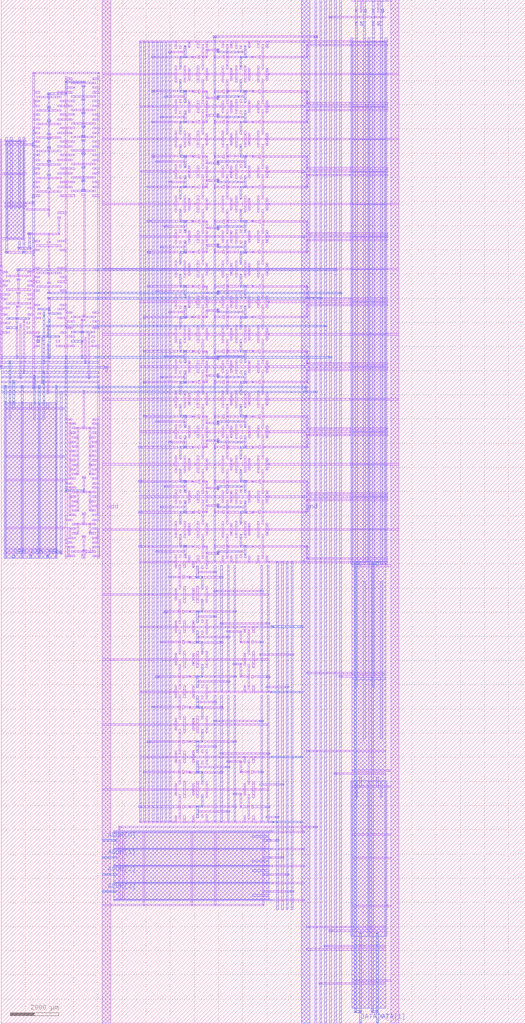
<source format=lef>
VERSION 5.4 ;
NAMESCASESENSITIVE ON ;
BUSBITCHARS "[]" ;
DIVIDERCHAR "/" ;
UNITS
  DATABASE MICRONS 1000 ;
END UNITS
SITE  MacroSite
   CLASS Core ;
   SIZE 21695.0 by 42337.5 ;
END  MacroSite
MACRO sram_2_16_1_freepdk45
   CLASS BLOCK ;
   SIZE 21695.0 BY 42337.5 ;
   SYMMETRY X Y R90 ;
   SITE MacroSite ;
   PIN DATA[0]
      DIRECTION INOUT ;
      PORT
         LAYER metal2 ;
         RECT  14837.5 0.0 14907.5 140.0 ;
      END
   END DATA[0]
   PIN DATA[1]
      DIRECTION INOUT ;
      PORT
         LAYER metal2 ;
         RECT  15542.5 0.0 15612.5 140.0 ;
      END
   END DATA[1]
   PIN ADDR[0]
      DIRECTION INPUT ;
      PORT
         LAYER metal3 ;
         RECT  4175.0 7532.5 4655.0 7602.5 ;
      END
   END ADDR[0]
   PIN ADDR[1]
      DIRECTION INPUT ;
      PORT
         LAYER metal3 ;
         RECT  4175.0 6827.5 4655.0 6897.5 ;
      END
   END ADDR[1]
   PIN ADDR[2]
      DIRECTION INPUT ;
      PORT
         LAYER metal3 ;
         RECT  4175.0 6122.5 4655.0 6192.5 ;
      END
   END ADDR[2]
   PIN ADDR[3]
      DIRECTION INPUT ;
      PORT
         LAYER metal3 ;
         RECT  4175.0 5417.5 4655.0 5487.5 ;
      END
   END ADDR[3]
   PIN CSb
      DIRECTION INPUT ;
      PORT
         LAYER metal3 ;
         RECT  1187.5 19230.0 1257.5 19370.0 ;
      END
   END CSb
   PIN WEb
      DIRECTION INPUT ;
      PORT
         LAYER metal3 ;
         RECT  1892.5 19230.0 1962.5 19370.0 ;
      END
   END WEb
   PIN OEb
      DIRECTION INPUT ;
      PORT
         LAYER metal3 ;
         RECT  482.5 19230.0 552.5 19370.0 ;
      END
   END OEb
   PIN clk
      DIRECTION INPUT ;
      PORT
         LAYER metal1 ;
         RECT  3340.0 19230.0 3475.0 19420.0 ;
      END
   END clk
   PIN vdd
      DIRECTION INOUT ;
      USE POWER ; 
      SHAPE ABUTMENT ; 
      PORT
         LAYER metal1 ;
         RECT  16125.0 0.0 16475.0 42337.5 ;
         LAYER metal1 ;
         RECT  4175.0 0.0 4525.0 42337.5 ;
      END
   END vdd
   PIN gnd
      DIRECTION INOUT ;
      USE GROUND ; 
      SHAPE ABUTMENT ; 
      PORT
         LAYER metal2 ;
         RECT  12427.5 0.0 12777.5 42337.5 ;
      END
   END gnd
   OBS
   LAYER  metal1 ;
      RECT  4317.5 26935.0 4382.5 27140.0 ;
      RECT  8475.0 19685.0 8540.0 19750.0 ;
      RECT  8475.0 19412.5 8540.0 19477.5 ;
      RECT  8405.0 19685.0 8507.5 19750.0 ;
      RECT  8475.0 19445.0 8540.0 19717.5 ;
      RECT  8507.5 19412.5 8610.0 19477.5 ;
      RECT  12632.5 19685.0 12697.5 19750.0 ;
      RECT  12632.5 19197.5 12697.5 19262.5 ;
      RECT  10900.0 19685.0 12665.0 19750.0 ;
      RECT  12632.5 19230.0 12697.5 19717.5 ;
      RECT  12665.0 19197.5 14430.0 19262.5 ;
      RECT  8475.0 21120.0 8540.0 21185.0 ;
      RECT  8475.0 21392.5 8540.0 21457.5 ;
      RECT  8405.0 21120.0 8507.5 21185.0 ;
      RECT  8475.0 21152.5 8540.0 21425.0 ;
      RECT  8507.5 21392.5 8610.0 21457.5 ;
      RECT  12632.5 21120.0 12697.5 21185.0 ;
      RECT  12632.5 21607.5 12697.5 21672.5 ;
      RECT  10900.0 21120.0 12665.0 21185.0 ;
      RECT  12632.5 21152.5 12697.5 21640.0 ;
      RECT  12665.0 21607.5 14430.0 21672.5 ;
      RECT  8475.0 22375.0 8540.0 22440.0 ;
      RECT  8475.0 22102.5 8540.0 22167.5 ;
      RECT  8405.0 22375.0 8507.5 22440.0 ;
      RECT  8475.0 22135.0 8540.0 22407.5 ;
      RECT  8507.5 22102.5 8610.0 22167.5 ;
      RECT  12632.5 22375.0 12697.5 22440.0 ;
      RECT  12632.5 21887.5 12697.5 21952.5 ;
      RECT  10900.0 22375.0 12665.0 22440.0 ;
      RECT  12632.5 21920.0 12697.5 22407.5 ;
      RECT  12665.0 21887.5 14430.0 21952.5 ;
      RECT  8475.0 23810.0 8540.0 23875.0 ;
      RECT  8475.0 24082.5 8540.0 24147.5 ;
      RECT  8405.0 23810.0 8507.5 23875.0 ;
      RECT  8475.0 23842.5 8540.0 24115.0 ;
      RECT  8507.5 24082.5 8610.0 24147.5 ;
      RECT  12632.5 23810.0 12697.5 23875.0 ;
      RECT  12632.5 24297.5 12697.5 24362.5 ;
      RECT  10900.0 23810.0 12665.0 23875.0 ;
      RECT  12632.5 23842.5 12697.5 24330.0 ;
      RECT  12665.0 24297.5 14430.0 24362.5 ;
      RECT  8475.0 25065.0 8540.0 25130.0 ;
      RECT  8475.0 24792.5 8540.0 24857.5 ;
      RECT  8405.0 25065.0 8507.5 25130.0 ;
      RECT  8475.0 24825.0 8540.0 25097.5 ;
      RECT  8507.5 24792.5 8610.0 24857.5 ;
      RECT  12632.5 25065.0 12697.5 25130.0 ;
      RECT  12632.5 24577.5 12697.5 24642.5 ;
      RECT  10900.0 25065.0 12665.0 25130.0 ;
      RECT  12632.5 24610.0 12697.5 25097.5 ;
      RECT  12665.0 24577.5 14430.0 24642.5 ;
      RECT  8475.0 26500.0 8540.0 26565.0 ;
      RECT  8475.0 26772.5 8540.0 26837.5 ;
      RECT  8405.0 26500.0 8507.5 26565.0 ;
      RECT  8475.0 26532.5 8540.0 26805.0 ;
      RECT  8507.5 26772.5 8610.0 26837.5 ;
      RECT  12632.5 26500.0 12697.5 26565.0 ;
      RECT  12632.5 26987.5 12697.5 27052.5 ;
      RECT  10900.0 26500.0 12665.0 26565.0 ;
      RECT  12632.5 26532.5 12697.5 27020.0 ;
      RECT  12665.0 26987.5 14430.0 27052.5 ;
      RECT  8475.0 27755.0 8540.0 27820.0 ;
      RECT  8475.0 27482.5 8540.0 27547.5 ;
      RECT  8405.0 27755.0 8507.5 27820.0 ;
      RECT  8475.0 27515.0 8540.0 27787.5 ;
      RECT  8507.5 27482.5 8610.0 27547.5 ;
      RECT  12632.5 27755.0 12697.5 27820.0 ;
      RECT  12632.5 27267.5 12697.5 27332.5 ;
      RECT  10900.0 27755.0 12665.0 27820.0 ;
      RECT  12632.5 27300.0 12697.5 27787.5 ;
      RECT  12665.0 27267.5 14430.0 27332.5 ;
      RECT  8475.0 29190.0 8540.0 29255.0 ;
      RECT  8475.0 29462.5 8540.0 29527.5 ;
      RECT  8405.0 29190.0 8507.5 29255.0 ;
      RECT  8475.0 29222.5 8540.0 29495.0 ;
      RECT  8507.5 29462.5 8610.0 29527.5 ;
      RECT  12632.5 29190.0 12697.5 29255.0 ;
      RECT  12632.5 29677.5 12697.5 29742.5 ;
      RECT  10900.0 29190.0 12665.0 29255.0 ;
      RECT  12632.5 29222.5 12697.5 29710.0 ;
      RECT  12665.0 29677.5 14430.0 29742.5 ;
      RECT  8475.0 30445.0 8540.0 30510.0 ;
      RECT  8475.0 30172.5 8540.0 30237.5 ;
      RECT  8405.0 30445.0 8507.5 30510.0 ;
      RECT  8475.0 30205.0 8540.0 30477.5 ;
      RECT  8507.5 30172.5 8610.0 30237.5 ;
      RECT  12632.5 30445.0 12697.5 30510.0 ;
      RECT  12632.5 29957.5 12697.5 30022.5 ;
      RECT  10900.0 30445.0 12665.0 30510.0 ;
      RECT  12632.5 29990.0 12697.5 30477.5 ;
      RECT  12665.0 29957.5 14430.0 30022.5 ;
      RECT  8475.0 31880.0 8540.0 31945.0 ;
      RECT  8475.0 32152.5 8540.0 32217.5 ;
      RECT  8405.0 31880.0 8507.5 31945.0 ;
      RECT  8475.0 31912.5 8540.0 32185.0 ;
      RECT  8507.5 32152.5 8610.0 32217.5 ;
      RECT  12632.5 31880.0 12697.5 31945.0 ;
      RECT  12632.5 32367.5 12697.5 32432.5 ;
      RECT  10900.0 31880.0 12665.0 31945.0 ;
      RECT  12632.5 31912.5 12697.5 32400.0 ;
      RECT  12665.0 32367.5 14430.0 32432.5 ;
      RECT  8475.0 33135.0 8540.0 33200.0 ;
      RECT  8475.0 32862.5 8540.0 32927.5 ;
      RECT  8405.0 33135.0 8507.5 33200.0 ;
      RECT  8475.0 32895.0 8540.0 33167.5 ;
      RECT  8507.5 32862.5 8610.0 32927.5 ;
      RECT  12632.5 33135.0 12697.5 33200.0 ;
      RECT  12632.5 32647.5 12697.5 32712.5 ;
      RECT  10900.0 33135.0 12665.0 33200.0 ;
      RECT  12632.5 32680.0 12697.5 33167.5 ;
      RECT  12665.0 32647.5 14430.0 32712.5 ;
      RECT  8475.0 34570.0 8540.0 34635.0 ;
      RECT  8475.0 34842.5 8540.0 34907.5 ;
      RECT  8405.0 34570.0 8507.5 34635.0 ;
      RECT  8475.0 34602.5 8540.0 34875.0 ;
      RECT  8507.5 34842.5 8610.0 34907.5 ;
      RECT  12632.5 34570.0 12697.5 34635.0 ;
      RECT  12632.5 35057.5 12697.5 35122.5 ;
      RECT  10900.0 34570.0 12665.0 34635.0 ;
      RECT  12632.5 34602.5 12697.5 35090.0 ;
      RECT  12665.0 35057.5 14430.0 35122.5 ;
      RECT  8475.0 35825.0 8540.0 35890.0 ;
      RECT  8475.0 35552.5 8540.0 35617.5 ;
      RECT  8405.0 35825.0 8507.5 35890.0 ;
      RECT  8475.0 35585.0 8540.0 35857.5 ;
      RECT  8507.5 35552.5 8610.0 35617.5 ;
      RECT  12632.5 35825.0 12697.5 35890.0 ;
      RECT  12632.5 35337.5 12697.5 35402.5 ;
      RECT  10900.0 35825.0 12665.0 35890.0 ;
      RECT  12632.5 35370.0 12697.5 35857.5 ;
      RECT  12665.0 35337.5 14430.0 35402.5 ;
      RECT  8475.0 37260.0 8540.0 37325.0 ;
      RECT  8475.0 37532.5 8540.0 37597.5 ;
      RECT  8405.0 37260.0 8507.5 37325.0 ;
      RECT  8475.0 37292.5 8540.0 37565.0 ;
      RECT  8507.5 37532.5 8610.0 37597.5 ;
      RECT  12632.5 37260.0 12697.5 37325.0 ;
      RECT  12632.5 37747.5 12697.5 37812.5 ;
      RECT  10900.0 37260.0 12665.0 37325.0 ;
      RECT  12632.5 37292.5 12697.5 37780.0 ;
      RECT  12665.0 37747.5 14430.0 37812.5 ;
      RECT  8475.0 38515.0 8540.0 38580.0 ;
      RECT  8475.0 38242.5 8540.0 38307.5 ;
      RECT  8405.0 38515.0 8507.5 38580.0 ;
      RECT  8475.0 38275.0 8540.0 38547.5 ;
      RECT  8507.5 38242.5 8610.0 38307.5 ;
      RECT  12632.5 38515.0 12697.5 38580.0 ;
      RECT  12632.5 38027.5 12697.5 38092.5 ;
      RECT  10900.0 38515.0 12665.0 38580.0 ;
      RECT  12632.5 38060.0 12697.5 38547.5 ;
      RECT  12665.0 38027.5 14430.0 38092.5 ;
      RECT  8475.0 39950.0 8540.0 40015.0 ;
      RECT  8475.0 40222.5 8540.0 40287.5 ;
      RECT  8405.0 39950.0 8507.5 40015.0 ;
      RECT  8475.0 39982.5 8540.0 40255.0 ;
      RECT  8507.5 40222.5 8610.0 40287.5 ;
      RECT  12632.5 39950.0 12697.5 40015.0 ;
      RECT  12632.5 40437.5 12697.5 40502.5 ;
      RECT  10900.0 39950.0 12665.0 40015.0 ;
      RECT  12632.5 39982.5 12697.5 40470.0 ;
      RECT  12665.0 40437.5 14430.0 40502.5 ;
      RECT  9065.0 19057.5 14520.0 19122.5 ;
      RECT  9065.0 21747.5 14520.0 21812.5 ;
      RECT  9065.0 24437.5 14520.0 24502.5 ;
      RECT  9065.0 27127.5 14520.0 27192.5 ;
      RECT  9065.0 29817.5 14520.0 29882.5 ;
      RECT  9065.0 32507.5 14520.0 32572.5 ;
      RECT  9065.0 35197.5 14520.0 35262.5 ;
      RECT  9065.0 37887.5 14520.0 37952.5 ;
      RECT  9065.0 40577.5 14520.0 40642.5 ;
      RECT  4175.0 20402.5 16475.0 20467.5 ;
      RECT  4175.0 23092.5 16475.0 23157.5 ;
      RECT  4175.0 25782.5 16475.0 25847.5 ;
      RECT  4175.0 28472.5 16475.0 28537.5 ;
      RECT  4175.0 31162.5 16475.0 31227.5 ;
      RECT  4175.0 33852.5 16475.0 33917.5 ;
      RECT  4175.0 36542.5 16475.0 36607.5 ;
      RECT  4175.0 39232.5 16475.0 39297.5 ;
      RECT  11095.0 8502.5 11437.5 8567.5 ;
      RECT  10820.0 9847.5 11642.5 9912.5 ;
      RECT  11095.0 13882.5 11847.5 13947.5 ;
      RECT  10820.0 15227.5 12052.5 15292.5 ;
      RECT  11095.0 8297.5 11232.5 8362.5 ;
      RECT  11095.0 10987.5 11232.5 11052.5 ;
      RECT  11095.0 13677.5 11232.5 13742.5 ;
      RECT  11095.0 16367.5 11232.5 16432.5 ;
      RECT  4175.0 9642.5 11095.0 9707.5 ;
      RECT  4175.0 12332.5 11095.0 12397.5 ;
      RECT  4175.0 15022.5 11095.0 15087.5 ;
      RECT  4175.0 17712.5 11095.0 17777.5 ;
      RECT  11095.0 7535.0 11437.5 7600.0 ;
      RECT  11095.0 6830.0 11642.5 6895.0 ;
      RECT  11095.0 6125.0 11847.5 6190.0 ;
      RECT  11095.0 5420.0 12052.5 5485.0 ;
      RECT  11095.0 7887.5 12562.5 7952.5 ;
      RECT  11095.0 7182.5 12562.5 7247.5 ;
      RECT  11095.0 6477.5 12562.5 6542.5 ;
      RECT  11095.0 5772.5 12562.5 5837.5 ;
      RECT  11095.0 5067.5 12562.5 5132.5 ;
      RECT  7865.0 4862.5 7930.0 4927.5 ;
      RECT  7865.0 4895.0 7930.0 5100.0 ;
      RECT  4175.0 4862.5 7897.5 4927.5 ;
      RECT  10825.0 4862.5 10890.0 4927.5 ;
      RECT  10825.0 4895.0 10890.0 5100.0 ;
      RECT  4175.0 4862.5 10857.5 4927.5 ;
      RECT  5875.0 4862.5 5940.0 4927.5 ;
      RECT  5875.0 4895.0 5940.0 5100.0 ;
      RECT  4175.0 4862.5 5907.5 4927.5 ;
      RECT  8835.0 4862.5 8900.0 4927.5 ;
      RECT  8835.0 4895.0 8900.0 5100.0 ;
      RECT  4175.0 4862.5 8867.5 4927.5 ;
      RECT  13632.5 3795.0 14520.0 3860.0 ;
      RECT  13222.5 1610.0 14520.0 1675.0 ;
      RECT  13427.5 3157.5 14520.0 3222.5 ;
      RECT  13632.5 41587.5 14520.0 41652.5 ;
      RECT  13837.5 10297.5 14520.0 10362.5 ;
      RECT  14042.5 14322.5 14520.0 14387.5 ;
      RECT  4860.0 8092.5 4925.0 8157.5 ;
      RECT  4860.0 7920.0 4925.0 8125.0 ;
      RECT  4892.5 8092.5 13017.5 8157.5 ;
      RECT  8840.0 40782.5 13082.5 40847.5 ;
      RECT  14520.0 42272.5 16125.0 42337.5 ;
      RECT  14520.0 18895.0 16125.0 18960.0 ;
      RECT  14520.0 10427.5 16125.0 10492.5 ;
      RECT  14520.0 6800.0 16125.0 6865.0 ;
      RECT  14520.0 9760.0 16125.0 9825.0 ;
      RECT  14520.0 4810.0 16125.0 4875.0 ;
      RECT  14520.0 7770.0 16125.0 7835.0 ;
      RECT  14520.0 1740.0 16125.0 1805.0 ;
      RECT  12777.5 3027.5 14520.0 3092.5 ;
      RECT  12777.5 14452.5 14520.0 14517.5 ;
      RECT  12777.5 3955.0 14520.0 4020.0 ;
      RECT  12777.5 11230.0 14520.0 11295.0 ;
      RECT  14520.0 19090.0 15225.0 20435.0 ;
      RECT  14520.0 21780.0 15225.0 20435.0 ;
      RECT  14520.0 21780.0 15225.0 23125.0 ;
      RECT  14520.0 24470.0 15225.0 23125.0 ;
      RECT  14520.0 24470.0 15225.0 25815.0 ;
      RECT  14520.0 27160.0 15225.0 25815.0 ;
      RECT  14520.0 27160.0 15225.0 28505.0 ;
      RECT  14520.0 29850.0 15225.0 28505.0 ;
      RECT  14520.0 29850.0 15225.0 31195.0 ;
      RECT  14520.0 32540.0 15225.0 31195.0 ;
      RECT  14520.0 32540.0 15225.0 33885.0 ;
      RECT  14520.0 35230.0 15225.0 33885.0 ;
      RECT  14520.0 35230.0 15225.0 36575.0 ;
      RECT  14520.0 37920.0 15225.0 36575.0 ;
      RECT  14520.0 37920.0 15225.0 39265.0 ;
      RECT  14520.0 40610.0 15225.0 39265.0 ;
      RECT  15225.0 19090.0 15930.0 20435.0 ;
      RECT  15225.0 21780.0 15930.0 20435.0 ;
      RECT  15225.0 21780.0 15930.0 23125.0 ;
      RECT  15225.0 24470.0 15930.0 23125.0 ;
      RECT  15225.0 24470.0 15930.0 25815.0 ;
      RECT  15225.0 27160.0 15930.0 25815.0 ;
      RECT  15225.0 27160.0 15930.0 28505.0 ;
      RECT  15225.0 29850.0 15930.0 28505.0 ;
      RECT  15225.0 29850.0 15930.0 31195.0 ;
      RECT  15225.0 32540.0 15930.0 31195.0 ;
      RECT  15225.0 32540.0 15930.0 33885.0 ;
      RECT  15225.0 35230.0 15930.0 33885.0 ;
      RECT  15225.0 35230.0 15930.0 36575.0 ;
      RECT  15225.0 37920.0 15930.0 36575.0 ;
      RECT  15225.0 37920.0 15930.0 39265.0 ;
      RECT  15225.0 40610.0 15930.0 39265.0 ;
      RECT  14430.0 19197.5 16020.0 19262.5 ;
      RECT  14430.0 21607.5 16020.0 21672.5 ;
      RECT  14430.0 21887.5 16020.0 21952.5 ;
      RECT  14430.0 24297.5 16020.0 24362.5 ;
      RECT  14430.0 24577.5 16020.0 24642.5 ;
      RECT  14430.0 26987.5 16020.0 27052.5 ;
      RECT  14430.0 27267.5 16020.0 27332.5 ;
      RECT  14430.0 29677.5 16020.0 29742.5 ;
      RECT  14430.0 29957.5 16020.0 30022.5 ;
      RECT  14430.0 32367.5 16020.0 32432.5 ;
      RECT  14430.0 32647.5 16020.0 32712.5 ;
      RECT  14430.0 35057.5 16020.0 35122.5 ;
      RECT  14430.0 35337.5 16020.0 35402.5 ;
      RECT  14430.0 37747.5 16020.0 37812.5 ;
      RECT  14430.0 38027.5 16020.0 38092.5 ;
      RECT  14430.0 40437.5 16020.0 40502.5 ;
      RECT  14430.0 20402.5 16020.0 20467.5 ;
      RECT  14430.0 23092.5 16020.0 23157.5 ;
      RECT  14430.0 25782.5 16020.0 25847.5 ;
      RECT  14430.0 28472.5 16020.0 28537.5 ;
      RECT  14430.0 31162.5 16020.0 31227.5 ;
      RECT  14430.0 33852.5 16020.0 33917.5 ;
      RECT  14430.0 36542.5 16020.0 36607.5 ;
      RECT  14430.0 39232.5 16020.0 39297.5 ;
      RECT  14430.0 19057.5 16020.0 19122.5 ;
      RECT  14430.0 21747.5 16020.0 21812.5 ;
      RECT  14430.0 24437.5 16020.0 24502.5 ;
      RECT  14430.0 27127.5 16020.0 27192.5 ;
      RECT  14430.0 29817.5 16020.0 29882.5 ;
      RECT  14430.0 32507.5 16020.0 32572.5 ;
      RECT  14430.0 35197.5 16020.0 35262.5 ;
      RECT  14430.0 37887.5 16020.0 37952.5 ;
      RECT  14430.0 40577.5 16020.0 40642.5 ;
      RECT  14872.5 41822.5 14937.5 42337.5 ;
      RECT  14682.5 41292.5 14747.5 41427.5 ;
      RECT  14872.5 41292.5 14937.5 41427.5 ;
      RECT  14872.5 41292.5 14937.5 41427.5 ;
      RECT  14682.5 41292.5 14747.5 41427.5 ;
      RECT  14682.5 41822.5 14747.5 41957.5 ;
      RECT  14872.5 41822.5 14937.5 41957.5 ;
      RECT  14872.5 41822.5 14937.5 41957.5 ;
      RECT  14682.5 41822.5 14747.5 41957.5 ;
      RECT  14872.5 41822.5 14937.5 41957.5 ;
      RECT  15062.5 41822.5 15127.5 41957.5 ;
      RECT  15062.5 41822.5 15127.5 41957.5 ;
      RECT  14872.5 41822.5 14937.5 41957.5 ;
      RECT  14852.5 41587.5 14717.5 41652.5 ;
      RECT  14872.5 42135.0 14937.5 42270.0 ;
      RECT  14682.5 41292.5 14747.5 41427.5 ;
      RECT  14872.5 41292.5 14937.5 41427.5 ;
      RECT  14682.5 41822.5 14747.5 41957.5 ;
      RECT  15062.5 41822.5 15127.5 41957.5 ;
      RECT  14520.0 41587.5 15225.0 41652.5 ;
      RECT  14520.0 42272.5 15225.0 42337.5 ;
      RECT  15577.5 41822.5 15642.5 42337.5 ;
      RECT  15387.5 41292.5 15452.5 41427.5 ;
      RECT  15577.5 41292.5 15642.5 41427.5 ;
      RECT  15577.5 41292.5 15642.5 41427.5 ;
      RECT  15387.5 41292.5 15452.5 41427.5 ;
      RECT  15387.5 41822.5 15452.5 41957.5 ;
      RECT  15577.5 41822.5 15642.5 41957.5 ;
      RECT  15577.5 41822.5 15642.5 41957.5 ;
      RECT  15387.5 41822.5 15452.5 41957.5 ;
      RECT  15577.5 41822.5 15642.5 41957.5 ;
      RECT  15767.5 41822.5 15832.5 41957.5 ;
      RECT  15767.5 41822.5 15832.5 41957.5 ;
      RECT  15577.5 41822.5 15642.5 41957.5 ;
      RECT  15557.5 41587.5 15422.5 41652.5 ;
      RECT  15577.5 42135.0 15642.5 42270.0 ;
      RECT  15387.5 41292.5 15452.5 41427.5 ;
      RECT  15577.5 41292.5 15642.5 41427.5 ;
      RECT  15387.5 41822.5 15452.5 41957.5 ;
      RECT  15767.5 41822.5 15832.5 41957.5 ;
      RECT  15225.0 41587.5 15930.0 41652.5 ;
      RECT  15225.0 42272.5 15930.0 42337.5 ;
      RECT  14520.0 41587.5 15930.0 41652.5 ;
      RECT  14520.0 42272.5 15930.0 42337.5 ;
      RECT  14520.0 14205.0 15225.0 19090.0 ;
      RECT  15225.0 14205.0 15930.0 19090.0 ;
      RECT  14520.0 14322.5 15930.0 14387.5 ;
      RECT  14520.0 18895.0 15930.0 18960.0 ;
      RECT  14520.0 14452.5 15930.0 14517.5 ;
      RECT  14520.0 10030.0 15225.0 14205.0 ;
      RECT  15225.0 10030.0 15930.0 14205.0 ;
      RECT  14520.0 10297.5 15930.0 10362.5 ;
      RECT  14520.0 10427.5 15930.0 10492.5 ;
      RECT  14520.0 11230.0 15930.0 11295.0 ;
      RECT  14520.0 3590.0 15225.0 10030.0 ;
      RECT  15930.0 3590.0 15225.0 10030.0 ;
      RECT  14520.0 3795.0 15930.0 3860.0 ;
      RECT  14520.0 6800.0 15930.0 6865.0 ;
      RECT  14520.0 9760.0 15930.0 9825.0 ;
      RECT  14520.0 4810.0 15930.0 4875.0 ;
      RECT  14520.0 7770.0 15930.0 7835.0 ;
      RECT  14520.0 3955.0 15930.0 4020.0 ;
      RECT  14520.0 3590.0 15225.0 615.0 ;
      RECT  15225.0 3590.0 15930.0 615.0 ;
      RECT  14520.0 3222.5 15930.0 3157.5 ;
      RECT  14520.0 1675.0 15930.0 1610.0 ;
      RECT  14520.0 1805.0 15930.0 1740.0 ;
      RECT  14520.0 3092.5 15930.0 3027.5 ;
      RECT  7895.0 19697.5 7960.0 19762.5 ;
      RECT  7895.0 19685.0 7960.0 19750.0 ;
      RECT  7677.5 19697.5 7927.5 19762.5 ;
      RECT  7895.0 19717.5 7960.0 19730.0 ;
      RECT  7927.5 19685.0 8175.0 19750.0 ;
      RECT  7895.0 21107.5 7960.0 21172.5 ;
      RECT  7895.0 21120.0 7960.0 21185.0 ;
      RECT  7677.5 21107.5 7927.5 21172.5 ;
      RECT  7895.0 21140.0 7960.0 21152.5 ;
      RECT  7927.5 21120.0 8175.0 21185.0 ;
      RECT  7895.0 22387.5 7960.0 22452.5 ;
      RECT  7895.0 22375.0 7960.0 22440.0 ;
      RECT  7677.5 22387.5 7927.5 22452.5 ;
      RECT  7895.0 22407.5 7960.0 22420.0 ;
      RECT  7927.5 22375.0 8175.0 22440.0 ;
      RECT  7895.0 23797.5 7960.0 23862.5 ;
      RECT  7895.0 23810.0 7960.0 23875.0 ;
      RECT  7677.5 23797.5 7927.5 23862.5 ;
      RECT  7895.0 23830.0 7960.0 23842.5 ;
      RECT  7927.5 23810.0 8175.0 23875.0 ;
      RECT  7895.0 25077.5 7960.0 25142.5 ;
      RECT  7895.0 25065.0 7960.0 25130.0 ;
      RECT  7677.5 25077.5 7927.5 25142.5 ;
      RECT  7895.0 25097.5 7960.0 25110.0 ;
      RECT  7927.5 25065.0 8175.0 25130.0 ;
      RECT  7895.0 26487.5 7960.0 26552.5 ;
      RECT  7895.0 26500.0 7960.0 26565.0 ;
      RECT  7677.5 26487.5 7927.5 26552.5 ;
      RECT  7895.0 26520.0 7960.0 26532.5 ;
      RECT  7927.5 26500.0 8175.0 26565.0 ;
      RECT  7895.0 27767.5 7960.0 27832.5 ;
      RECT  7895.0 27755.0 7960.0 27820.0 ;
      RECT  7677.5 27767.5 7927.5 27832.5 ;
      RECT  7895.0 27787.5 7960.0 27800.0 ;
      RECT  7927.5 27755.0 8175.0 27820.0 ;
      RECT  7895.0 29177.5 7960.0 29242.5 ;
      RECT  7895.0 29190.0 7960.0 29255.0 ;
      RECT  7677.5 29177.5 7927.5 29242.5 ;
      RECT  7895.0 29210.0 7960.0 29222.5 ;
      RECT  7927.5 29190.0 8175.0 29255.0 ;
      RECT  7895.0 30457.5 7960.0 30522.5 ;
      RECT  7895.0 30445.0 7960.0 30510.0 ;
      RECT  7677.5 30457.5 7927.5 30522.5 ;
      RECT  7895.0 30477.5 7960.0 30490.0 ;
      RECT  7927.5 30445.0 8175.0 30510.0 ;
      RECT  7895.0 31867.5 7960.0 31932.5 ;
      RECT  7895.0 31880.0 7960.0 31945.0 ;
      RECT  7677.5 31867.5 7927.5 31932.5 ;
      RECT  7895.0 31900.0 7960.0 31912.5 ;
      RECT  7927.5 31880.0 8175.0 31945.0 ;
      RECT  7895.0 33147.5 7960.0 33212.5 ;
      RECT  7895.0 33135.0 7960.0 33200.0 ;
      RECT  7677.5 33147.5 7927.5 33212.5 ;
      RECT  7895.0 33167.5 7960.0 33180.0 ;
      RECT  7927.5 33135.0 8175.0 33200.0 ;
      RECT  7895.0 34557.5 7960.0 34622.5 ;
      RECT  7895.0 34570.0 7960.0 34635.0 ;
      RECT  7677.5 34557.5 7927.5 34622.5 ;
      RECT  7895.0 34590.0 7960.0 34602.5 ;
      RECT  7927.5 34570.0 8175.0 34635.0 ;
      RECT  7895.0 35837.5 7960.0 35902.5 ;
      RECT  7895.0 35825.0 7960.0 35890.0 ;
      RECT  7677.5 35837.5 7927.5 35902.5 ;
      RECT  7895.0 35857.5 7960.0 35870.0 ;
      RECT  7927.5 35825.0 8175.0 35890.0 ;
      RECT  7895.0 37247.5 7960.0 37312.5 ;
      RECT  7895.0 37260.0 7960.0 37325.0 ;
      RECT  7677.5 37247.5 7927.5 37312.5 ;
      RECT  7895.0 37280.0 7960.0 37292.5 ;
      RECT  7927.5 37260.0 8175.0 37325.0 ;
      RECT  7895.0 38527.5 7960.0 38592.5 ;
      RECT  7895.0 38515.0 7960.0 38580.0 ;
      RECT  7677.5 38527.5 7927.5 38592.5 ;
      RECT  7895.0 38547.5 7960.0 38560.0 ;
      RECT  7927.5 38515.0 8175.0 38580.0 ;
      RECT  7895.0 39937.5 7960.0 40002.5 ;
      RECT  7895.0 39950.0 7960.0 40015.0 ;
      RECT  7677.5 39937.5 7927.5 40002.5 ;
      RECT  7895.0 39970.0 7960.0 39982.5 ;
      RECT  7927.5 39950.0 8175.0 40015.0 ;
      RECT  5765.0 8925.0 7130.0 8990.0 ;
      RECT  5940.0 10360.0 7130.0 10425.0 ;
      RECT  6115.0 11615.0 7130.0 11680.0 ;
      RECT  6290.0 13050.0 7130.0 13115.0 ;
      RECT  6465.0 14305.0 7130.0 14370.0 ;
      RECT  6640.0 15740.0 7130.0 15805.0 ;
      RECT  6815.0 16995.0 7130.0 17060.0 ;
      RECT  6990.0 18430.0 7130.0 18495.0 ;
      RECT  5765.0 19697.5 7190.0 19762.5 ;
      RECT  6465.0 19482.5 7447.5 19547.5 ;
      RECT  5765.0 21107.5 7190.0 21172.5 ;
      RECT  6640.0 21322.5 7447.5 21387.5 ;
      RECT  5765.0 22387.5 7190.0 22452.5 ;
      RECT  6815.0 22172.5 7447.5 22237.5 ;
      RECT  5765.0 23797.5 7190.0 23862.5 ;
      RECT  6990.0 24012.5 7447.5 24077.5 ;
      RECT  5940.0 25077.5 7190.0 25142.5 ;
      RECT  6465.0 24862.5 7447.5 24927.5 ;
      RECT  5940.0 26487.5 7190.0 26552.5 ;
      RECT  6640.0 26702.5 7447.5 26767.5 ;
      RECT  5940.0 27767.5 7190.0 27832.5 ;
      RECT  6815.0 27552.5 7447.5 27617.5 ;
      RECT  5940.0 29177.5 7190.0 29242.5 ;
      RECT  6990.0 29392.5 7447.5 29457.5 ;
      RECT  6115.0 30457.5 7190.0 30522.5 ;
      RECT  6465.0 30242.5 7447.5 30307.5 ;
      RECT  6115.0 31867.5 7190.0 31932.5 ;
      RECT  6640.0 32082.5 7447.5 32147.5 ;
      RECT  6115.0 33147.5 7190.0 33212.5 ;
      RECT  6815.0 32932.5 7447.5 32997.5 ;
      RECT  6115.0 34557.5 7190.0 34622.5 ;
      RECT  6990.0 34772.5 7447.5 34837.5 ;
      RECT  6290.0 35837.5 7190.0 35902.5 ;
      RECT  6465.0 35622.5 7447.5 35687.5 ;
      RECT  6290.0 37247.5 7190.0 37312.5 ;
      RECT  6640.0 37462.5 7447.5 37527.5 ;
      RECT  6290.0 38527.5 7190.0 38592.5 ;
      RECT  6815.0 38312.5 7447.5 38377.5 ;
      RECT  6290.0 39937.5 7190.0 40002.5 ;
      RECT  6990.0 40152.5 7447.5 40217.5 ;
      RECT  9952.5 8925.0 9887.5 8990.0 ;
      RECT  9952.5 9447.5 9887.5 9512.5 ;
      RECT  10190.0 8925.0 9920.0 8990.0 ;
      RECT  9952.5 8957.5 9887.5 9480.0 ;
      RECT  9920.0 9447.5 9675.0 9512.5 ;
      RECT  11060.0 8925.0 10420.0 8990.0 ;
      RECT  9952.5 10360.0 9887.5 10425.0 ;
      RECT  9952.5 10792.5 9887.5 10857.5 ;
      RECT  10190.0 10360.0 9920.0 10425.0 ;
      RECT  9952.5 10392.5 9887.5 10825.0 ;
      RECT  9920.0 10792.5 9400.0 10857.5 ;
      RECT  10785.0 10360.0 10420.0 10425.0 ;
      RECT  11060.0 11122.5 9125.0 11187.5 ;
      RECT  10785.0 12467.5 8850.0 12532.5 ;
      RECT  9675.0 8937.5 8550.0 9002.5 ;
      RECT  9400.0 8722.5 8292.5 8787.5 ;
      RECT  9125.0 10347.5 8550.0 10412.5 ;
      RECT  9400.0 10562.5 8292.5 10627.5 ;
      RECT  9675.0 11627.5 8550.0 11692.5 ;
      RECT  8850.0 11412.5 8292.5 11477.5 ;
      RECT  9125.0 13037.5 8550.0 13102.5 ;
      RECT  8850.0 13252.5 8292.5 13317.5 ;
      RECT  7845.0 8937.5 7780.0 9002.5 ;
      RECT  7845.0 8925.0 7780.0 8990.0 ;
      RECT  8062.5 8937.5 7812.5 9002.5 ;
      RECT  7845.0 8957.5 7780.0 8970.0 ;
      RECT  7812.5 8925.0 7565.0 8990.0 ;
      RECT  7845.0 10347.5 7780.0 10412.5 ;
      RECT  7845.0 10360.0 7780.0 10425.0 ;
      RECT  8062.5 10347.5 7812.5 10412.5 ;
      RECT  7845.0 10380.0 7780.0 10392.5 ;
      RECT  7812.5 10360.0 7565.0 10425.0 ;
      RECT  7845.0 11627.5 7780.0 11692.5 ;
      RECT  7845.0 11615.0 7780.0 11680.0 ;
      RECT  8062.5 11627.5 7812.5 11692.5 ;
      RECT  7845.0 11647.5 7780.0 11660.0 ;
      RECT  7812.5 11615.0 7565.0 11680.0 ;
      RECT  7845.0 13037.5 7780.0 13102.5 ;
      RECT  7845.0 13050.0 7780.0 13115.0 ;
      RECT  8062.5 13037.5 7812.5 13102.5 ;
      RECT  7845.0 13070.0 7780.0 13082.5 ;
      RECT  7812.5 13050.0 7565.0 13115.0 ;
      RECT  10117.5 9490.0 10052.5 9675.0 ;
      RECT  10117.5 8330.0 10052.5 8515.0 ;
      RECT  10477.5 8447.5 10412.5 8297.5 ;
      RECT  10477.5 9332.5 10412.5 9707.5 ;
      RECT  10287.5 8447.5 10222.5 9332.5 ;
      RECT  10477.5 9332.5 10412.5 9467.5 ;
      RECT  10287.5 9332.5 10222.5 9467.5 ;
      RECT  10287.5 9332.5 10222.5 9467.5 ;
      RECT  10477.5 9332.5 10412.5 9467.5 ;
      RECT  10477.5 8447.5 10412.5 8582.5 ;
      RECT  10287.5 8447.5 10222.5 8582.5 ;
      RECT  10287.5 8447.5 10222.5 8582.5 ;
      RECT  10477.5 8447.5 10412.5 8582.5 ;
      RECT  10117.5 9422.5 10052.5 9557.5 ;
      RECT  10117.5 8447.5 10052.5 8582.5 ;
      RECT  10420.0 8890.0 10355.0 9025.0 ;
      RECT  10420.0 8890.0 10355.0 9025.0 ;
      RECT  10255.0 8925.0 10190.0 8990.0 ;
      RECT  10545.0 9642.5 9985.0 9707.5 ;
      RECT  10545.0 8297.5 9985.0 8362.5 ;
      RECT  10117.5 9860.0 10052.5 9675.0 ;
      RECT  10117.5 11020.0 10052.5 10835.0 ;
      RECT  10477.5 10902.5 10412.5 11052.5 ;
      RECT  10477.5 10017.5 10412.5 9642.5 ;
      RECT  10287.5 10902.5 10222.5 10017.5 ;
      RECT  10477.5 10017.5 10412.5 9882.5 ;
      RECT  10287.5 10017.5 10222.5 9882.5 ;
      RECT  10287.5 10017.5 10222.5 9882.5 ;
      RECT  10477.5 10017.5 10412.5 9882.5 ;
      RECT  10477.5 10902.5 10412.5 10767.5 ;
      RECT  10287.5 10902.5 10222.5 10767.5 ;
      RECT  10287.5 10902.5 10222.5 10767.5 ;
      RECT  10477.5 10902.5 10412.5 10767.5 ;
      RECT  10117.5 9927.5 10052.5 9792.5 ;
      RECT  10117.5 10902.5 10052.5 10767.5 ;
      RECT  10420.0 10460.0 10355.0 10325.0 ;
      RECT  10420.0 10460.0 10355.0 10325.0 ;
      RECT  10255.0 10425.0 10190.0 10360.0 ;
      RECT  10545.0 9707.5 9985.0 9642.5 ;
      RECT  10545.0 11052.5 9985.0 10987.5 ;
      RECT  7262.5 9490.0 7197.5 9675.0 ;
      RECT  7262.5 8330.0 7197.5 8515.0 ;
      RECT  7622.5 8447.5 7557.5 8297.5 ;
      RECT  7622.5 9332.5 7557.5 9707.5 ;
      RECT  7432.5 8447.5 7367.5 9332.5 ;
      RECT  7622.5 9332.5 7557.5 9467.5 ;
      RECT  7432.5 9332.5 7367.5 9467.5 ;
      RECT  7432.5 9332.5 7367.5 9467.5 ;
      RECT  7622.5 9332.5 7557.5 9467.5 ;
      RECT  7622.5 8447.5 7557.5 8582.5 ;
      RECT  7432.5 8447.5 7367.5 8582.5 ;
      RECT  7432.5 8447.5 7367.5 8582.5 ;
      RECT  7622.5 8447.5 7557.5 8582.5 ;
      RECT  7262.5 9422.5 7197.5 9557.5 ;
      RECT  7262.5 8447.5 7197.5 8582.5 ;
      RECT  7565.0 8890.0 7500.0 9025.0 ;
      RECT  7565.0 8890.0 7500.0 9025.0 ;
      RECT  7400.0 8925.0 7335.0 8990.0 ;
      RECT  7690.0 9642.5 7130.0 9707.5 ;
      RECT  7690.0 8297.5 7130.0 8362.5 ;
      RECT  7262.5 9860.0 7197.5 9675.0 ;
      RECT  7262.5 11020.0 7197.5 10835.0 ;
      RECT  7622.5 10902.5 7557.5 11052.5 ;
      RECT  7622.5 10017.5 7557.5 9642.5 ;
      RECT  7432.5 10902.5 7367.5 10017.5 ;
      RECT  7622.5 10017.5 7557.5 9882.5 ;
      RECT  7432.5 10017.5 7367.5 9882.5 ;
      RECT  7432.5 10017.5 7367.5 9882.5 ;
      RECT  7622.5 10017.5 7557.5 9882.5 ;
      RECT  7622.5 10902.5 7557.5 10767.5 ;
      RECT  7432.5 10902.5 7367.5 10767.5 ;
      RECT  7432.5 10902.5 7367.5 10767.5 ;
      RECT  7622.5 10902.5 7557.5 10767.5 ;
      RECT  7262.5 9927.5 7197.5 9792.5 ;
      RECT  7262.5 10902.5 7197.5 10767.5 ;
      RECT  7565.0 10460.0 7500.0 10325.0 ;
      RECT  7565.0 10460.0 7500.0 10325.0 ;
      RECT  7400.0 10425.0 7335.0 10360.0 ;
      RECT  7690.0 9707.5 7130.0 9642.5 ;
      RECT  7690.0 11052.5 7130.0 10987.5 ;
      RECT  7262.5 12180.0 7197.5 12365.0 ;
      RECT  7262.5 11020.0 7197.5 11205.0 ;
      RECT  7622.5 11137.5 7557.5 10987.5 ;
      RECT  7622.5 12022.5 7557.5 12397.5 ;
      RECT  7432.5 11137.5 7367.5 12022.5 ;
      RECT  7622.5 12022.5 7557.5 12157.5 ;
      RECT  7432.5 12022.5 7367.5 12157.5 ;
      RECT  7432.5 12022.5 7367.5 12157.5 ;
      RECT  7622.5 12022.5 7557.5 12157.5 ;
      RECT  7622.5 11137.5 7557.5 11272.5 ;
      RECT  7432.5 11137.5 7367.5 11272.5 ;
      RECT  7432.5 11137.5 7367.5 11272.5 ;
      RECT  7622.5 11137.5 7557.5 11272.5 ;
      RECT  7262.5 12112.5 7197.5 12247.5 ;
      RECT  7262.5 11137.5 7197.5 11272.5 ;
      RECT  7565.0 11580.0 7500.0 11715.0 ;
      RECT  7565.0 11580.0 7500.0 11715.0 ;
      RECT  7400.0 11615.0 7335.0 11680.0 ;
      RECT  7690.0 12332.5 7130.0 12397.5 ;
      RECT  7690.0 10987.5 7130.0 11052.5 ;
      RECT  7262.5 12550.0 7197.5 12365.0 ;
      RECT  7262.5 13710.0 7197.5 13525.0 ;
      RECT  7622.5 13592.5 7557.5 13742.5 ;
      RECT  7622.5 12707.5 7557.5 12332.5 ;
      RECT  7432.5 13592.5 7367.5 12707.5 ;
      RECT  7622.5 12707.5 7557.5 12572.5 ;
      RECT  7432.5 12707.5 7367.5 12572.5 ;
      RECT  7432.5 12707.5 7367.5 12572.5 ;
      RECT  7622.5 12707.5 7557.5 12572.5 ;
      RECT  7622.5 13592.5 7557.5 13457.5 ;
      RECT  7432.5 13592.5 7367.5 13457.5 ;
      RECT  7432.5 13592.5 7367.5 13457.5 ;
      RECT  7622.5 13592.5 7557.5 13457.5 ;
      RECT  7262.5 12617.5 7197.5 12482.5 ;
      RECT  7262.5 13592.5 7197.5 13457.5 ;
      RECT  7565.0 13150.0 7500.0 13015.0 ;
      RECT  7565.0 13150.0 7500.0 13015.0 ;
      RECT  7400.0 13115.0 7335.0 13050.0 ;
      RECT  7690.0 12397.5 7130.0 12332.5 ;
      RECT  7690.0 13742.5 7130.0 13677.5 ;
      RECT  8542.5 8492.5 8477.5 8297.5 ;
      RECT  8542.5 9332.5 8477.5 9707.5 ;
      RECT  8162.5 9332.5 8097.5 9707.5 ;
      RECT  7992.5 9490.0 7927.5 9675.0 ;
      RECT  7992.5 8330.0 7927.5 8515.0 ;
      RECT  8542.5 9332.5 8477.5 9467.5 ;
      RECT  8352.5 9332.5 8287.5 9467.5 ;
      RECT  8352.5 9332.5 8287.5 9467.5 ;
      RECT  8542.5 9332.5 8477.5 9467.5 ;
      RECT  8352.5 9332.5 8287.5 9467.5 ;
      RECT  8162.5 9332.5 8097.5 9467.5 ;
      RECT  8162.5 9332.5 8097.5 9467.5 ;
      RECT  8352.5 9332.5 8287.5 9467.5 ;
      RECT  8542.5 8492.5 8477.5 8627.5 ;
      RECT  8352.5 8492.5 8287.5 8627.5 ;
      RECT  8352.5 8492.5 8287.5 8627.5 ;
      RECT  8542.5 8492.5 8477.5 8627.5 ;
      RECT  8352.5 8492.5 8287.5 8627.5 ;
      RECT  8162.5 8492.5 8097.5 8627.5 ;
      RECT  8162.5 8492.5 8097.5 8627.5 ;
      RECT  8352.5 8492.5 8287.5 8627.5 ;
      RECT  7992.5 9422.5 7927.5 9557.5 ;
      RECT  7992.5 8447.5 7927.5 8582.5 ;
      RECT  8157.5 8722.5 8292.5 8787.5 ;
      RECT  8415.0 8937.5 8550.0 9002.5 ;
      RECT  8352.5 9332.5 8287.5 9467.5 ;
      RECT  8162.5 8492.5 8097.5 8627.5 ;
      RECT  8062.5 8937.5 8197.5 9002.5 ;
      RECT  8550.0 8937.5 8415.0 9002.5 ;
      RECT  8292.5 8722.5 8157.5 8787.5 ;
      RECT  8197.5 8937.5 8062.5 9002.5 ;
      RECT  8610.0 9642.5 7690.0 9707.5 ;
      RECT  8610.0 8297.5 7690.0 8362.5 ;
      RECT  8542.5 10857.5 8477.5 11052.5 ;
      RECT  8542.5 10017.5 8477.5 9642.5 ;
      RECT  8162.5 10017.5 8097.5 9642.5 ;
      RECT  7992.5 9860.0 7927.5 9675.0 ;
      RECT  7992.5 11020.0 7927.5 10835.0 ;
      RECT  8542.5 10017.5 8477.5 9882.5 ;
      RECT  8352.5 10017.5 8287.5 9882.5 ;
      RECT  8352.5 10017.5 8287.5 9882.5 ;
      RECT  8542.5 10017.5 8477.5 9882.5 ;
      RECT  8352.5 10017.5 8287.5 9882.5 ;
      RECT  8162.5 10017.5 8097.5 9882.5 ;
      RECT  8162.5 10017.5 8097.5 9882.5 ;
      RECT  8352.5 10017.5 8287.5 9882.5 ;
      RECT  8542.5 10857.5 8477.5 10722.5 ;
      RECT  8352.5 10857.5 8287.5 10722.5 ;
      RECT  8352.5 10857.5 8287.5 10722.5 ;
      RECT  8542.5 10857.5 8477.5 10722.5 ;
      RECT  8352.5 10857.5 8287.5 10722.5 ;
      RECT  8162.5 10857.5 8097.5 10722.5 ;
      RECT  8162.5 10857.5 8097.5 10722.5 ;
      RECT  8352.5 10857.5 8287.5 10722.5 ;
      RECT  7992.5 9927.5 7927.5 9792.5 ;
      RECT  7992.5 10902.5 7927.5 10767.5 ;
      RECT  8157.5 10627.5 8292.5 10562.5 ;
      RECT  8415.0 10412.5 8550.0 10347.5 ;
      RECT  8352.5 10017.5 8287.5 9882.5 ;
      RECT  8162.5 10857.5 8097.5 10722.5 ;
      RECT  8062.5 10412.5 8197.5 10347.5 ;
      RECT  8550.0 10412.5 8415.0 10347.5 ;
      RECT  8292.5 10627.5 8157.5 10562.5 ;
      RECT  8197.5 10412.5 8062.5 10347.5 ;
      RECT  8610.0 9707.5 7690.0 9642.5 ;
      RECT  8610.0 11052.5 7690.0 10987.5 ;
      RECT  8542.5 11182.5 8477.5 10987.5 ;
      RECT  8542.5 12022.5 8477.5 12397.5 ;
      RECT  8162.5 12022.5 8097.5 12397.5 ;
      RECT  7992.5 12180.0 7927.5 12365.0 ;
      RECT  7992.5 11020.0 7927.5 11205.0 ;
      RECT  8542.5 12022.5 8477.5 12157.5 ;
      RECT  8352.5 12022.5 8287.5 12157.5 ;
      RECT  8352.5 12022.5 8287.5 12157.5 ;
      RECT  8542.5 12022.5 8477.5 12157.5 ;
      RECT  8352.5 12022.5 8287.5 12157.5 ;
      RECT  8162.5 12022.5 8097.5 12157.5 ;
      RECT  8162.5 12022.5 8097.5 12157.5 ;
      RECT  8352.5 12022.5 8287.5 12157.5 ;
      RECT  8542.5 11182.5 8477.5 11317.5 ;
      RECT  8352.5 11182.5 8287.5 11317.5 ;
      RECT  8352.5 11182.5 8287.5 11317.5 ;
      RECT  8542.5 11182.5 8477.5 11317.5 ;
      RECT  8352.5 11182.5 8287.5 11317.5 ;
      RECT  8162.5 11182.5 8097.5 11317.5 ;
      RECT  8162.5 11182.5 8097.5 11317.5 ;
      RECT  8352.5 11182.5 8287.5 11317.5 ;
      RECT  7992.5 12112.5 7927.5 12247.5 ;
      RECT  7992.5 11137.5 7927.5 11272.5 ;
      RECT  8157.5 11412.5 8292.5 11477.5 ;
      RECT  8415.0 11627.5 8550.0 11692.5 ;
      RECT  8352.5 12022.5 8287.5 12157.5 ;
      RECT  8162.5 11182.5 8097.5 11317.5 ;
      RECT  8062.5 11627.5 8197.5 11692.5 ;
      RECT  8550.0 11627.5 8415.0 11692.5 ;
      RECT  8292.5 11412.5 8157.5 11477.5 ;
      RECT  8197.5 11627.5 8062.5 11692.5 ;
      RECT  8610.0 12332.5 7690.0 12397.5 ;
      RECT  8610.0 10987.5 7690.0 11052.5 ;
      RECT  8542.5 13547.5 8477.5 13742.5 ;
      RECT  8542.5 12707.5 8477.5 12332.5 ;
      RECT  8162.5 12707.5 8097.5 12332.5 ;
      RECT  7992.5 12550.0 7927.5 12365.0 ;
      RECT  7992.5 13710.0 7927.5 13525.0 ;
      RECT  8542.5 12707.5 8477.5 12572.5 ;
      RECT  8352.5 12707.5 8287.5 12572.5 ;
      RECT  8352.5 12707.5 8287.5 12572.5 ;
      RECT  8542.5 12707.5 8477.5 12572.5 ;
      RECT  8352.5 12707.5 8287.5 12572.5 ;
      RECT  8162.5 12707.5 8097.5 12572.5 ;
      RECT  8162.5 12707.5 8097.5 12572.5 ;
      RECT  8352.5 12707.5 8287.5 12572.5 ;
      RECT  8542.5 13547.5 8477.5 13412.5 ;
      RECT  8352.5 13547.5 8287.5 13412.5 ;
      RECT  8352.5 13547.5 8287.5 13412.5 ;
      RECT  8542.5 13547.5 8477.5 13412.5 ;
      RECT  8352.5 13547.5 8287.5 13412.5 ;
      RECT  8162.5 13547.5 8097.5 13412.5 ;
      RECT  8162.5 13547.5 8097.5 13412.5 ;
      RECT  8352.5 13547.5 8287.5 13412.5 ;
      RECT  7992.5 12617.5 7927.5 12482.5 ;
      RECT  7992.5 13592.5 7927.5 13457.5 ;
      RECT  8157.5 13317.5 8292.5 13252.5 ;
      RECT  8415.0 13102.5 8550.0 13037.5 ;
      RECT  8352.5 12707.5 8287.5 12572.5 ;
      RECT  8162.5 13547.5 8097.5 13412.5 ;
      RECT  8062.5 13102.5 8197.5 13037.5 ;
      RECT  8550.0 13102.5 8415.0 13037.5 ;
      RECT  8292.5 13317.5 8157.5 13252.5 ;
      RECT  8197.5 13102.5 8062.5 13037.5 ;
      RECT  8610.0 12397.5 7690.0 12332.5 ;
      RECT  8610.0 13742.5 7690.0 13677.5 ;
      RECT  9607.5 9447.5 9742.5 9512.5 ;
      RECT  10992.5 8925.0 11127.5 8990.0 ;
      RECT  9332.5 10792.5 9467.5 10857.5 ;
      RECT  10717.5 10360.0 10852.5 10425.0 ;
      RECT  10992.5 11122.5 11127.5 11187.5 ;
      RECT  9057.5 11122.5 9192.5 11187.5 ;
      RECT  10717.5 12467.5 10852.5 12532.5 ;
      RECT  8782.5 12467.5 8917.5 12532.5 ;
      RECT  9607.5 8937.5 9742.5 9002.5 ;
      RECT  9332.5 8722.5 9467.5 8787.5 ;
      RECT  9057.5 10347.5 9192.5 10412.5 ;
      RECT  9332.5 10562.5 9467.5 10627.5 ;
      RECT  9607.5 11627.5 9742.5 11692.5 ;
      RECT  8782.5 11412.5 8917.5 11477.5 ;
      RECT  9057.5 13037.5 9192.5 13102.5 ;
      RECT  8782.5 13252.5 8917.5 13317.5 ;
      RECT  7335.0 8925.0 7130.0 8990.0 ;
      RECT  7335.0 10360.0 7130.0 10425.0 ;
      RECT  7335.0 11615.0 7130.0 11680.0 ;
      RECT  7335.0 13050.0 7130.0 13115.0 ;
      RECT  11095.0 9642.5 7130.0 9707.5 ;
      RECT  11095.0 12332.5 7130.0 12397.5 ;
      RECT  11095.0 8297.5 7130.0 8362.5 ;
      RECT  11095.0 10987.5 7130.0 11052.5 ;
      RECT  11095.0 13677.5 7130.0 13742.5 ;
      RECT  9952.5 14305.0 9887.5 14370.0 ;
      RECT  9952.5 14827.5 9887.5 14892.5 ;
      RECT  10190.0 14305.0 9920.0 14370.0 ;
      RECT  9952.5 14337.5 9887.5 14860.0 ;
      RECT  9920.0 14827.5 9675.0 14892.5 ;
      RECT  11060.0 14305.0 10420.0 14370.0 ;
      RECT  9952.5 15740.0 9887.5 15805.0 ;
      RECT  9952.5 16172.5 9887.5 16237.5 ;
      RECT  10190.0 15740.0 9920.0 15805.0 ;
      RECT  9952.5 15772.5 9887.5 16205.0 ;
      RECT  9920.0 16172.5 9400.0 16237.5 ;
      RECT  10785.0 15740.0 10420.0 15805.0 ;
      RECT  11060.0 16502.5 9125.0 16567.5 ;
      RECT  10785.0 17847.5 8850.0 17912.5 ;
      RECT  9675.0 14317.5 8550.0 14382.5 ;
      RECT  9400.0 14102.5 8292.5 14167.5 ;
      RECT  9125.0 15727.5 8550.0 15792.5 ;
      RECT  9400.0 15942.5 8292.5 16007.5 ;
      RECT  9675.0 17007.5 8550.0 17072.5 ;
      RECT  8850.0 16792.5 8292.5 16857.5 ;
      RECT  9125.0 18417.5 8550.0 18482.5 ;
      RECT  8850.0 18632.5 8292.5 18697.5 ;
      RECT  7845.0 14317.5 7780.0 14382.5 ;
      RECT  7845.0 14305.0 7780.0 14370.0 ;
      RECT  8062.5 14317.5 7812.5 14382.5 ;
      RECT  7845.0 14337.5 7780.0 14350.0 ;
      RECT  7812.5 14305.0 7565.0 14370.0 ;
      RECT  7845.0 15727.5 7780.0 15792.5 ;
      RECT  7845.0 15740.0 7780.0 15805.0 ;
      RECT  8062.5 15727.5 7812.5 15792.5 ;
      RECT  7845.0 15760.0 7780.0 15772.5 ;
      RECT  7812.5 15740.0 7565.0 15805.0 ;
      RECT  7845.0 17007.5 7780.0 17072.5 ;
      RECT  7845.0 16995.0 7780.0 17060.0 ;
      RECT  8062.5 17007.5 7812.5 17072.5 ;
      RECT  7845.0 17027.5 7780.0 17040.0 ;
      RECT  7812.5 16995.0 7565.0 17060.0 ;
      RECT  7845.0 18417.5 7780.0 18482.5 ;
      RECT  7845.0 18430.0 7780.0 18495.0 ;
      RECT  8062.5 18417.5 7812.5 18482.5 ;
      RECT  7845.0 18450.0 7780.0 18462.5 ;
      RECT  7812.5 18430.0 7565.0 18495.0 ;
      RECT  10117.5 14870.0 10052.5 15055.0 ;
      RECT  10117.5 13710.0 10052.5 13895.0 ;
      RECT  10477.5 13827.5 10412.5 13677.5 ;
      RECT  10477.5 14712.5 10412.5 15087.5 ;
      RECT  10287.5 13827.5 10222.5 14712.5 ;
      RECT  10477.5 14712.5 10412.5 14847.5 ;
      RECT  10287.5 14712.5 10222.5 14847.5 ;
      RECT  10287.5 14712.5 10222.5 14847.5 ;
      RECT  10477.5 14712.5 10412.5 14847.5 ;
      RECT  10477.5 13827.5 10412.5 13962.5 ;
      RECT  10287.5 13827.5 10222.5 13962.5 ;
      RECT  10287.5 13827.5 10222.5 13962.5 ;
      RECT  10477.5 13827.5 10412.5 13962.5 ;
      RECT  10117.5 14802.5 10052.5 14937.5 ;
      RECT  10117.5 13827.5 10052.5 13962.5 ;
      RECT  10420.0 14270.0 10355.0 14405.0 ;
      RECT  10420.0 14270.0 10355.0 14405.0 ;
      RECT  10255.0 14305.0 10190.0 14370.0 ;
      RECT  10545.0 15022.5 9985.0 15087.5 ;
      RECT  10545.0 13677.5 9985.0 13742.5 ;
      RECT  10117.5 15240.0 10052.5 15055.0 ;
      RECT  10117.5 16400.0 10052.5 16215.0 ;
      RECT  10477.5 16282.5 10412.5 16432.5 ;
      RECT  10477.5 15397.5 10412.5 15022.5 ;
      RECT  10287.5 16282.5 10222.5 15397.5 ;
      RECT  10477.5 15397.5 10412.5 15262.5 ;
      RECT  10287.5 15397.5 10222.5 15262.5 ;
      RECT  10287.5 15397.5 10222.5 15262.5 ;
      RECT  10477.5 15397.5 10412.5 15262.5 ;
      RECT  10477.5 16282.5 10412.5 16147.5 ;
      RECT  10287.5 16282.5 10222.5 16147.5 ;
      RECT  10287.5 16282.5 10222.5 16147.5 ;
      RECT  10477.5 16282.5 10412.5 16147.5 ;
      RECT  10117.5 15307.5 10052.5 15172.5 ;
      RECT  10117.5 16282.5 10052.5 16147.5 ;
      RECT  10420.0 15840.0 10355.0 15705.0 ;
      RECT  10420.0 15840.0 10355.0 15705.0 ;
      RECT  10255.0 15805.0 10190.0 15740.0 ;
      RECT  10545.0 15087.5 9985.0 15022.5 ;
      RECT  10545.0 16432.5 9985.0 16367.5 ;
      RECT  7262.5 14870.0 7197.5 15055.0 ;
      RECT  7262.5 13710.0 7197.5 13895.0 ;
      RECT  7622.5 13827.5 7557.5 13677.5 ;
      RECT  7622.5 14712.5 7557.5 15087.5 ;
      RECT  7432.5 13827.5 7367.5 14712.5 ;
      RECT  7622.5 14712.5 7557.5 14847.5 ;
      RECT  7432.5 14712.5 7367.5 14847.5 ;
      RECT  7432.5 14712.5 7367.5 14847.5 ;
      RECT  7622.5 14712.5 7557.5 14847.5 ;
      RECT  7622.5 13827.5 7557.5 13962.5 ;
      RECT  7432.5 13827.5 7367.5 13962.5 ;
      RECT  7432.5 13827.5 7367.5 13962.5 ;
      RECT  7622.5 13827.5 7557.5 13962.5 ;
      RECT  7262.5 14802.5 7197.5 14937.5 ;
      RECT  7262.5 13827.5 7197.5 13962.5 ;
      RECT  7565.0 14270.0 7500.0 14405.0 ;
      RECT  7565.0 14270.0 7500.0 14405.0 ;
      RECT  7400.0 14305.0 7335.0 14370.0 ;
      RECT  7690.0 15022.5 7130.0 15087.5 ;
      RECT  7690.0 13677.5 7130.0 13742.5 ;
      RECT  7262.5 15240.0 7197.5 15055.0 ;
      RECT  7262.5 16400.0 7197.5 16215.0 ;
      RECT  7622.5 16282.5 7557.5 16432.5 ;
      RECT  7622.5 15397.5 7557.5 15022.5 ;
      RECT  7432.5 16282.5 7367.5 15397.5 ;
      RECT  7622.5 15397.5 7557.5 15262.5 ;
      RECT  7432.5 15397.5 7367.5 15262.5 ;
      RECT  7432.5 15397.5 7367.5 15262.5 ;
      RECT  7622.5 15397.5 7557.5 15262.5 ;
      RECT  7622.5 16282.5 7557.5 16147.5 ;
      RECT  7432.5 16282.5 7367.5 16147.5 ;
      RECT  7432.5 16282.5 7367.5 16147.5 ;
      RECT  7622.5 16282.5 7557.5 16147.5 ;
      RECT  7262.5 15307.5 7197.5 15172.5 ;
      RECT  7262.5 16282.5 7197.5 16147.5 ;
      RECT  7565.0 15840.0 7500.0 15705.0 ;
      RECT  7565.0 15840.0 7500.0 15705.0 ;
      RECT  7400.0 15805.0 7335.0 15740.0 ;
      RECT  7690.0 15087.5 7130.0 15022.5 ;
      RECT  7690.0 16432.5 7130.0 16367.5 ;
      RECT  7262.5 17560.0 7197.5 17745.0 ;
      RECT  7262.5 16400.0 7197.5 16585.0 ;
      RECT  7622.5 16517.5 7557.5 16367.5 ;
      RECT  7622.5 17402.5 7557.5 17777.5 ;
      RECT  7432.5 16517.5 7367.5 17402.5 ;
      RECT  7622.5 17402.5 7557.5 17537.5 ;
      RECT  7432.5 17402.5 7367.5 17537.5 ;
      RECT  7432.5 17402.5 7367.5 17537.5 ;
      RECT  7622.5 17402.5 7557.5 17537.5 ;
      RECT  7622.5 16517.5 7557.5 16652.5 ;
      RECT  7432.5 16517.5 7367.5 16652.5 ;
      RECT  7432.5 16517.5 7367.5 16652.5 ;
      RECT  7622.5 16517.5 7557.5 16652.5 ;
      RECT  7262.5 17492.5 7197.5 17627.5 ;
      RECT  7262.5 16517.5 7197.5 16652.5 ;
      RECT  7565.0 16960.0 7500.0 17095.0 ;
      RECT  7565.0 16960.0 7500.0 17095.0 ;
      RECT  7400.0 16995.0 7335.0 17060.0 ;
      RECT  7690.0 17712.5 7130.0 17777.5 ;
      RECT  7690.0 16367.5 7130.0 16432.5 ;
      RECT  7262.5 17930.0 7197.5 17745.0 ;
      RECT  7262.5 19090.0 7197.5 18905.0 ;
      RECT  7622.5 18972.5 7557.5 19122.5 ;
      RECT  7622.5 18087.5 7557.5 17712.5 ;
      RECT  7432.5 18972.5 7367.5 18087.5 ;
      RECT  7622.5 18087.5 7557.5 17952.5 ;
      RECT  7432.5 18087.5 7367.5 17952.5 ;
      RECT  7432.5 18087.5 7367.5 17952.5 ;
      RECT  7622.5 18087.5 7557.5 17952.5 ;
      RECT  7622.5 18972.5 7557.5 18837.5 ;
      RECT  7432.5 18972.5 7367.5 18837.5 ;
      RECT  7432.5 18972.5 7367.5 18837.5 ;
      RECT  7622.5 18972.5 7557.5 18837.5 ;
      RECT  7262.5 17997.5 7197.5 17862.5 ;
      RECT  7262.5 18972.5 7197.5 18837.5 ;
      RECT  7565.0 18530.0 7500.0 18395.0 ;
      RECT  7565.0 18530.0 7500.0 18395.0 ;
      RECT  7400.0 18495.0 7335.0 18430.0 ;
      RECT  7690.0 17777.5 7130.0 17712.5 ;
      RECT  7690.0 19122.5 7130.0 19057.5 ;
      RECT  8542.5 13872.5 8477.5 13677.5 ;
      RECT  8542.5 14712.5 8477.5 15087.5 ;
      RECT  8162.5 14712.5 8097.5 15087.5 ;
      RECT  7992.5 14870.0 7927.5 15055.0 ;
      RECT  7992.5 13710.0 7927.5 13895.0 ;
      RECT  8542.5 14712.5 8477.5 14847.5 ;
      RECT  8352.5 14712.5 8287.5 14847.5 ;
      RECT  8352.5 14712.5 8287.5 14847.5 ;
      RECT  8542.5 14712.5 8477.5 14847.5 ;
      RECT  8352.5 14712.5 8287.5 14847.5 ;
      RECT  8162.5 14712.5 8097.5 14847.5 ;
      RECT  8162.5 14712.5 8097.5 14847.5 ;
      RECT  8352.5 14712.5 8287.5 14847.5 ;
      RECT  8542.5 13872.5 8477.5 14007.5 ;
      RECT  8352.5 13872.5 8287.5 14007.5 ;
      RECT  8352.5 13872.5 8287.5 14007.5 ;
      RECT  8542.5 13872.5 8477.5 14007.5 ;
      RECT  8352.5 13872.5 8287.5 14007.5 ;
      RECT  8162.5 13872.5 8097.5 14007.5 ;
      RECT  8162.5 13872.5 8097.5 14007.5 ;
      RECT  8352.5 13872.5 8287.5 14007.5 ;
      RECT  7992.5 14802.5 7927.5 14937.5 ;
      RECT  7992.5 13827.5 7927.5 13962.5 ;
      RECT  8157.5 14102.5 8292.5 14167.5 ;
      RECT  8415.0 14317.5 8550.0 14382.5 ;
      RECT  8352.5 14712.5 8287.5 14847.5 ;
      RECT  8162.5 13872.5 8097.5 14007.5 ;
      RECT  8062.5 14317.5 8197.5 14382.5 ;
      RECT  8550.0 14317.5 8415.0 14382.5 ;
      RECT  8292.5 14102.5 8157.5 14167.5 ;
      RECT  8197.5 14317.5 8062.5 14382.5 ;
      RECT  8610.0 15022.5 7690.0 15087.5 ;
      RECT  8610.0 13677.5 7690.0 13742.5 ;
      RECT  8542.5 16237.5 8477.5 16432.5 ;
      RECT  8542.5 15397.5 8477.5 15022.5 ;
      RECT  8162.5 15397.5 8097.5 15022.5 ;
      RECT  7992.5 15240.0 7927.5 15055.0 ;
      RECT  7992.5 16400.0 7927.5 16215.0 ;
      RECT  8542.5 15397.5 8477.5 15262.5 ;
      RECT  8352.5 15397.5 8287.5 15262.5 ;
      RECT  8352.5 15397.5 8287.5 15262.5 ;
      RECT  8542.5 15397.5 8477.5 15262.5 ;
      RECT  8352.5 15397.5 8287.5 15262.5 ;
      RECT  8162.5 15397.5 8097.5 15262.5 ;
      RECT  8162.5 15397.5 8097.5 15262.5 ;
      RECT  8352.5 15397.5 8287.5 15262.5 ;
      RECT  8542.5 16237.5 8477.5 16102.5 ;
      RECT  8352.5 16237.5 8287.5 16102.5 ;
      RECT  8352.5 16237.5 8287.5 16102.5 ;
      RECT  8542.5 16237.5 8477.5 16102.5 ;
      RECT  8352.5 16237.5 8287.5 16102.5 ;
      RECT  8162.5 16237.5 8097.5 16102.5 ;
      RECT  8162.5 16237.5 8097.5 16102.5 ;
      RECT  8352.5 16237.5 8287.5 16102.5 ;
      RECT  7992.5 15307.5 7927.5 15172.5 ;
      RECT  7992.5 16282.5 7927.5 16147.5 ;
      RECT  8157.5 16007.5 8292.5 15942.5 ;
      RECT  8415.0 15792.5 8550.0 15727.5 ;
      RECT  8352.5 15397.5 8287.5 15262.5 ;
      RECT  8162.5 16237.5 8097.5 16102.5 ;
      RECT  8062.5 15792.5 8197.5 15727.5 ;
      RECT  8550.0 15792.5 8415.0 15727.5 ;
      RECT  8292.5 16007.5 8157.5 15942.5 ;
      RECT  8197.5 15792.5 8062.5 15727.5 ;
      RECT  8610.0 15087.5 7690.0 15022.5 ;
      RECT  8610.0 16432.5 7690.0 16367.5 ;
      RECT  8542.5 16562.5 8477.5 16367.5 ;
      RECT  8542.5 17402.5 8477.5 17777.5 ;
      RECT  8162.5 17402.5 8097.5 17777.5 ;
      RECT  7992.5 17560.0 7927.5 17745.0 ;
      RECT  7992.5 16400.0 7927.5 16585.0 ;
      RECT  8542.5 17402.5 8477.5 17537.5 ;
      RECT  8352.5 17402.5 8287.5 17537.5 ;
      RECT  8352.5 17402.5 8287.5 17537.5 ;
      RECT  8542.5 17402.5 8477.5 17537.5 ;
      RECT  8352.5 17402.5 8287.5 17537.5 ;
      RECT  8162.5 17402.5 8097.5 17537.5 ;
      RECT  8162.5 17402.5 8097.5 17537.5 ;
      RECT  8352.5 17402.5 8287.5 17537.5 ;
      RECT  8542.5 16562.5 8477.5 16697.5 ;
      RECT  8352.5 16562.5 8287.5 16697.5 ;
      RECT  8352.5 16562.5 8287.5 16697.5 ;
      RECT  8542.5 16562.5 8477.5 16697.5 ;
      RECT  8352.5 16562.5 8287.5 16697.5 ;
      RECT  8162.5 16562.5 8097.5 16697.5 ;
      RECT  8162.5 16562.5 8097.5 16697.5 ;
      RECT  8352.5 16562.5 8287.5 16697.5 ;
      RECT  7992.5 17492.5 7927.5 17627.5 ;
      RECT  7992.5 16517.5 7927.5 16652.5 ;
      RECT  8157.5 16792.5 8292.5 16857.5 ;
      RECT  8415.0 17007.5 8550.0 17072.5 ;
      RECT  8352.5 17402.5 8287.5 17537.5 ;
      RECT  8162.5 16562.5 8097.5 16697.5 ;
      RECT  8062.5 17007.5 8197.5 17072.5 ;
      RECT  8550.0 17007.5 8415.0 17072.5 ;
      RECT  8292.5 16792.5 8157.5 16857.5 ;
      RECT  8197.5 17007.5 8062.5 17072.5 ;
      RECT  8610.0 17712.5 7690.0 17777.5 ;
      RECT  8610.0 16367.5 7690.0 16432.5 ;
      RECT  8542.5 18927.5 8477.5 19122.5 ;
      RECT  8542.5 18087.5 8477.5 17712.5 ;
      RECT  8162.5 18087.5 8097.5 17712.5 ;
      RECT  7992.5 17930.0 7927.5 17745.0 ;
      RECT  7992.5 19090.0 7927.5 18905.0 ;
      RECT  8542.5 18087.5 8477.5 17952.5 ;
      RECT  8352.5 18087.5 8287.5 17952.5 ;
      RECT  8352.5 18087.5 8287.5 17952.5 ;
      RECT  8542.5 18087.5 8477.5 17952.5 ;
      RECT  8352.5 18087.5 8287.5 17952.5 ;
      RECT  8162.5 18087.5 8097.5 17952.5 ;
      RECT  8162.5 18087.5 8097.5 17952.5 ;
      RECT  8352.5 18087.5 8287.5 17952.5 ;
      RECT  8542.5 18927.5 8477.5 18792.5 ;
      RECT  8352.5 18927.5 8287.5 18792.5 ;
      RECT  8352.5 18927.5 8287.5 18792.5 ;
      RECT  8542.5 18927.5 8477.5 18792.5 ;
      RECT  8352.5 18927.5 8287.5 18792.5 ;
      RECT  8162.5 18927.5 8097.5 18792.5 ;
      RECT  8162.5 18927.5 8097.5 18792.5 ;
      RECT  8352.5 18927.5 8287.5 18792.5 ;
      RECT  7992.5 17997.5 7927.5 17862.5 ;
      RECT  7992.5 18972.5 7927.5 18837.5 ;
      RECT  8157.5 18697.5 8292.5 18632.5 ;
      RECT  8415.0 18482.5 8550.0 18417.5 ;
      RECT  8352.5 18087.5 8287.5 17952.5 ;
      RECT  8162.5 18927.5 8097.5 18792.5 ;
      RECT  8062.5 18482.5 8197.5 18417.5 ;
      RECT  8550.0 18482.5 8415.0 18417.5 ;
      RECT  8292.5 18697.5 8157.5 18632.5 ;
      RECT  8197.5 18482.5 8062.5 18417.5 ;
      RECT  8610.0 17777.5 7690.0 17712.5 ;
      RECT  8610.0 19122.5 7690.0 19057.5 ;
      RECT  9607.5 14827.5 9742.5 14892.5 ;
      RECT  10992.5 14305.0 11127.5 14370.0 ;
      RECT  9332.5 16172.5 9467.5 16237.5 ;
      RECT  10717.5 15740.0 10852.5 15805.0 ;
      RECT  10992.5 16502.5 11127.5 16567.5 ;
      RECT  9057.5 16502.5 9192.5 16567.5 ;
      RECT  10717.5 17847.5 10852.5 17912.5 ;
      RECT  8782.5 17847.5 8917.5 17912.5 ;
      RECT  9607.5 14317.5 9742.5 14382.5 ;
      RECT  9332.5 14102.5 9467.5 14167.5 ;
      RECT  9057.5 15727.5 9192.5 15792.5 ;
      RECT  9332.5 15942.5 9467.5 16007.5 ;
      RECT  9607.5 17007.5 9742.5 17072.5 ;
      RECT  8782.5 16792.5 8917.5 16857.5 ;
      RECT  9057.5 18417.5 9192.5 18482.5 ;
      RECT  8782.5 18632.5 8917.5 18697.5 ;
      RECT  7335.0 14305.0 7130.0 14370.0 ;
      RECT  7335.0 15740.0 7130.0 15805.0 ;
      RECT  7335.0 16995.0 7130.0 17060.0 ;
      RECT  7335.0 18430.0 7130.0 18495.0 ;
      RECT  11095.0 15022.5 7130.0 15087.5 ;
      RECT  11095.0 17712.5 7130.0 17777.5 ;
      RECT  11095.0 13677.5 7130.0 13742.5 ;
      RECT  11095.0 16367.5 7130.0 16432.5 ;
      RECT  11095.0 19057.5 7130.0 19122.5 ;
      RECT  7197.5 19252.5 7262.5 19057.5 ;
      RECT  7197.5 20092.5 7262.5 20467.5 ;
      RECT  7577.5 20092.5 7642.5 20467.5 ;
      RECT  7747.5 20250.0 7812.5 20435.0 ;
      RECT  7747.5 19090.0 7812.5 19275.0 ;
      RECT  7197.5 20092.5 7262.5 20227.5 ;
      RECT  7387.5 20092.5 7452.5 20227.5 ;
      RECT  7387.5 20092.5 7452.5 20227.5 ;
      RECT  7197.5 20092.5 7262.5 20227.5 ;
      RECT  7387.5 20092.5 7452.5 20227.5 ;
      RECT  7577.5 20092.5 7642.5 20227.5 ;
      RECT  7577.5 20092.5 7642.5 20227.5 ;
      RECT  7387.5 20092.5 7452.5 20227.5 ;
      RECT  7197.5 19252.5 7262.5 19387.5 ;
      RECT  7387.5 19252.5 7452.5 19387.5 ;
      RECT  7387.5 19252.5 7452.5 19387.5 ;
      RECT  7197.5 19252.5 7262.5 19387.5 ;
      RECT  7387.5 19252.5 7452.5 19387.5 ;
      RECT  7577.5 19252.5 7642.5 19387.5 ;
      RECT  7577.5 19252.5 7642.5 19387.5 ;
      RECT  7387.5 19252.5 7452.5 19387.5 ;
      RECT  7747.5 20182.5 7812.5 20317.5 ;
      RECT  7747.5 19207.5 7812.5 19342.5 ;
      RECT  7582.5 19482.5 7447.5 19547.5 ;
      RECT  7325.0 19697.5 7190.0 19762.5 ;
      RECT  7387.5 20092.5 7452.5 20227.5 ;
      RECT  7577.5 19252.5 7642.5 19387.5 ;
      RECT  7677.5 19697.5 7542.5 19762.5 ;
      RECT  7190.0 19697.5 7325.0 19762.5 ;
      RECT  7447.5 19482.5 7582.5 19547.5 ;
      RECT  7542.5 19697.5 7677.5 19762.5 ;
      RECT  7130.0 20402.5 8050.0 20467.5 ;
      RECT  7130.0 19057.5 8050.0 19122.5 ;
      RECT  7197.5 21617.5 7262.5 21812.5 ;
      RECT  7197.5 20777.5 7262.5 20402.5 ;
      RECT  7577.5 20777.5 7642.5 20402.5 ;
      RECT  7747.5 20620.0 7812.5 20435.0 ;
      RECT  7747.5 21780.0 7812.5 21595.0 ;
      RECT  7197.5 20777.5 7262.5 20642.5 ;
      RECT  7387.5 20777.5 7452.5 20642.5 ;
      RECT  7387.5 20777.5 7452.5 20642.5 ;
      RECT  7197.5 20777.5 7262.5 20642.5 ;
      RECT  7387.5 20777.5 7452.5 20642.5 ;
      RECT  7577.5 20777.5 7642.5 20642.5 ;
      RECT  7577.5 20777.5 7642.5 20642.5 ;
      RECT  7387.5 20777.5 7452.5 20642.5 ;
      RECT  7197.5 21617.5 7262.5 21482.5 ;
      RECT  7387.5 21617.5 7452.5 21482.5 ;
      RECT  7387.5 21617.5 7452.5 21482.5 ;
      RECT  7197.5 21617.5 7262.5 21482.5 ;
      RECT  7387.5 21617.5 7452.5 21482.5 ;
      RECT  7577.5 21617.5 7642.5 21482.5 ;
      RECT  7577.5 21617.5 7642.5 21482.5 ;
      RECT  7387.5 21617.5 7452.5 21482.5 ;
      RECT  7747.5 20687.5 7812.5 20552.5 ;
      RECT  7747.5 21662.5 7812.5 21527.5 ;
      RECT  7582.5 21387.5 7447.5 21322.5 ;
      RECT  7325.0 21172.5 7190.0 21107.5 ;
      RECT  7387.5 20777.5 7452.5 20642.5 ;
      RECT  7577.5 21617.5 7642.5 21482.5 ;
      RECT  7677.5 21172.5 7542.5 21107.5 ;
      RECT  7190.0 21172.5 7325.0 21107.5 ;
      RECT  7447.5 21387.5 7582.5 21322.5 ;
      RECT  7542.5 21172.5 7677.5 21107.5 ;
      RECT  7130.0 20467.5 8050.0 20402.5 ;
      RECT  7130.0 21812.5 8050.0 21747.5 ;
      RECT  7197.5 21942.5 7262.5 21747.5 ;
      RECT  7197.5 22782.5 7262.5 23157.5 ;
      RECT  7577.5 22782.5 7642.5 23157.5 ;
      RECT  7747.5 22940.0 7812.5 23125.0 ;
      RECT  7747.5 21780.0 7812.5 21965.0 ;
      RECT  7197.5 22782.5 7262.5 22917.5 ;
      RECT  7387.5 22782.5 7452.5 22917.5 ;
      RECT  7387.5 22782.5 7452.5 22917.5 ;
      RECT  7197.5 22782.5 7262.5 22917.5 ;
      RECT  7387.5 22782.5 7452.5 22917.5 ;
      RECT  7577.5 22782.5 7642.5 22917.5 ;
      RECT  7577.5 22782.5 7642.5 22917.5 ;
      RECT  7387.5 22782.5 7452.5 22917.5 ;
      RECT  7197.5 21942.5 7262.5 22077.5 ;
      RECT  7387.5 21942.5 7452.5 22077.5 ;
      RECT  7387.5 21942.5 7452.5 22077.5 ;
      RECT  7197.5 21942.5 7262.5 22077.5 ;
      RECT  7387.5 21942.5 7452.5 22077.5 ;
      RECT  7577.5 21942.5 7642.5 22077.5 ;
      RECT  7577.5 21942.5 7642.5 22077.5 ;
      RECT  7387.5 21942.5 7452.5 22077.5 ;
      RECT  7747.5 22872.5 7812.5 23007.5 ;
      RECT  7747.5 21897.5 7812.5 22032.5 ;
      RECT  7582.5 22172.5 7447.5 22237.5 ;
      RECT  7325.0 22387.5 7190.0 22452.5 ;
      RECT  7387.5 22782.5 7452.5 22917.5 ;
      RECT  7577.5 21942.5 7642.5 22077.5 ;
      RECT  7677.5 22387.5 7542.5 22452.5 ;
      RECT  7190.0 22387.5 7325.0 22452.5 ;
      RECT  7447.5 22172.5 7582.5 22237.5 ;
      RECT  7542.5 22387.5 7677.5 22452.5 ;
      RECT  7130.0 23092.5 8050.0 23157.5 ;
      RECT  7130.0 21747.5 8050.0 21812.5 ;
      RECT  7197.5 24307.5 7262.5 24502.5 ;
      RECT  7197.5 23467.5 7262.5 23092.5 ;
      RECT  7577.5 23467.5 7642.5 23092.5 ;
      RECT  7747.5 23310.0 7812.5 23125.0 ;
      RECT  7747.5 24470.0 7812.5 24285.0 ;
      RECT  7197.5 23467.5 7262.5 23332.5 ;
      RECT  7387.5 23467.5 7452.5 23332.5 ;
      RECT  7387.5 23467.5 7452.5 23332.5 ;
      RECT  7197.5 23467.5 7262.5 23332.5 ;
      RECT  7387.5 23467.5 7452.5 23332.5 ;
      RECT  7577.5 23467.5 7642.5 23332.5 ;
      RECT  7577.5 23467.5 7642.5 23332.5 ;
      RECT  7387.5 23467.5 7452.5 23332.5 ;
      RECT  7197.5 24307.5 7262.5 24172.5 ;
      RECT  7387.5 24307.5 7452.5 24172.5 ;
      RECT  7387.5 24307.5 7452.5 24172.5 ;
      RECT  7197.5 24307.5 7262.5 24172.5 ;
      RECT  7387.5 24307.5 7452.5 24172.5 ;
      RECT  7577.5 24307.5 7642.5 24172.5 ;
      RECT  7577.5 24307.5 7642.5 24172.5 ;
      RECT  7387.5 24307.5 7452.5 24172.5 ;
      RECT  7747.5 23377.5 7812.5 23242.5 ;
      RECT  7747.5 24352.5 7812.5 24217.5 ;
      RECT  7582.5 24077.5 7447.5 24012.5 ;
      RECT  7325.0 23862.5 7190.0 23797.5 ;
      RECT  7387.5 23467.5 7452.5 23332.5 ;
      RECT  7577.5 24307.5 7642.5 24172.5 ;
      RECT  7677.5 23862.5 7542.5 23797.5 ;
      RECT  7190.0 23862.5 7325.0 23797.5 ;
      RECT  7447.5 24077.5 7582.5 24012.5 ;
      RECT  7542.5 23862.5 7677.5 23797.5 ;
      RECT  7130.0 23157.5 8050.0 23092.5 ;
      RECT  7130.0 24502.5 8050.0 24437.5 ;
      RECT  7197.5 24632.5 7262.5 24437.5 ;
      RECT  7197.5 25472.5 7262.5 25847.5 ;
      RECT  7577.5 25472.5 7642.5 25847.5 ;
      RECT  7747.5 25630.0 7812.5 25815.0 ;
      RECT  7747.5 24470.0 7812.5 24655.0 ;
      RECT  7197.5 25472.5 7262.5 25607.5 ;
      RECT  7387.5 25472.5 7452.5 25607.5 ;
      RECT  7387.5 25472.5 7452.5 25607.5 ;
      RECT  7197.5 25472.5 7262.5 25607.5 ;
      RECT  7387.5 25472.5 7452.5 25607.5 ;
      RECT  7577.5 25472.5 7642.5 25607.5 ;
      RECT  7577.5 25472.5 7642.5 25607.5 ;
      RECT  7387.5 25472.5 7452.5 25607.5 ;
      RECT  7197.5 24632.5 7262.5 24767.5 ;
      RECT  7387.5 24632.5 7452.5 24767.5 ;
      RECT  7387.5 24632.5 7452.5 24767.5 ;
      RECT  7197.5 24632.5 7262.5 24767.5 ;
      RECT  7387.5 24632.5 7452.5 24767.5 ;
      RECT  7577.5 24632.5 7642.5 24767.5 ;
      RECT  7577.5 24632.5 7642.5 24767.5 ;
      RECT  7387.5 24632.5 7452.5 24767.5 ;
      RECT  7747.5 25562.5 7812.5 25697.5 ;
      RECT  7747.5 24587.5 7812.5 24722.5 ;
      RECT  7582.5 24862.5 7447.5 24927.5 ;
      RECT  7325.0 25077.5 7190.0 25142.5 ;
      RECT  7387.5 25472.5 7452.5 25607.5 ;
      RECT  7577.5 24632.5 7642.5 24767.5 ;
      RECT  7677.5 25077.5 7542.5 25142.5 ;
      RECT  7190.0 25077.5 7325.0 25142.5 ;
      RECT  7447.5 24862.5 7582.5 24927.5 ;
      RECT  7542.5 25077.5 7677.5 25142.5 ;
      RECT  7130.0 25782.5 8050.0 25847.5 ;
      RECT  7130.0 24437.5 8050.0 24502.5 ;
      RECT  7197.5 26997.5 7262.5 27192.5 ;
      RECT  7197.5 26157.5 7262.5 25782.5 ;
      RECT  7577.5 26157.5 7642.5 25782.5 ;
      RECT  7747.5 26000.0 7812.5 25815.0 ;
      RECT  7747.5 27160.0 7812.5 26975.0 ;
      RECT  7197.5 26157.5 7262.5 26022.5 ;
      RECT  7387.5 26157.5 7452.5 26022.5 ;
      RECT  7387.5 26157.5 7452.5 26022.5 ;
      RECT  7197.5 26157.5 7262.5 26022.5 ;
      RECT  7387.5 26157.5 7452.5 26022.5 ;
      RECT  7577.5 26157.5 7642.5 26022.5 ;
      RECT  7577.5 26157.5 7642.5 26022.5 ;
      RECT  7387.5 26157.5 7452.5 26022.5 ;
      RECT  7197.5 26997.5 7262.5 26862.5 ;
      RECT  7387.5 26997.5 7452.5 26862.5 ;
      RECT  7387.5 26997.5 7452.5 26862.5 ;
      RECT  7197.5 26997.5 7262.5 26862.5 ;
      RECT  7387.5 26997.5 7452.5 26862.5 ;
      RECT  7577.5 26997.5 7642.5 26862.5 ;
      RECT  7577.5 26997.5 7642.5 26862.5 ;
      RECT  7387.5 26997.5 7452.5 26862.5 ;
      RECT  7747.5 26067.5 7812.5 25932.5 ;
      RECT  7747.5 27042.5 7812.5 26907.5 ;
      RECT  7582.5 26767.5 7447.5 26702.5 ;
      RECT  7325.0 26552.5 7190.0 26487.5 ;
      RECT  7387.5 26157.5 7452.5 26022.5 ;
      RECT  7577.5 26997.5 7642.5 26862.5 ;
      RECT  7677.5 26552.5 7542.5 26487.5 ;
      RECT  7190.0 26552.5 7325.0 26487.5 ;
      RECT  7447.5 26767.5 7582.5 26702.5 ;
      RECT  7542.5 26552.5 7677.5 26487.5 ;
      RECT  7130.0 25847.5 8050.0 25782.5 ;
      RECT  7130.0 27192.5 8050.0 27127.5 ;
      RECT  7197.5 27322.5 7262.5 27127.5 ;
      RECT  7197.5 28162.5 7262.5 28537.5 ;
      RECT  7577.5 28162.5 7642.5 28537.5 ;
      RECT  7747.5 28320.0 7812.5 28505.0 ;
      RECT  7747.5 27160.0 7812.5 27345.0 ;
      RECT  7197.5 28162.5 7262.5 28297.5 ;
      RECT  7387.5 28162.5 7452.5 28297.5 ;
      RECT  7387.5 28162.5 7452.5 28297.5 ;
      RECT  7197.5 28162.5 7262.5 28297.5 ;
      RECT  7387.5 28162.5 7452.5 28297.5 ;
      RECT  7577.5 28162.5 7642.5 28297.5 ;
      RECT  7577.5 28162.5 7642.5 28297.5 ;
      RECT  7387.5 28162.5 7452.5 28297.5 ;
      RECT  7197.5 27322.5 7262.5 27457.5 ;
      RECT  7387.5 27322.5 7452.5 27457.5 ;
      RECT  7387.5 27322.5 7452.5 27457.5 ;
      RECT  7197.5 27322.5 7262.5 27457.5 ;
      RECT  7387.5 27322.5 7452.5 27457.5 ;
      RECT  7577.5 27322.5 7642.5 27457.5 ;
      RECT  7577.5 27322.5 7642.5 27457.5 ;
      RECT  7387.5 27322.5 7452.5 27457.5 ;
      RECT  7747.5 28252.5 7812.5 28387.5 ;
      RECT  7747.5 27277.5 7812.5 27412.5 ;
      RECT  7582.5 27552.5 7447.5 27617.5 ;
      RECT  7325.0 27767.5 7190.0 27832.5 ;
      RECT  7387.5 28162.5 7452.5 28297.5 ;
      RECT  7577.5 27322.5 7642.5 27457.5 ;
      RECT  7677.5 27767.5 7542.5 27832.5 ;
      RECT  7190.0 27767.5 7325.0 27832.5 ;
      RECT  7447.5 27552.5 7582.5 27617.5 ;
      RECT  7542.5 27767.5 7677.5 27832.5 ;
      RECT  7130.0 28472.5 8050.0 28537.5 ;
      RECT  7130.0 27127.5 8050.0 27192.5 ;
      RECT  7197.5 29687.5 7262.5 29882.5 ;
      RECT  7197.5 28847.5 7262.5 28472.5 ;
      RECT  7577.5 28847.5 7642.5 28472.5 ;
      RECT  7747.5 28690.0 7812.5 28505.0 ;
      RECT  7747.5 29850.0 7812.5 29665.0 ;
      RECT  7197.5 28847.5 7262.5 28712.5 ;
      RECT  7387.5 28847.5 7452.5 28712.5 ;
      RECT  7387.5 28847.5 7452.5 28712.5 ;
      RECT  7197.5 28847.5 7262.5 28712.5 ;
      RECT  7387.5 28847.5 7452.5 28712.5 ;
      RECT  7577.5 28847.5 7642.5 28712.5 ;
      RECT  7577.5 28847.5 7642.5 28712.5 ;
      RECT  7387.5 28847.5 7452.5 28712.5 ;
      RECT  7197.5 29687.5 7262.5 29552.5 ;
      RECT  7387.5 29687.5 7452.5 29552.5 ;
      RECT  7387.5 29687.5 7452.5 29552.5 ;
      RECT  7197.5 29687.5 7262.5 29552.5 ;
      RECT  7387.5 29687.5 7452.5 29552.5 ;
      RECT  7577.5 29687.5 7642.5 29552.5 ;
      RECT  7577.5 29687.5 7642.5 29552.5 ;
      RECT  7387.5 29687.5 7452.5 29552.5 ;
      RECT  7747.5 28757.5 7812.5 28622.5 ;
      RECT  7747.5 29732.5 7812.5 29597.5 ;
      RECT  7582.5 29457.5 7447.5 29392.5 ;
      RECT  7325.0 29242.5 7190.0 29177.5 ;
      RECT  7387.5 28847.5 7452.5 28712.5 ;
      RECT  7577.5 29687.5 7642.5 29552.5 ;
      RECT  7677.5 29242.5 7542.5 29177.5 ;
      RECT  7190.0 29242.5 7325.0 29177.5 ;
      RECT  7447.5 29457.5 7582.5 29392.5 ;
      RECT  7542.5 29242.5 7677.5 29177.5 ;
      RECT  7130.0 28537.5 8050.0 28472.5 ;
      RECT  7130.0 29882.5 8050.0 29817.5 ;
      RECT  7197.5 30012.5 7262.5 29817.5 ;
      RECT  7197.5 30852.5 7262.5 31227.5 ;
      RECT  7577.5 30852.5 7642.5 31227.5 ;
      RECT  7747.5 31010.0 7812.5 31195.0 ;
      RECT  7747.5 29850.0 7812.5 30035.0 ;
      RECT  7197.5 30852.5 7262.5 30987.5 ;
      RECT  7387.5 30852.5 7452.5 30987.5 ;
      RECT  7387.5 30852.5 7452.5 30987.5 ;
      RECT  7197.5 30852.5 7262.5 30987.5 ;
      RECT  7387.5 30852.5 7452.5 30987.5 ;
      RECT  7577.5 30852.5 7642.5 30987.5 ;
      RECT  7577.5 30852.5 7642.5 30987.5 ;
      RECT  7387.5 30852.5 7452.5 30987.5 ;
      RECT  7197.5 30012.5 7262.5 30147.5 ;
      RECT  7387.5 30012.5 7452.5 30147.5 ;
      RECT  7387.5 30012.5 7452.5 30147.5 ;
      RECT  7197.5 30012.5 7262.5 30147.5 ;
      RECT  7387.5 30012.5 7452.5 30147.5 ;
      RECT  7577.5 30012.5 7642.5 30147.5 ;
      RECT  7577.5 30012.5 7642.5 30147.5 ;
      RECT  7387.5 30012.5 7452.5 30147.5 ;
      RECT  7747.5 30942.5 7812.5 31077.5 ;
      RECT  7747.5 29967.5 7812.5 30102.5 ;
      RECT  7582.5 30242.5 7447.5 30307.5 ;
      RECT  7325.0 30457.5 7190.0 30522.5 ;
      RECT  7387.5 30852.5 7452.5 30987.5 ;
      RECT  7577.5 30012.5 7642.5 30147.5 ;
      RECT  7677.5 30457.5 7542.5 30522.5 ;
      RECT  7190.0 30457.5 7325.0 30522.5 ;
      RECT  7447.5 30242.5 7582.5 30307.5 ;
      RECT  7542.5 30457.5 7677.5 30522.5 ;
      RECT  7130.0 31162.5 8050.0 31227.5 ;
      RECT  7130.0 29817.5 8050.0 29882.5 ;
      RECT  7197.5 32377.5 7262.5 32572.5 ;
      RECT  7197.5 31537.5 7262.5 31162.5 ;
      RECT  7577.5 31537.5 7642.5 31162.5 ;
      RECT  7747.5 31380.0 7812.5 31195.0 ;
      RECT  7747.5 32540.0 7812.5 32355.0 ;
      RECT  7197.5 31537.5 7262.5 31402.5 ;
      RECT  7387.5 31537.5 7452.5 31402.5 ;
      RECT  7387.5 31537.5 7452.5 31402.5 ;
      RECT  7197.5 31537.5 7262.5 31402.5 ;
      RECT  7387.5 31537.5 7452.5 31402.5 ;
      RECT  7577.5 31537.5 7642.5 31402.5 ;
      RECT  7577.5 31537.5 7642.5 31402.5 ;
      RECT  7387.5 31537.5 7452.5 31402.5 ;
      RECT  7197.5 32377.5 7262.5 32242.5 ;
      RECT  7387.5 32377.5 7452.5 32242.5 ;
      RECT  7387.5 32377.5 7452.5 32242.5 ;
      RECT  7197.5 32377.5 7262.5 32242.5 ;
      RECT  7387.5 32377.5 7452.5 32242.5 ;
      RECT  7577.5 32377.5 7642.5 32242.5 ;
      RECT  7577.5 32377.5 7642.5 32242.5 ;
      RECT  7387.5 32377.5 7452.5 32242.5 ;
      RECT  7747.5 31447.5 7812.5 31312.5 ;
      RECT  7747.5 32422.5 7812.5 32287.5 ;
      RECT  7582.5 32147.5 7447.5 32082.5 ;
      RECT  7325.0 31932.5 7190.0 31867.5 ;
      RECT  7387.5 31537.5 7452.5 31402.5 ;
      RECT  7577.5 32377.5 7642.5 32242.5 ;
      RECT  7677.5 31932.5 7542.5 31867.5 ;
      RECT  7190.0 31932.5 7325.0 31867.5 ;
      RECT  7447.5 32147.5 7582.5 32082.5 ;
      RECT  7542.5 31932.5 7677.5 31867.5 ;
      RECT  7130.0 31227.5 8050.0 31162.5 ;
      RECT  7130.0 32572.5 8050.0 32507.5 ;
      RECT  7197.5 32702.5 7262.5 32507.5 ;
      RECT  7197.5 33542.5 7262.5 33917.5 ;
      RECT  7577.5 33542.5 7642.5 33917.5 ;
      RECT  7747.5 33700.0 7812.5 33885.0 ;
      RECT  7747.5 32540.0 7812.5 32725.0 ;
      RECT  7197.5 33542.5 7262.5 33677.5 ;
      RECT  7387.5 33542.5 7452.5 33677.5 ;
      RECT  7387.5 33542.5 7452.5 33677.5 ;
      RECT  7197.5 33542.5 7262.5 33677.5 ;
      RECT  7387.5 33542.5 7452.5 33677.5 ;
      RECT  7577.5 33542.5 7642.5 33677.5 ;
      RECT  7577.5 33542.5 7642.5 33677.5 ;
      RECT  7387.5 33542.5 7452.5 33677.5 ;
      RECT  7197.5 32702.5 7262.5 32837.5 ;
      RECT  7387.5 32702.5 7452.5 32837.5 ;
      RECT  7387.5 32702.5 7452.5 32837.5 ;
      RECT  7197.5 32702.5 7262.5 32837.5 ;
      RECT  7387.5 32702.5 7452.5 32837.5 ;
      RECT  7577.5 32702.5 7642.5 32837.5 ;
      RECT  7577.5 32702.5 7642.5 32837.5 ;
      RECT  7387.5 32702.5 7452.5 32837.5 ;
      RECT  7747.5 33632.5 7812.5 33767.5 ;
      RECT  7747.5 32657.5 7812.5 32792.5 ;
      RECT  7582.5 32932.5 7447.5 32997.5 ;
      RECT  7325.0 33147.5 7190.0 33212.5 ;
      RECT  7387.5 33542.5 7452.5 33677.5 ;
      RECT  7577.5 32702.5 7642.5 32837.5 ;
      RECT  7677.5 33147.5 7542.5 33212.5 ;
      RECT  7190.0 33147.5 7325.0 33212.5 ;
      RECT  7447.5 32932.5 7582.5 32997.5 ;
      RECT  7542.5 33147.5 7677.5 33212.5 ;
      RECT  7130.0 33852.5 8050.0 33917.5 ;
      RECT  7130.0 32507.5 8050.0 32572.5 ;
      RECT  7197.5 35067.5 7262.5 35262.5 ;
      RECT  7197.5 34227.5 7262.5 33852.5 ;
      RECT  7577.5 34227.5 7642.5 33852.5 ;
      RECT  7747.5 34070.0 7812.5 33885.0 ;
      RECT  7747.5 35230.0 7812.5 35045.0 ;
      RECT  7197.5 34227.5 7262.5 34092.5 ;
      RECT  7387.5 34227.5 7452.5 34092.5 ;
      RECT  7387.5 34227.5 7452.5 34092.5 ;
      RECT  7197.5 34227.5 7262.5 34092.5 ;
      RECT  7387.5 34227.5 7452.5 34092.5 ;
      RECT  7577.5 34227.5 7642.5 34092.5 ;
      RECT  7577.5 34227.5 7642.5 34092.5 ;
      RECT  7387.5 34227.5 7452.5 34092.5 ;
      RECT  7197.5 35067.5 7262.5 34932.5 ;
      RECT  7387.5 35067.5 7452.5 34932.5 ;
      RECT  7387.5 35067.5 7452.5 34932.5 ;
      RECT  7197.5 35067.5 7262.5 34932.5 ;
      RECT  7387.5 35067.5 7452.5 34932.5 ;
      RECT  7577.5 35067.5 7642.5 34932.5 ;
      RECT  7577.5 35067.5 7642.5 34932.5 ;
      RECT  7387.5 35067.5 7452.5 34932.5 ;
      RECT  7747.5 34137.5 7812.5 34002.5 ;
      RECT  7747.5 35112.5 7812.5 34977.5 ;
      RECT  7582.5 34837.5 7447.5 34772.5 ;
      RECT  7325.0 34622.5 7190.0 34557.5 ;
      RECT  7387.5 34227.5 7452.5 34092.5 ;
      RECT  7577.5 35067.5 7642.5 34932.5 ;
      RECT  7677.5 34622.5 7542.5 34557.5 ;
      RECT  7190.0 34622.5 7325.0 34557.5 ;
      RECT  7447.5 34837.5 7582.5 34772.5 ;
      RECT  7542.5 34622.5 7677.5 34557.5 ;
      RECT  7130.0 33917.5 8050.0 33852.5 ;
      RECT  7130.0 35262.5 8050.0 35197.5 ;
      RECT  7197.5 35392.5 7262.5 35197.5 ;
      RECT  7197.5 36232.5 7262.5 36607.5 ;
      RECT  7577.5 36232.5 7642.5 36607.5 ;
      RECT  7747.5 36390.0 7812.5 36575.0 ;
      RECT  7747.5 35230.0 7812.5 35415.0 ;
      RECT  7197.5 36232.5 7262.5 36367.5 ;
      RECT  7387.5 36232.5 7452.5 36367.5 ;
      RECT  7387.5 36232.5 7452.5 36367.5 ;
      RECT  7197.5 36232.5 7262.5 36367.5 ;
      RECT  7387.5 36232.5 7452.5 36367.5 ;
      RECT  7577.5 36232.5 7642.5 36367.5 ;
      RECT  7577.5 36232.5 7642.5 36367.5 ;
      RECT  7387.5 36232.5 7452.5 36367.5 ;
      RECT  7197.5 35392.5 7262.5 35527.5 ;
      RECT  7387.5 35392.5 7452.5 35527.5 ;
      RECT  7387.5 35392.5 7452.5 35527.5 ;
      RECT  7197.5 35392.5 7262.5 35527.5 ;
      RECT  7387.5 35392.5 7452.5 35527.5 ;
      RECT  7577.5 35392.5 7642.5 35527.5 ;
      RECT  7577.5 35392.5 7642.5 35527.5 ;
      RECT  7387.5 35392.5 7452.5 35527.5 ;
      RECT  7747.5 36322.5 7812.5 36457.5 ;
      RECT  7747.5 35347.5 7812.5 35482.5 ;
      RECT  7582.5 35622.5 7447.5 35687.5 ;
      RECT  7325.0 35837.5 7190.0 35902.5 ;
      RECT  7387.5 36232.5 7452.5 36367.5 ;
      RECT  7577.5 35392.5 7642.5 35527.5 ;
      RECT  7677.5 35837.5 7542.5 35902.5 ;
      RECT  7190.0 35837.5 7325.0 35902.5 ;
      RECT  7447.5 35622.5 7582.5 35687.5 ;
      RECT  7542.5 35837.5 7677.5 35902.5 ;
      RECT  7130.0 36542.5 8050.0 36607.5 ;
      RECT  7130.0 35197.5 8050.0 35262.5 ;
      RECT  7197.5 37757.5 7262.5 37952.5 ;
      RECT  7197.5 36917.5 7262.5 36542.5 ;
      RECT  7577.5 36917.5 7642.5 36542.5 ;
      RECT  7747.5 36760.0 7812.5 36575.0 ;
      RECT  7747.5 37920.0 7812.5 37735.0 ;
      RECT  7197.5 36917.5 7262.5 36782.5 ;
      RECT  7387.5 36917.5 7452.5 36782.5 ;
      RECT  7387.5 36917.5 7452.5 36782.5 ;
      RECT  7197.5 36917.5 7262.5 36782.5 ;
      RECT  7387.5 36917.5 7452.5 36782.5 ;
      RECT  7577.5 36917.5 7642.5 36782.5 ;
      RECT  7577.5 36917.5 7642.5 36782.5 ;
      RECT  7387.5 36917.5 7452.5 36782.5 ;
      RECT  7197.5 37757.5 7262.5 37622.5 ;
      RECT  7387.5 37757.5 7452.5 37622.5 ;
      RECT  7387.5 37757.5 7452.5 37622.5 ;
      RECT  7197.5 37757.5 7262.5 37622.5 ;
      RECT  7387.5 37757.5 7452.5 37622.5 ;
      RECT  7577.5 37757.5 7642.5 37622.5 ;
      RECT  7577.5 37757.5 7642.5 37622.5 ;
      RECT  7387.5 37757.5 7452.5 37622.5 ;
      RECT  7747.5 36827.5 7812.5 36692.5 ;
      RECT  7747.5 37802.5 7812.5 37667.5 ;
      RECT  7582.5 37527.5 7447.5 37462.5 ;
      RECT  7325.0 37312.5 7190.0 37247.5 ;
      RECT  7387.5 36917.5 7452.5 36782.5 ;
      RECT  7577.5 37757.5 7642.5 37622.5 ;
      RECT  7677.5 37312.5 7542.5 37247.5 ;
      RECT  7190.0 37312.5 7325.0 37247.5 ;
      RECT  7447.5 37527.5 7582.5 37462.5 ;
      RECT  7542.5 37312.5 7677.5 37247.5 ;
      RECT  7130.0 36607.5 8050.0 36542.5 ;
      RECT  7130.0 37952.5 8050.0 37887.5 ;
      RECT  7197.5 38082.5 7262.5 37887.5 ;
      RECT  7197.5 38922.5 7262.5 39297.5 ;
      RECT  7577.5 38922.5 7642.5 39297.5 ;
      RECT  7747.5 39080.0 7812.5 39265.0 ;
      RECT  7747.5 37920.0 7812.5 38105.0 ;
      RECT  7197.5 38922.5 7262.5 39057.5 ;
      RECT  7387.5 38922.5 7452.5 39057.5 ;
      RECT  7387.5 38922.5 7452.5 39057.5 ;
      RECT  7197.5 38922.5 7262.5 39057.5 ;
      RECT  7387.5 38922.5 7452.5 39057.5 ;
      RECT  7577.5 38922.5 7642.5 39057.5 ;
      RECT  7577.5 38922.5 7642.5 39057.5 ;
      RECT  7387.5 38922.5 7452.5 39057.5 ;
      RECT  7197.5 38082.5 7262.5 38217.5 ;
      RECT  7387.5 38082.5 7452.5 38217.5 ;
      RECT  7387.5 38082.5 7452.5 38217.5 ;
      RECT  7197.5 38082.5 7262.5 38217.5 ;
      RECT  7387.5 38082.5 7452.5 38217.5 ;
      RECT  7577.5 38082.5 7642.5 38217.5 ;
      RECT  7577.5 38082.5 7642.5 38217.5 ;
      RECT  7387.5 38082.5 7452.5 38217.5 ;
      RECT  7747.5 39012.5 7812.5 39147.5 ;
      RECT  7747.5 38037.5 7812.5 38172.5 ;
      RECT  7582.5 38312.5 7447.5 38377.5 ;
      RECT  7325.0 38527.5 7190.0 38592.5 ;
      RECT  7387.5 38922.5 7452.5 39057.5 ;
      RECT  7577.5 38082.5 7642.5 38217.5 ;
      RECT  7677.5 38527.5 7542.5 38592.5 ;
      RECT  7190.0 38527.5 7325.0 38592.5 ;
      RECT  7447.5 38312.5 7582.5 38377.5 ;
      RECT  7542.5 38527.5 7677.5 38592.5 ;
      RECT  7130.0 39232.5 8050.0 39297.5 ;
      RECT  7130.0 37887.5 8050.0 37952.5 ;
      RECT  7197.5 40447.5 7262.5 40642.5 ;
      RECT  7197.5 39607.5 7262.5 39232.5 ;
      RECT  7577.5 39607.5 7642.5 39232.5 ;
      RECT  7747.5 39450.0 7812.5 39265.0 ;
      RECT  7747.5 40610.0 7812.5 40425.0 ;
      RECT  7197.5 39607.5 7262.5 39472.5 ;
      RECT  7387.5 39607.5 7452.5 39472.5 ;
      RECT  7387.5 39607.5 7452.5 39472.5 ;
      RECT  7197.5 39607.5 7262.5 39472.5 ;
      RECT  7387.5 39607.5 7452.5 39472.5 ;
      RECT  7577.5 39607.5 7642.5 39472.5 ;
      RECT  7577.5 39607.5 7642.5 39472.5 ;
      RECT  7387.5 39607.5 7452.5 39472.5 ;
      RECT  7197.5 40447.5 7262.5 40312.5 ;
      RECT  7387.5 40447.5 7452.5 40312.5 ;
      RECT  7387.5 40447.5 7452.5 40312.5 ;
      RECT  7197.5 40447.5 7262.5 40312.5 ;
      RECT  7387.5 40447.5 7452.5 40312.5 ;
      RECT  7577.5 40447.5 7642.5 40312.5 ;
      RECT  7577.5 40447.5 7642.5 40312.5 ;
      RECT  7387.5 40447.5 7452.5 40312.5 ;
      RECT  7747.5 39517.5 7812.5 39382.5 ;
      RECT  7747.5 40492.5 7812.5 40357.5 ;
      RECT  7582.5 40217.5 7447.5 40152.5 ;
      RECT  7325.0 40002.5 7190.0 39937.5 ;
      RECT  7387.5 39607.5 7452.5 39472.5 ;
      RECT  7577.5 40447.5 7642.5 40312.5 ;
      RECT  7677.5 40002.5 7542.5 39937.5 ;
      RECT  7190.0 40002.5 7325.0 39937.5 ;
      RECT  7447.5 40217.5 7582.5 40152.5 ;
      RECT  7542.5 40002.5 7677.5 39937.5 ;
      RECT  7130.0 39297.5 8050.0 39232.5 ;
      RECT  7130.0 40642.5 8050.0 40577.5 ;
      RECT  8477.5 20250.0 8542.5 20435.0 ;
      RECT  8477.5 19090.0 8542.5 19275.0 ;
      RECT  8117.5 19207.5 8182.5 19057.5 ;
      RECT  8117.5 20092.5 8182.5 20467.5 ;
      RECT  8307.5 19207.5 8372.5 20092.5 ;
      RECT  8117.5 20092.5 8182.5 20227.5 ;
      RECT  8307.5 20092.5 8372.5 20227.5 ;
      RECT  8307.5 20092.5 8372.5 20227.5 ;
      RECT  8117.5 20092.5 8182.5 20227.5 ;
      RECT  8117.5 19207.5 8182.5 19342.5 ;
      RECT  8307.5 19207.5 8372.5 19342.5 ;
      RECT  8307.5 19207.5 8372.5 19342.5 ;
      RECT  8117.5 19207.5 8182.5 19342.5 ;
      RECT  8477.5 20182.5 8542.5 20317.5 ;
      RECT  8477.5 19207.5 8542.5 19342.5 ;
      RECT  8175.0 19650.0 8240.0 19785.0 ;
      RECT  8175.0 19650.0 8240.0 19785.0 ;
      RECT  8340.0 19685.0 8405.0 19750.0 ;
      RECT  8050.0 20402.5 8610.0 20467.5 ;
      RECT  8050.0 19057.5 8610.0 19122.5 ;
      RECT  8477.5 20620.0 8542.5 20435.0 ;
      RECT  8477.5 21780.0 8542.5 21595.0 ;
      RECT  8117.5 21662.5 8182.5 21812.5 ;
      RECT  8117.5 20777.5 8182.5 20402.5 ;
      RECT  8307.5 21662.5 8372.5 20777.5 ;
      RECT  8117.5 20777.5 8182.5 20642.5 ;
      RECT  8307.5 20777.5 8372.5 20642.5 ;
      RECT  8307.5 20777.5 8372.5 20642.5 ;
      RECT  8117.5 20777.5 8182.5 20642.5 ;
      RECT  8117.5 21662.5 8182.5 21527.5 ;
      RECT  8307.5 21662.5 8372.5 21527.5 ;
      RECT  8307.5 21662.5 8372.5 21527.5 ;
      RECT  8117.5 21662.5 8182.5 21527.5 ;
      RECT  8477.5 20687.5 8542.5 20552.5 ;
      RECT  8477.5 21662.5 8542.5 21527.5 ;
      RECT  8175.0 21220.0 8240.0 21085.0 ;
      RECT  8175.0 21220.0 8240.0 21085.0 ;
      RECT  8340.0 21185.0 8405.0 21120.0 ;
      RECT  8050.0 20467.5 8610.0 20402.5 ;
      RECT  8050.0 21812.5 8610.0 21747.5 ;
      RECT  8477.5 22940.0 8542.5 23125.0 ;
      RECT  8477.5 21780.0 8542.5 21965.0 ;
      RECT  8117.5 21897.5 8182.5 21747.5 ;
      RECT  8117.5 22782.5 8182.5 23157.5 ;
      RECT  8307.5 21897.5 8372.5 22782.5 ;
      RECT  8117.5 22782.5 8182.5 22917.5 ;
      RECT  8307.5 22782.5 8372.5 22917.5 ;
      RECT  8307.5 22782.5 8372.5 22917.5 ;
      RECT  8117.5 22782.5 8182.5 22917.5 ;
      RECT  8117.5 21897.5 8182.5 22032.5 ;
      RECT  8307.5 21897.5 8372.5 22032.5 ;
      RECT  8307.5 21897.5 8372.5 22032.5 ;
      RECT  8117.5 21897.5 8182.5 22032.5 ;
      RECT  8477.5 22872.5 8542.5 23007.5 ;
      RECT  8477.5 21897.5 8542.5 22032.5 ;
      RECT  8175.0 22340.0 8240.0 22475.0 ;
      RECT  8175.0 22340.0 8240.0 22475.0 ;
      RECT  8340.0 22375.0 8405.0 22440.0 ;
      RECT  8050.0 23092.5 8610.0 23157.5 ;
      RECT  8050.0 21747.5 8610.0 21812.5 ;
      RECT  8477.5 23310.0 8542.5 23125.0 ;
      RECT  8477.5 24470.0 8542.5 24285.0 ;
      RECT  8117.5 24352.5 8182.5 24502.5 ;
      RECT  8117.5 23467.5 8182.5 23092.5 ;
      RECT  8307.5 24352.5 8372.5 23467.5 ;
      RECT  8117.5 23467.5 8182.5 23332.5 ;
      RECT  8307.5 23467.5 8372.5 23332.5 ;
      RECT  8307.5 23467.5 8372.5 23332.5 ;
      RECT  8117.5 23467.5 8182.5 23332.5 ;
      RECT  8117.5 24352.5 8182.5 24217.5 ;
      RECT  8307.5 24352.5 8372.5 24217.5 ;
      RECT  8307.5 24352.5 8372.5 24217.5 ;
      RECT  8117.5 24352.5 8182.5 24217.5 ;
      RECT  8477.5 23377.5 8542.5 23242.5 ;
      RECT  8477.5 24352.5 8542.5 24217.5 ;
      RECT  8175.0 23910.0 8240.0 23775.0 ;
      RECT  8175.0 23910.0 8240.0 23775.0 ;
      RECT  8340.0 23875.0 8405.0 23810.0 ;
      RECT  8050.0 23157.5 8610.0 23092.5 ;
      RECT  8050.0 24502.5 8610.0 24437.5 ;
      RECT  8477.5 25630.0 8542.5 25815.0 ;
      RECT  8477.5 24470.0 8542.5 24655.0 ;
      RECT  8117.5 24587.5 8182.5 24437.5 ;
      RECT  8117.5 25472.5 8182.5 25847.5 ;
      RECT  8307.5 24587.5 8372.5 25472.5 ;
      RECT  8117.5 25472.5 8182.5 25607.5 ;
      RECT  8307.5 25472.5 8372.5 25607.5 ;
      RECT  8307.5 25472.5 8372.5 25607.5 ;
      RECT  8117.5 25472.5 8182.5 25607.5 ;
      RECT  8117.5 24587.5 8182.5 24722.5 ;
      RECT  8307.5 24587.5 8372.5 24722.5 ;
      RECT  8307.5 24587.5 8372.5 24722.5 ;
      RECT  8117.5 24587.5 8182.5 24722.5 ;
      RECT  8477.5 25562.5 8542.5 25697.5 ;
      RECT  8477.5 24587.5 8542.5 24722.5 ;
      RECT  8175.0 25030.0 8240.0 25165.0 ;
      RECT  8175.0 25030.0 8240.0 25165.0 ;
      RECT  8340.0 25065.0 8405.0 25130.0 ;
      RECT  8050.0 25782.5 8610.0 25847.5 ;
      RECT  8050.0 24437.5 8610.0 24502.5 ;
      RECT  8477.5 26000.0 8542.5 25815.0 ;
      RECT  8477.5 27160.0 8542.5 26975.0 ;
      RECT  8117.5 27042.5 8182.5 27192.5 ;
      RECT  8117.5 26157.5 8182.5 25782.5 ;
      RECT  8307.5 27042.5 8372.5 26157.5 ;
      RECT  8117.5 26157.5 8182.5 26022.5 ;
      RECT  8307.5 26157.5 8372.5 26022.5 ;
      RECT  8307.5 26157.5 8372.5 26022.5 ;
      RECT  8117.5 26157.5 8182.5 26022.5 ;
      RECT  8117.5 27042.5 8182.5 26907.5 ;
      RECT  8307.5 27042.5 8372.5 26907.5 ;
      RECT  8307.5 27042.5 8372.5 26907.5 ;
      RECT  8117.5 27042.5 8182.5 26907.5 ;
      RECT  8477.5 26067.5 8542.5 25932.5 ;
      RECT  8477.5 27042.5 8542.5 26907.5 ;
      RECT  8175.0 26600.0 8240.0 26465.0 ;
      RECT  8175.0 26600.0 8240.0 26465.0 ;
      RECT  8340.0 26565.0 8405.0 26500.0 ;
      RECT  8050.0 25847.5 8610.0 25782.5 ;
      RECT  8050.0 27192.5 8610.0 27127.5 ;
      RECT  8477.5 28320.0 8542.5 28505.0 ;
      RECT  8477.5 27160.0 8542.5 27345.0 ;
      RECT  8117.5 27277.5 8182.5 27127.5 ;
      RECT  8117.5 28162.5 8182.5 28537.5 ;
      RECT  8307.5 27277.5 8372.5 28162.5 ;
      RECT  8117.5 28162.5 8182.5 28297.5 ;
      RECT  8307.5 28162.5 8372.5 28297.5 ;
      RECT  8307.5 28162.5 8372.5 28297.5 ;
      RECT  8117.5 28162.5 8182.5 28297.5 ;
      RECT  8117.5 27277.5 8182.5 27412.5 ;
      RECT  8307.5 27277.5 8372.5 27412.5 ;
      RECT  8307.5 27277.5 8372.5 27412.5 ;
      RECT  8117.5 27277.5 8182.5 27412.5 ;
      RECT  8477.5 28252.5 8542.5 28387.5 ;
      RECT  8477.5 27277.5 8542.5 27412.5 ;
      RECT  8175.0 27720.0 8240.0 27855.0 ;
      RECT  8175.0 27720.0 8240.0 27855.0 ;
      RECT  8340.0 27755.0 8405.0 27820.0 ;
      RECT  8050.0 28472.5 8610.0 28537.5 ;
      RECT  8050.0 27127.5 8610.0 27192.5 ;
      RECT  8477.5 28690.0 8542.5 28505.0 ;
      RECT  8477.5 29850.0 8542.5 29665.0 ;
      RECT  8117.5 29732.5 8182.5 29882.5 ;
      RECT  8117.5 28847.5 8182.5 28472.5 ;
      RECT  8307.5 29732.5 8372.5 28847.5 ;
      RECT  8117.5 28847.5 8182.5 28712.5 ;
      RECT  8307.5 28847.5 8372.5 28712.5 ;
      RECT  8307.5 28847.5 8372.5 28712.5 ;
      RECT  8117.5 28847.5 8182.5 28712.5 ;
      RECT  8117.5 29732.5 8182.5 29597.5 ;
      RECT  8307.5 29732.5 8372.5 29597.5 ;
      RECT  8307.5 29732.5 8372.5 29597.5 ;
      RECT  8117.5 29732.5 8182.5 29597.5 ;
      RECT  8477.5 28757.5 8542.5 28622.5 ;
      RECT  8477.5 29732.5 8542.5 29597.5 ;
      RECT  8175.0 29290.0 8240.0 29155.0 ;
      RECT  8175.0 29290.0 8240.0 29155.0 ;
      RECT  8340.0 29255.0 8405.0 29190.0 ;
      RECT  8050.0 28537.5 8610.0 28472.5 ;
      RECT  8050.0 29882.5 8610.0 29817.5 ;
      RECT  8477.5 31010.0 8542.5 31195.0 ;
      RECT  8477.5 29850.0 8542.5 30035.0 ;
      RECT  8117.5 29967.5 8182.5 29817.5 ;
      RECT  8117.5 30852.5 8182.5 31227.5 ;
      RECT  8307.5 29967.5 8372.5 30852.5 ;
      RECT  8117.5 30852.5 8182.5 30987.5 ;
      RECT  8307.5 30852.5 8372.5 30987.5 ;
      RECT  8307.5 30852.5 8372.5 30987.5 ;
      RECT  8117.5 30852.5 8182.5 30987.5 ;
      RECT  8117.5 29967.5 8182.5 30102.5 ;
      RECT  8307.5 29967.5 8372.5 30102.5 ;
      RECT  8307.5 29967.5 8372.5 30102.5 ;
      RECT  8117.5 29967.5 8182.5 30102.5 ;
      RECT  8477.5 30942.5 8542.5 31077.5 ;
      RECT  8477.5 29967.5 8542.5 30102.5 ;
      RECT  8175.0 30410.0 8240.0 30545.0 ;
      RECT  8175.0 30410.0 8240.0 30545.0 ;
      RECT  8340.0 30445.0 8405.0 30510.0 ;
      RECT  8050.0 31162.5 8610.0 31227.5 ;
      RECT  8050.0 29817.5 8610.0 29882.5 ;
      RECT  8477.5 31380.0 8542.5 31195.0 ;
      RECT  8477.5 32540.0 8542.5 32355.0 ;
      RECT  8117.5 32422.5 8182.5 32572.5 ;
      RECT  8117.5 31537.5 8182.5 31162.5 ;
      RECT  8307.5 32422.5 8372.5 31537.5 ;
      RECT  8117.5 31537.5 8182.5 31402.5 ;
      RECT  8307.5 31537.5 8372.5 31402.5 ;
      RECT  8307.5 31537.5 8372.5 31402.5 ;
      RECT  8117.5 31537.5 8182.5 31402.5 ;
      RECT  8117.5 32422.5 8182.5 32287.5 ;
      RECT  8307.5 32422.5 8372.5 32287.5 ;
      RECT  8307.5 32422.5 8372.5 32287.5 ;
      RECT  8117.5 32422.5 8182.5 32287.5 ;
      RECT  8477.5 31447.5 8542.5 31312.5 ;
      RECT  8477.5 32422.5 8542.5 32287.5 ;
      RECT  8175.0 31980.0 8240.0 31845.0 ;
      RECT  8175.0 31980.0 8240.0 31845.0 ;
      RECT  8340.0 31945.0 8405.0 31880.0 ;
      RECT  8050.0 31227.5 8610.0 31162.5 ;
      RECT  8050.0 32572.5 8610.0 32507.5 ;
      RECT  8477.5 33700.0 8542.5 33885.0 ;
      RECT  8477.5 32540.0 8542.5 32725.0 ;
      RECT  8117.5 32657.5 8182.5 32507.5 ;
      RECT  8117.5 33542.5 8182.5 33917.5 ;
      RECT  8307.5 32657.5 8372.5 33542.5 ;
      RECT  8117.5 33542.5 8182.5 33677.5 ;
      RECT  8307.5 33542.5 8372.5 33677.5 ;
      RECT  8307.5 33542.5 8372.5 33677.5 ;
      RECT  8117.5 33542.5 8182.5 33677.5 ;
      RECT  8117.5 32657.5 8182.5 32792.5 ;
      RECT  8307.5 32657.5 8372.5 32792.5 ;
      RECT  8307.5 32657.5 8372.5 32792.5 ;
      RECT  8117.5 32657.5 8182.5 32792.5 ;
      RECT  8477.5 33632.5 8542.5 33767.5 ;
      RECT  8477.5 32657.5 8542.5 32792.5 ;
      RECT  8175.0 33100.0 8240.0 33235.0 ;
      RECT  8175.0 33100.0 8240.0 33235.0 ;
      RECT  8340.0 33135.0 8405.0 33200.0 ;
      RECT  8050.0 33852.5 8610.0 33917.5 ;
      RECT  8050.0 32507.5 8610.0 32572.5 ;
      RECT  8477.5 34070.0 8542.5 33885.0 ;
      RECT  8477.5 35230.0 8542.5 35045.0 ;
      RECT  8117.5 35112.5 8182.5 35262.5 ;
      RECT  8117.5 34227.5 8182.5 33852.5 ;
      RECT  8307.5 35112.5 8372.5 34227.5 ;
      RECT  8117.5 34227.5 8182.5 34092.5 ;
      RECT  8307.5 34227.5 8372.5 34092.5 ;
      RECT  8307.5 34227.5 8372.5 34092.5 ;
      RECT  8117.5 34227.5 8182.5 34092.5 ;
      RECT  8117.5 35112.5 8182.5 34977.5 ;
      RECT  8307.5 35112.5 8372.5 34977.5 ;
      RECT  8307.5 35112.5 8372.5 34977.5 ;
      RECT  8117.5 35112.5 8182.5 34977.5 ;
      RECT  8477.5 34137.5 8542.5 34002.5 ;
      RECT  8477.5 35112.5 8542.5 34977.5 ;
      RECT  8175.0 34670.0 8240.0 34535.0 ;
      RECT  8175.0 34670.0 8240.0 34535.0 ;
      RECT  8340.0 34635.0 8405.0 34570.0 ;
      RECT  8050.0 33917.5 8610.0 33852.5 ;
      RECT  8050.0 35262.5 8610.0 35197.5 ;
      RECT  8477.5 36390.0 8542.5 36575.0 ;
      RECT  8477.5 35230.0 8542.5 35415.0 ;
      RECT  8117.5 35347.5 8182.5 35197.5 ;
      RECT  8117.5 36232.5 8182.5 36607.5 ;
      RECT  8307.5 35347.5 8372.5 36232.5 ;
      RECT  8117.5 36232.5 8182.5 36367.5 ;
      RECT  8307.5 36232.5 8372.5 36367.5 ;
      RECT  8307.5 36232.5 8372.5 36367.5 ;
      RECT  8117.5 36232.5 8182.5 36367.5 ;
      RECT  8117.5 35347.5 8182.5 35482.5 ;
      RECT  8307.5 35347.5 8372.5 35482.5 ;
      RECT  8307.5 35347.5 8372.5 35482.5 ;
      RECT  8117.5 35347.5 8182.5 35482.5 ;
      RECT  8477.5 36322.5 8542.5 36457.5 ;
      RECT  8477.5 35347.5 8542.5 35482.5 ;
      RECT  8175.0 35790.0 8240.0 35925.0 ;
      RECT  8175.0 35790.0 8240.0 35925.0 ;
      RECT  8340.0 35825.0 8405.0 35890.0 ;
      RECT  8050.0 36542.5 8610.0 36607.5 ;
      RECT  8050.0 35197.5 8610.0 35262.5 ;
      RECT  8477.5 36760.0 8542.5 36575.0 ;
      RECT  8477.5 37920.0 8542.5 37735.0 ;
      RECT  8117.5 37802.5 8182.5 37952.5 ;
      RECT  8117.5 36917.5 8182.5 36542.5 ;
      RECT  8307.5 37802.5 8372.5 36917.5 ;
      RECT  8117.5 36917.5 8182.5 36782.5 ;
      RECT  8307.5 36917.5 8372.5 36782.5 ;
      RECT  8307.5 36917.5 8372.5 36782.5 ;
      RECT  8117.5 36917.5 8182.5 36782.5 ;
      RECT  8117.5 37802.5 8182.5 37667.5 ;
      RECT  8307.5 37802.5 8372.5 37667.5 ;
      RECT  8307.5 37802.5 8372.5 37667.5 ;
      RECT  8117.5 37802.5 8182.5 37667.5 ;
      RECT  8477.5 36827.5 8542.5 36692.5 ;
      RECT  8477.5 37802.5 8542.5 37667.5 ;
      RECT  8175.0 37360.0 8240.0 37225.0 ;
      RECT  8175.0 37360.0 8240.0 37225.0 ;
      RECT  8340.0 37325.0 8405.0 37260.0 ;
      RECT  8050.0 36607.5 8610.0 36542.5 ;
      RECT  8050.0 37952.5 8610.0 37887.5 ;
      RECT  8477.5 39080.0 8542.5 39265.0 ;
      RECT  8477.5 37920.0 8542.5 38105.0 ;
      RECT  8117.5 38037.5 8182.5 37887.5 ;
      RECT  8117.5 38922.5 8182.5 39297.5 ;
      RECT  8307.5 38037.5 8372.5 38922.5 ;
      RECT  8117.5 38922.5 8182.5 39057.5 ;
      RECT  8307.5 38922.5 8372.5 39057.5 ;
      RECT  8307.5 38922.5 8372.5 39057.5 ;
      RECT  8117.5 38922.5 8182.5 39057.5 ;
      RECT  8117.5 38037.5 8182.5 38172.5 ;
      RECT  8307.5 38037.5 8372.5 38172.5 ;
      RECT  8307.5 38037.5 8372.5 38172.5 ;
      RECT  8117.5 38037.5 8182.5 38172.5 ;
      RECT  8477.5 39012.5 8542.5 39147.5 ;
      RECT  8477.5 38037.5 8542.5 38172.5 ;
      RECT  8175.0 38480.0 8240.0 38615.0 ;
      RECT  8175.0 38480.0 8240.0 38615.0 ;
      RECT  8340.0 38515.0 8405.0 38580.0 ;
      RECT  8050.0 39232.5 8610.0 39297.5 ;
      RECT  8050.0 37887.5 8610.0 37952.5 ;
      RECT  8477.5 39450.0 8542.5 39265.0 ;
      RECT  8477.5 40610.0 8542.5 40425.0 ;
      RECT  8117.5 40492.5 8182.5 40642.5 ;
      RECT  8117.5 39607.5 8182.5 39232.5 ;
      RECT  8307.5 40492.5 8372.5 39607.5 ;
      RECT  8117.5 39607.5 8182.5 39472.5 ;
      RECT  8307.5 39607.5 8372.5 39472.5 ;
      RECT  8307.5 39607.5 8372.5 39472.5 ;
      RECT  8117.5 39607.5 8182.5 39472.5 ;
      RECT  8117.5 40492.5 8182.5 40357.5 ;
      RECT  8307.5 40492.5 8372.5 40357.5 ;
      RECT  8307.5 40492.5 8372.5 40357.5 ;
      RECT  8117.5 40492.5 8182.5 40357.5 ;
      RECT  8477.5 39517.5 8542.5 39382.5 ;
      RECT  8477.5 40492.5 8542.5 40357.5 ;
      RECT  8175.0 40050.0 8240.0 39915.0 ;
      RECT  8175.0 40050.0 8240.0 39915.0 ;
      RECT  8340.0 40015.0 8405.0 39950.0 ;
      RECT  8050.0 39297.5 8610.0 39232.5 ;
      RECT  8050.0 40642.5 8610.0 40577.5 ;
      RECT  5832.5 8925.0 5697.5 8990.0 ;
      RECT  6007.5 10360.0 5872.5 10425.0 ;
      RECT  6182.5 11615.0 6047.5 11680.0 ;
      RECT  6357.5 13050.0 6222.5 13115.0 ;
      RECT  6532.5 14305.0 6397.5 14370.0 ;
      RECT  6707.5 15740.0 6572.5 15805.0 ;
      RECT  6882.5 16995.0 6747.5 17060.0 ;
      RECT  7057.5 18430.0 6922.5 18495.0 ;
      RECT  5832.5 19697.5 5697.5 19762.5 ;
      RECT  6532.5 19482.5 6397.5 19547.5 ;
      RECT  5832.5 21107.5 5697.5 21172.5 ;
      RECT  6707.5 21322.5 6572.5 21387.5 ;
      RECT  5832.5 22387.5 5697.5 22452.5 ;
      RECT  6882.5 22172.5 6747.5 22237.5 ;
      RECT  5832.5 23797.5 5697.5 23862.5 ;
      RECT  7057.5 24012.5 6922.5 24077.5 ;
      RECT  6007.5 25077.5 5872.5 25142.5 ;
      RECT  6532.5 24862.5 6397.5 24927.5 ;
      RECT  6007.5 26487.5 5872.5 26552.5 ;
      RECT  6707.5 26702.5 6572.5 26767.5 ;
      RECT  6007.5 27767.5 5872.5 27832.5 ;
      RECT  6882.5 27552.5 6747.5 27617.5 ;
      RECT  6007.5 29177.5 5872.5 29242.5 ;
      RECT  7057.5 29392.5 6922.5 29457.5 ;
      RECT  6182.5 30457.5 6047.5 30522.5 ;
      RECT  6532.5 30242.5 6397.5 30307.5 ;
      RECT  6182.5 31867.5 6047.5 31932.5 ;
      RECT  6707.5 32082.5 6572.5 32147.5 ;
      RECT  6182.5 33147.5 6047.5 33212.5 ;
      RECT  6882.5 32932.5 6747.5 32997.5 ;
      RECT  6182.5 34557.5 6047.5 34622.5 ;
      RECT  7057.5 34772.5 6922.5 34837.5 ;
      RECT  6357.5 35837.5 6222.5 35902.5 ;
      RECT  6532.5 35622.5 6397.5 35687.5 ;
      RECT  6357.5 37247.5 6222.5 37312.5 ;
      RECT  6707.5 37462.5 6572.5 37527.5 ;
      RECT  6357.5 38527.5 6222.5 38592.5 ;
      RECT  6882.5 38312.5 6747.5 38377.5 ;
      RECT  6357.5 39937.5 6222.5 40002.5 ;
      RECT  7057.5 40152.5 6922.5 40217.5 ;
      RECT  8340.0 19685.0 8405.0 19750.0 ;
      RECT  8340.0 21120.0 8405.0 21185.0 ;
      RECT  8340.0 22375.0 8405.0 22440.0 ;
      RECT  8340.0 23810.0 8405.0 23875.0 ;
      RECT  8340.0 25065.0 8405.0 25130.0 ;
      RECT  8340.0 26500.0 8405.0 26565.0 ;
      RECT  8340.0 27755.0 8405.0 27820.0 ;
      RECT  8340.0 29190.0 8405.0 29255.0 ;
      RECT  8340.0 30445.0 8405.0 30510.0 ;
      RECT  8340.0 31880.0 8405.0 31945.0 ;
      RECT  8340.0 33135.0 8405.0 33200.0 ;
      RECT  8340.0 34570.0 8405.0 34635.0 ;
      RECT  8340.0 35825.0 8405.0 35890.0 ;
      RECT  8340.0 37260.0 8405.0 37325.0 ;
      RECT  8340.0 38515.0 8405.0 38580.0 ;
      RECT  8340.0 39950.0 8405.0 40015.0 ;
      RECT  5730.0 9642.5 11095.0 9707.5 ;
      RECT  5730.0 12332.5 11095.0 12397.5 ;
      RECT  5730.0 15022.5 11095.0 15087.5 ;
      RECT  5730.0 17712.5 11095.0 17777.5 ;
      RECT  5730.0 20402.5 11095.0 20467.5 ;
      RECT  5730.0 23092.5 11095.0 23157.5 ;
      RECT  5730.0 25782.5 11095.0 25847.5 ;
      RECT  5730.0 28472.5 11095.0 28537.5 ;
      RECT  5730.0 31162.5 11095.0 31227.5 ;
      RECT  5730.0 33852.5 11095.0 33917.5 ;
      RECT  5730.0 36542.5 11095.0 36607.5 ;
      RECT  5730.0 39232.5 11095.0 39297.5 ;
      RECT  5730.0 8297.5 11095.0 8362.5 ;
      RECT  5730.0 10987.5 11095.0 11052.5 ;
      RECT  5730.0 13677.5 11095.0 13742.5 ;
      RECT  5730.0 16367.5 11095.0 16432.5 ;
      RECT  5730.0 19057.5 11095.0 19122.5 ;
      RECT  5730.0 21747.5 11095.0 21812.5 ;
      RECT  5730.0 24437.5 11095.0 24502.5 ;
      RECT  5730.0 27127.5 11095.0 27192.5 ;
      RECT  5730.0 29817.5 11095.0 29882.5 ;
      RECT  5730.0 32507.5 11095.0 32572.5 ;
      RECT  5730.0 35197.5 11095.0 35262.5 ;
      RECT  5730.0 37887.5 11095.0 37952.5 ;
      RECT  5730.0 40577.5 11095.0 40642.5 ;
      RECT  8840.0 19685.0 9190.0 19750.0 ;
      RECT  9355.0 19697.5 9420.0 19762.5 ;
      RECT  9355.0 19685.0 9420.0 19750.0 ;
      RECT  9355.0 19730.0 9420.0 19750.0 ;
      RECT  9387.5 19697.5 9685.0 19762.5 ;
      RECT  9685.0 19697.5 9820.0 19762.5 ;
      RECT  10390.0 19697.5 10455.0 19762.5 ;
      RECT  10390.0 19685.0 10455.0 19750.0 ;
      RECT  10172.5 19697.5 10422.5 19762.5 ;
      RECT  10390.0 19717.5 10455.0 19730.0 ;
      RECT  10422.5 19685.0 10670.0 19750.0 ;
      RECT  8840.0 21120.0 9190.0 21185.0 ;
      RECT  9355.0 21107.5 9420.0 21172.5 ;
      RECT  9355.0 21120.0 9420.0 21185.0 ;
      RECT  9355.0 21140.0 9420.0 21185.0 ;
      RECT  9387.5 21107.5 9685.0 21172.5 ;
      RECT  9685.0 21107.5 9820.0 21172.5 ;
      RECT  10390.0 21107.5 10455.0 21172.5 ;
      RECT  10390.0 21120.0 10455.0 21185.0 ;
      RECT  10172.5 21107.5 10422.5 21172.5 ;
      RECT  10390.0 21140.0 10455.0 21152.5 ;
      RECT  10422.5 21120.0 10670.0 21185.0 ;
      RECT  8840.0 22375.0 9190.0 22440.0 ;
      RECT  9355.0 22387.5 9420.0 22452.5 ;
      RECT  9355.0 22375.0 9420.0 22440.0 ;
      RECT  9355.0 22420.0 9420.0 22440.0 ;
      RECT  9387.5 22387.5 9685.0 22452.5 ;
      RECT  9685.0 22387.5 9820.0 22452.5 ;
      RECT  10390.0 22387.5 10455.0 22452.5 ;
      RECT  10390.0 22375.0 10455.0 22440.0 ;
      RECT  10172.5 22387.5 10422.5 22452.5 ;
      RECT  10390.0 22407.5 10455.0 22420.0 ;
      RECT  10422.5 22375.0 10670.0 22440.0 ;
      RECT  8840.0 23810.0 9190.0 23875.0 ;
      RECT  9355.0 23797.5 9420.0 23862.5 ;
      RECT  9355.0 23810.0 9420.0 23875.0 ;
      RECT  9355.0 23830.0 9420.0 23875.0 ;
      RECT  9387.5 23797.5 9685.0 23862.5 ;
      RECT  9685.0 23797.5 9820.0 23862.5 ;
      RECT  10390.0 23797.5 10455.0 23862.5 ;
      RECT  10390.0 23810.0 10455.0 23875.0 ;
      RECT  10172.5 23797.5 10422.5 23862.5 ;
      RECT  10390.0 23830.0 10455.0 23842.5 ;
      RECT  10422.5 23810.0 10670.0 23875.0 ;
      RECT  8840.0 25065.0 9190.0 25130.0 ;
      RECT  9355.0 25077.5 9420.0 25142.5 ;
      RECT  9355.0 25065.0 9420.0 25130.0 ;
      RECT  9355.0 25110.0 9420.0 25130.0 ;
      RECT  9387.5 25077.5 9685.0 25142.5 ;
      RECT  9685.0 25077.5 9820.0 25142.5 ;
      RECT  10390.0 25077.5 10455.0 25142.5 ;
      RECT  10390.0 25065.0 10455.0 25130.0 ;
      RECT  10172.5 25077.5 10422.5 25142.5 ;
      RECT  10390.0 25097.5 10455.0 25110.0 ;
      RECT  10422.5 25065.0 10670.0 25130.0 ;
      RECT  8840.0 26500.0 9190.0 26565.0 ;
      RECT  9355.0 26487.5 9420.0 26552.5 ;
      RECT  9355.0 26500.0 9420.0 26565.0 ;
      RECT  9355.0 26520.0 9420.0 26565.0 ;
      RECT  9387.5 26487.5 9685.0 26552.5 ;
      RECT  9685.0 26487.5 9820.0 26552.5 ;
      RECT  10390.0 26487.5 10455.0 26552.5 ;
      RECT  10390.0 26500.0 10455.0 26565.0 ;
      RECT  10172.5 26487.5 10422.5 26552.5 ;
      RECT  10390.0 26520.0 10455.0 26532.5 ;
      RECT  10422.5 26500.0 10670.0 26565.0 ;
      RECT  8840.0 27755.0 9190.0 27820.0 ;
      RECT  9355.0 27767.5 9420.0 27832.5 ;
      RECT  9355.0 27755.0 9420.0 27820.0 ;
      RECT  9355.0 27800.0 9420.0 27820.0 ;
      RECT  9387.5 27767.5 9685.0 27832.5 ;
      RECT  9685.0 27767.5 9820.0 27832.5 ;
      RECT  10390.0 27767.5 10455.0 27832.5 ;
      RECT  10390.0 27755.0 10455.0 27820.0 ;
      RECT  10172.5 27767.5 10422.5 27832.5 ;
      RECT  10390.0 27787.5 10455.0 27800.0 ;
      RECT  10422.5 27755.0 10670.0 27820.0 ;
      RECT  8840.0 29190.0 9190.0 29255.0 ;
      RECT  9355.0 29177.5 9420.0 29242.5 ;
      RECT  9355.0 29190.0 9420.0 29255.0 ;
      RECT  9355.0 29210.0 9420.0 29255.0 ;
      RECT  9387.5 29177.5 9685.0 29242.5 ;
      RECT  9685.0 29177.5 9820.0 29242.5 ;
      RECT  10390.0 29177.5 10455.0 29242.5 ;
      RECT  10390.0 29190.0 10455.0 29255.0 ;
      RECT  10172.5 29177.5 10422.5 29242.5 ;
      RECT  10390.0 29210.0 10455.0 29222.5 ;
      RECT  10422.5 29190.0 10670.0 29255.0 ;
      RECT  8840.0 30445.0 9190.0 30510.0 ;
      RECT  9355.0 30457.5 9420.0 30522.5 ;
      RECT  9355.0 30445.0 9420.0 30510.0 ;
      RECT  9355.0 30490.0 9420.0 30510.0 ;
      RECT  9387.5 30457.5 9685.0 30522.5 ;
      RECT  9685.0 30457.5 9820.0 30522.5 ;
      RECT  10390.0 30457.5 10455.0 30522.5 ;
      RECT  10390.0 30445.0 10455.0 30510.0 ;
      RECT  10172.5 30457.5 10422.5 30522.5 ;
      RECT  10390.0 30477.5 10455.0 30490.0 ;
      RECT  10422.5 30445.0 10670.0 30510.0 ;
      RECT  8840.0 31880.0 9190.0 31945.0 ;
      RECT  9355.0 31867.5 9420.0 31932.5 ;
      RECT  9355.0 31880.0 9420.0 31945.0 ;
      RECT  9355.0 31900.0 9420.0 31945.0 ;
      RECT  9387.5 31867.5 9685.0 31932.5 ;
      RECT  9685.0 31867.5 9820.0 31932.5 ;
      RECT  10390.0 31867.5 10455.0 31932.5 ;
      RECT  10390.0 31880.0 10455.0 31945.0 ;
      RECT  10172.5 31867.5 10422.5 31932.5 ;
      RECT  10390.0 31900.0 10455.0 31912.5 ;
      RECT  10422.5 31880.0 10670.0 31945.0 ;
      RECT  8840.0 33135.0 9190.0 33200.0 ;
      RECT  9355.0 33147.5 9420.0 33212.5 ;
      RECT  9355.0 33135.0 9420.0 33200.0 ;
      RECT  9355.0 33180.0 9420.0 33200.0 ;
      RECT  9387.5 33147.5 9685.0 33212.5 ;
      RECT  9685.0 33147.5 9820.0 33212.5 ;
      RECT  10390.0 33147.5 10455.0 33212.5 ;
      RECT  10390.0 33135.0 10455.0 33200.0 ;
      RECT  10172.5 33147.5 10422.5 33212.5 ;
      RECT  10390.0 33167.5 10455.0 33180.0 ;
      RECT  10422.5 33135.0 10670.0 33200.0 ;
      RECT  8840.0 34570.0 9190.0 34635.0 ;
      RECT  9355.0 34557.5 9420.0 34622.5 ;
      RECT  9355.0 34570.0 9420.0 34635.0 ;
      RECT  9355.0 34590.0 9420.0 34635.0 ;
      RECT  9387.5 34557.5 9685.0 34622.5 ;
      RECT  9685.0 34557.5 9820.0 34622.5 ;
      RECT  10390.0 34557.5 10455.0 34622.5 ;
      RECT  10390.0 34570.0 10455.0 34635.0 ;
      RECT  10172.5 34557.5 10422.5 34622.5 ;
      RECT  10390.0 34590.0 10455.0 34602.5 ;
      RECT  10422.5 34570.0 10670.0 34635.0 ;
      RECT  8840.0 35825.0 9190.0 35890.0 ;
      RECT  9355.0 35837.5 9420.0 35902.5 ;
      RECT  9355.0 35825.0 9420.0 35890.0 ;
      RECT  9355.0 35870.0 9420.0 35890.0 ;
      RECT  9387.5 35837.5 9685.0 35902.5 ;
      RECT  9685.0 35837.5 9820.0 35902.5 ;
      RECT  10390.0 35837.5 10455.0 35902.5 ;
      RECT  10390.0 35825.0 10455.0 35890.0 ;
      RECT  10172.5 35837.5 10422.5 35902.5 ;
      RECT  10390.0 35857.5 10455.0 35870.0 ;
      RECT  10422.5 35825.0 10670.0 35890.0 ;
      RECT  8840.0 37260.0 9190.0 37325.0 ;
      RECT  9355.0 37247.5 9420.0 37312.5 ;
      RECT  9355.0 37260.0 9420.0 37325.0 ;
      RECT  9355.0 37280.0 9420.0 37325.0 ;
      RECT  9387.5 37247.5 9685.0 37312.5 ;
      RECT  9685.0 37247.5 9820.0 37312.5 ;
      RECT  10390.0 37247.5 10455.0 37312.5 ;
      RECT  10390.0 37260.0 10455.0 37325.0 ;
      RECT  10172.5 37247.5 10422.5 37312.5 ;
      RECT  10390.0 37280.0 10455.0 37292.5 ;
      RECT  10422.5 37260.0 10670.0 37325.0 ;
      RECT  8840.0 38515.0 9190.0 38580.0 ;
      RECT  9355.0 38527.5 9420.0 38592.5 ;
      RECT  9355.0 38515.0 9420.0 38580.0 ;
      RECT  9355.0 38560.0 9420.0 38580.0 ;
      RECT  9387.5 38527.5 9685.0 38592.5 ;
      RECT  9685.0 38527.5 9820.0 38592.5 ;
      RECT  10390.0 38527.5 10455.0 38592.5 ;
      RECT  10390.0 38515.0 10455.0 38580.0 ;
      RECT  10172.5 38527.5 10422.5 38592.5 ;
      RECT  10390.0 38547.5 10455.0 38560.0 ;
      RECT  10422.5 38515.0 10670.0 38580.0 ;
      RECT  8840.0 39950.0 9190.0 40015.0 ;
      RECT  9355.0 39937.5 9420.0 40002.5 ;
      RECT  9355.0 39950.0 9420.0 40015.0 ;
      RECT  9355.0 39970.0 9420.0 40015.0 ;
      RECT  9387.5 39937.5 9685.0 40002.5 ;
      RECT  9685.0 39937.5 9820.0 40002.5 ;
      RECT  10390.0 39937.5 10455.0 40002.5 ;
      RECT  10390.0 39950.0 10455.0 40015.0 ;
      RECT  10172.5 39937.5 10422.5 40002.5 ;
      RECT  10390.0 39970.0 10455.0 39982.5 ;
      RECT  10422.5 39950.0 10670.0 40015.0 ;
      RECT  9492.5 20250.0 9557.5 20435.0 ;
      RECT  9492.5 19090.0 9557.5 19275.0 ;
      RECT  9132.5 19207.5 9197.5 19057.5 ;
      RECT  9132.5 20092.5 9197.5 20467.5 ;
      RECT  9322.5 19207.5 9387.5 20092.5 ;
      RECT  9132.5 20092.5 9197.5 20227.5 ;
      RECT  9322.5 20092.5 9387.5 20227.5 ;
      RECT  9322.5 20092.5 9387.5 20227.5 ;
      RECT  9132.5 20092.5 9197.5 20227.5 ;
      RECT  9132.5 19207.5 9197.5 19342.5 ;
      RECT  9322.5 19207.5 9387.5 19342.5 ;
      RECT  9322.5 19207.5 9387.5 19342.5 ;
      RECT  9132.5 19207.5 9197.5 19342.5 ;
      RECT  9492.5 20182.5 9557.5 20317.5 ;
      RECT  9492.5 19207.5 9557.5 19342.5 ;
      RECT  9190.0 19650.0 9255.0 19785.0 ;
      RECT  9190.0 19650.0 9255.0 19785.0 ;
      RECT  9355.0 19685.0 9420.0 19750.0 ;
      RECT  9065.0 20402.5 9625.0 20467.5 ;
      RECT  9065.0 19057.5 9625.0 19122.5 ;
      RECT  9692.5 19252.5 9757.5 19057.5 ;
      RECT  9692.5 20092.5 9757.5 20467.5 ;
      RECT  10072.5 20092.5 10137.5 20467.5 ;
      RECT  10242.5 20250.0 10307.5 20435.0 ;
      RECT  10242.5 19090.0 10307.5 19275.0 ;
      RECT  9692.5 20092.5 9757.5 20227.5 ;
      RECT  9882.5 20092.5 9947.5 20227.5 ;
      RECT  9882.5 20092.5 9947.5 20227.5 ;
      RECT  9692.5 20092.5 9757.5 20227.5 ;
      RECT  9882.5 20092.5 9947.5 20227.5 ;
      RECT  10072.5 20092.5 10137.5 20227.5 ;
      RECT  10072.5 20092.5 10137.5 20227.5 ;
      RECT  9882.5 20092.5 9947.5 20227.5 ;
      RECT  9692.5 19252.5 9757.5 19387.5 ;
      RECT  9882.5 19252.5 9947.5 19387.5 ;
      RECT  9882.5 19252.5 9947.5 19387.5 ;
      RECT  9692.5 19252.5 9757.5 19387.5 ;
      RECT  9882.5 19252.5 9947.5 19387.5 ;
      RECT  10072.5 19252.5 10137.5 19387.5 ;
      RECT  10072.5 19252.5 10137.5 19387.5 ;
      RECT  9882.5 19252.5 9947.5 19387.5 ;
      RECT  10242.5 20182.5 10307.5 20317.5 ;
      RECT  10242.5 19207.5 10307.5 19342.5 ;
      RECT  10077.5 19482.5 9942.5 19547.5 ;
      RECT  9820.0 19697.5 9685.0 19762.5 ;
      RECT  9882.5 20092.5 9947.5 20227.5 ;
      RECT  10072.5 19252.5 10137.5 19387.5 ;
      RECT  10172.5 19697.5 10037.5 19762.5 ;
      RECT  9685.0 19697.5 9820.0 19762.5 ;
      RECT  9942.5 19482.5 10077.5 19547.5 ;
      RECT  10037.5 19697.5 10172.5 19762.5 ;
      RECT  9625.0 20402.5 10545.0 20467.5 ;
      RECT  9625.0 19057.5 10545.0 19122.5 ;
      RECT  10972.5 20250.0 11037.5 20435.0 ;
      RECT  10972.5 19090.0 11037.5 19275.0 ;
      RECT  10612.5 19207.5 10677.5 19057.5 ;
      RECT  10612.5 20092.5 10677.5 20467.5 ;
      RECT  10802.5 19207.5 10867.5 20092.5 ;
      RECT  10612.5 20092.5 10677.5 20227.5 ;
      RECT  10802.5 20092.5 10867.5 20227.5 ;
      RECT  10802.5 20092.5 10867.5 20227.5 ;
      RECT  10612.5 20092.5 10677.5 20227.5 ;
      RECT  10612.5 19207.5 10677.5 19342.5 ;
      RECT  10802.5 19207.5 10867.5 19342.5 ;
      RECT  10802.5 19207.5 10867.5 19342.5 ;
      RECT  10612.5 19207.5 10677.5 19342.5 ;
      RECT  10972.5 20182.5 11037.5 20317.5 ;
      RECT  10972.5 19207.5 11037.5 19342.5 ;
      RECT  10670.0 19650.0 10735.0 19785.0 ;
      RECT  10670.0 19650.0 10735.0 19785.0 ;
      RECT  10835.0 19685.0 10900.0 19750.0 ;
      RECT  10545.0 20402.5 11105.0 20467.5 ;
      RECT  10545.0 19057.5 11105.0 19122.5 ;
      RECT  8807.5 19650.0 8872.5 19785.0 ;
      RECT  8947.5 19377.5 9012.5 19512.5 ;
      RECT  9942.5 19482.5 9807.5 19547.5 ;
      RECT  9492.5 20620.0 9557.5 20435.0 ;
      RECT  9492.5 21780.0 9557.5 21595.0 ;
      RECT  9132.5 21662.5 9197.5 21812.5 ;
      RECT  9132.5 20777.5 9197.5 20402.5 ;
      RECT  9322.5 21662.5 9387.5 20777.5 ;
      RECT  9132.5 20777.5 9197.5 20642.5 ;
      RECT  9322.5 20777.5 9387.5 20642.5 ;
      RECT  9322.5 20777.5 9387.5 20642.5 ;
      RECT  9132.5 20777.5 9197.5 20642.5 ;
      RECT  9132.5 21662.5 9197.5 21527.5 ;
      RECT  9322.5 21662.5 9387.5 21527.5 ;
      RECT  9322.5 21662.5 9387.5 21527.5 ;
      RECT  9132.5 21662.5 9197.5 21527.5 ;
      RECT  9492.5 20687.5 9557.5 20552.5 ;
      RECT  9492.5 21662.5 9557.5 21527.5 ;
      RECT  9190.0 21220.0 9255.0 21085.0 ;
      RECT  9190.0 21220.0 9255.0 21085.0 ;
      RECT  9355.0 21185.0 9420.0 21120.0 ;
      RECT  9065.0 20467.5 9625.0 20402.5 ;
      RECT  9065.0 21812.5 9625.0 21747.5 ;
      RECT  9692.5 21617.5 9757.5 21812.5 ;
      RECT  9692.5 20777.5 9757.5 20402.5 ;
      RECT  10072.5 20777.5 10137.5 20402.5 ;
      RECT  10242.5 20620.0 10307.5 20435.0 ;
      RECT  10242.5 21780.0 10307.5 21595.0 ;
      RECT  9692.5 20777.5 9757.5 20642.5 ;
      RECT  9882.5 20777.5 9947.5 20642.5 ;
      RECT  9882.5 20777.5 9947.5 20642.5 ;
      RECT  9692.5 20777.5 9757.5 20642.5 ;
      RECT  9882.5 20777.5 9947.5 20642.5 ;
      RECT  10072.5 20777.5 10137.5 20642.5 ;
      RECT  10072.5 20777.5 10137.5 20642.5 ;
      RECT  9882.5 20777.5 9947.5 20642.5 ;
      RECT  9692.5 21617.5 9757.5 21482.5 ;
      RECT  9882.5 21617.5 9947.5 21482.5 ;
      RECT  9882.5 21617.5 9947.5 21482.5 ;
      RECT  9692.5 21617.5 9757.5 21482.5 ;
      RECT  9882.5 21617.5 9947.5 21482.5 ;
      RECT  10072.5 21617.5 10137.5 21482.5 ;
      RECT  10072.5 21617.5 10137.5 21482.5 ;
      RECT  9882.5 21617.5 9947.5 21482.5 ;
      RECT  10242.5 20687.5 10307.5 20552.5 ;
      RECT  10242.5 21662.5 10307.5 21527.5 ;
      RECT  10077.5 21387.5 9942.5 21322.5 ;
      RECT  9820.0 21172.5 9685.0 21107.5 ;
      RECT  9882.5 20777.5 9947.5 20642.5 ;
      RECT  10072.5 21617.5 10137.5 21482.5 ;
      RECT  10172.5 21172.5 10037.5 21107.5 ;
      RECT  9685.0 21172.5 9820.0 21107.5 ;
      RECT  9942.5 21387.5 10077.5 21322.5 ;
      RECT  10037.5 21172.5 10172.5 21107.5 ;
      RECT  9625.0 20467.5 10545.0 20402.5 ;
      RECT  9625.0 21812.5 10545.0 21747.5 ;
      RECT  10972.5 20620.0 11037.5 20435.0 ;
      RECT  10972.5 21780.0 11037.5 21595.0 ;
      RECT  10612.5 21662.5 10677.5 21812.5 ;
      RECT  10612.5 20777.5 10677.5 20402.5 ;
      RECT  10802.5 21662.5 10867.5 20777.5 ;
      RECT  10612.5 20777.5 10677.5 20642.5 ;
      RECT  10802.5 20777.5 10867.5 20642.5 ;
      RECT  10802.5 20777.5 10867.5 20642.5 ;
      RECT  10612.5 20777.5 10677.5 20642.5 ;
      RECT  10612.5 21662.5 10677.5 21527.5 ;
      RECT  10802.5 21662.5 10867.5 21527.5 ;
      RECT  10802.5 21662.5 10867.5 21527.5 ;
      RECT  10612.5 21662.5 10677.5 21527.5 ;
      RECT  10972.5 20687.5 11037.5 20552.5 ;
      RECT  10972.5 21662.5 11037.5 21527.5 ;
      RECT  10670.0 21220.0 10735.0 21085.0 ;
      RECT  10670.0 21220.0 10735.0 21085.0 ;
      RECT  10835.0 21185.0 10900.0 21120.0 ;
      RECT  10545.0 20467.5 11105.0 20402.5 ;
      RECT  10545.0 21812.5 11105.0 21747.5 ;
      RECT  8807.5 21085.0 8872.5 21220.0 ;
      RECT  8947.5 21357.5 9012.5 21492.5 ;
      RECT  9942.5 21322.5 9807.5 21387.5 ;
      RECT  9492.5 22940.0 9557.5 23125.0 ;
      RECT  9492.5 21780.0 9557.5 21965.0 ;
      RECT  9132.5 21897.5 9197.5 21747.5 ;
      RECT  9132.5 22782.5 9197.5 23157.5 ;
      RECT  9322.5 21897.5 9387.5 22782.5 ;
      RECT  9132.5 22782.5 9197.5 22917.5 ;
      RECT  9322.5 22782.5 9387.5 22917.5 ;
      RECT  9322.5 22782.5 9387.5 22917.5 ;
      RECT  9132.5 22782.5 9197.5 22917.5 ;
      RECT  9132.5 21897.5 9197.5 22032.5 ;
      RECT  9322.5 21897.5 9387.5 22032.5 ;
      RECT  9322.5 21897.5 9387.5 22032.5 ;
      RECT  9132.5 21897.5 9197.5 22032.5 ;
      RECT  9492.5 22872.5 9557.5 23007.5 ;
      RECT  9492.5 21897.5 9557.5 22032.5 ;
      RECT  9190.0 22340.0 9255.0 22475.0 ;
      RECT  9190.0 22340.0 9255.0 22475.0 ;
      RECT  9355.0 22375.0 9420.0 22440.0 ;
      RECT  9065.0 23092.5 9625.0 23157.5 ;
      RECT  9065.0 21747.5 9625.0 21812.5 ;
      RECT  9692.5 21942.5 9757.5 21747.5 ;
      RECT  9692.5 22782.5 9757.5 23157.5 ;
      RECT  10072.5 22782.5 10137.5 23157.5 ;
      RECT  10242.5 22940.0 10307.5 23125.0 ;
      RECT  10242.5 21780.0 10307.5 21965.0 ;
      RECT  9692.5 22782.5 9757.5 22917.5 ;
      RECT  9882.5 22782.5 9947.5 22917.5 ;
      RECT  9882.5 22782.5 9947.5 22917.5 ;
      RECT  9692.5 22782.5 9757.5 22917.5 ;
      RECT  9882.5 22782.5 9947.5 22917.5 ;
      RECT  10072.5 22782.5 10137.5 22917.5 ;
      RECT  10072.5 22782.5 10137.5 22917.5 ;
      RECT  9882.5 22782.5 9947.5 22917.5 ;
      RECT  9692.5 21942.5 9757.5 22077.5 ;
      RECT  9882.5 21942.5 9947.5 22077.5 ;
      RECT  9882.5 21942.5 9947.5 22077.5 ;
      RECT  9692.5 21942.5 9757.5 22077.5 ;
      RECT  9882.5 21942.5 9947.5 22077.5 ;
      RECT  10072.5 21942.5 10137.5 22077.5 ;
      RECT  10072.5 21942.5 10137.5 22077.5 ;
      RECT  9882.5 21942.5 9947.5 22077.5 ;
      RECT  10242.5 22872.5 10307.5 23007.5 ;
      RECT  10242.5 21897.5 10307.5 22032.5 ;
      RECT  10077.5 22172.5 9942.5 22237.5 ;
      RECT  9820.0 22387.5 9685.0 22452.5 ;
      RECT  9882.5 22782.5 9947.5 22917.5 ;
      RECT  10072.5 21942.5 10137.5 22077.5 ;
      RECT  10172.5 22387.5 10037.5 22452.5 ;
      RECT  9685.0 22387.5 9820.0 22452.5 ;
      RECT  9942.5 22172.5 10077.5 22237.5 ;
      RECT  10037.5 22387.5 10172.5 22452.5 ;
      RECT  9625.0 23092.5 10545.0 23157.5 ;
      RECT  9625.0 21747.5 10545.0 21812.5 ;
      RECT  10972.5 22940.0 11037.5 23125.0 ;
      RECT  10972.5 21780.0 11037.5 21965.0 ;
      RECT  10612.5 21897.5 10677.5 21747.5 ;
      RECT  10612.5 22782.5 10677.5 23157.5 ;
      RECT  10802.5 21897.5 10867.5 22782.5 ;
      RECT  10612.5 22782.5 10677.5 22917.5 ;
      RECT  10802.5 22782.5 10867.5 22917.5 ;
      RECT  10802.5 22782.5 10867.5 22917.5 ;
      RECT  10612.5 22782.5 10677.5 22917.5 ;
      RECT  10612.5 21897.5 10677.5 22032.5 ;
      RECT  10802.5 21897.5 10867.5 22032.5 ;
      RECT  10802.5 21897.5 10867.5 22032.5 ;
      RECT  10612.5 21897.5 10677.5 22032.5 ;
      RECT  10972.5 22872.5 11037.5 23007.5 ;
      RECT  10972.5 21897.5 11037.5 22032.5 ;
      RECT  10670.0 22340.0 10735.0 22475.0 ;
      RECT  10670.0 22340.0 10735.0 22475.0 ;
      RECT  10835.0 22375.0 10900.0 22440.0 ;
      RECT  10545.0 23092.5 11105.0 23157.5 ;
      RECT  10545.0 21747.5 11105.0 21812.5 ;
      RECT  8807.5 22340.0 8872.5 22475.0 ;
      RECT  8947.5 22067.5 9012.5 22202.5 ;
      RECT  9942.5 22172.5 9807.5 22237.5 ;
      RECT  9492.5 23310.0 9557.5 23125.0 ;
      RECT  9492.5 24470.0 9557.5 24285.0 ;
      RECT  9132.5 24352.5 9197.5 24502.5 ;
      RECT  9132.5 23467.5 9197.5 23092.5 ;
      RECT  9322.5 24352.5 9387.5 23467.5 ;
      RECT  9132.5 23467.5 9197.5 23332.5 ;
      RECT  9322.5 23467.5 9387.5 23332.5 ;
      RECT  9322.5 23467.5 9387.5 23332.5 ;
      RECT  9132.5 23467.5 9197.5 23332.5 ;
      RECT  9132.5 24352.5 9197.5 24217.5 ;
      RECT  9322.5 24352.5 9387.5 24217.5 ;
      RECT  9322.5 24352.5 9387.5 24217.5 ;
      RECT  9132.5 24352.5 9197.5 24217.5 ;
      RECT  9492.5 23377.5 9557.5 23242.5 ;
      RECT  9492.5 24352.5 9557.5 24217.5 ;
      RECT  9190.0 23910.0 9255.0 23775.0 ;
      RECT  9190.0 23910.0 9255.0 23775.0 ;
      RECT  9355.0 23875.0 9420.0 23810.0 ;
      RECT  9065.0 23157.5 9625.0 23092.5 ;
      RECT  9065.0 24502.5 9625.0 24437.5 ;
      RECT  9692.5 24307.5 9757.5 24502.5 ;
      RECT  9692.5 23467.5 9757.5 23092.5 ;
      RECT  10072.5 23467.5 10137.5 23092.5 ;
      RECT  10242.5 23310.0 10307.5 23125.0 ;
      RECT  10242.5 24470.0 10307.5 24285.0 ;
      RECT  9692.5 23467.5 9757.5 23332.5 ;
      RECT  9882.5 23467.5 9947.5 23332.5 ;
      RECT  9882.5 23467.5 9947.5 23332.5 ;
      RECT  9692.5 23467.5 9757.5 23332.5 ;
      RECT  9882.5 23467.5 9947.5 23332.5 ;
      RECT  10072.5 23467.5 10137.5 23332.5 ;
      RECT  10072.5 23467.5 10137.5 23332.5 ;
      RECT  9882.5 23467.5 9947.5 23332.5 ;
      RECT  9692.5 24307.5 9757.5 24172.5 ;
      RECT  9882.5 24307.5 9947.5 24172.5 ;
      RECT  9882.5 24307.5 9947.5 24172.5 ;
      RECT  9692.5 24307.5 9757.5 24172.5 ;
      RECT  9882.5 24307.5 9947.5 24172.5 ;
      RECT  10072.5 24307.5 10137.5 24172.5 ;
      RECT  10072.5 24307.5 10137.5 24172.5 ;
      RECT  9882.5 24307.5 9947.5 24172.5 ;
      RECT  10242.5 23377.5 10307.5 23242.5 ;
      RECT  10242.5 24352.5 10307.5 24217.5 ;
      RECT  10077.5 24077.5 9942.5 24012.5 ;
      RECT  9820.0 23862.5 9685.0 23797.5 ;
      RECT  9882.5 23467.5 9947.5 23332.5 ;
      RECT  10072.5 24307.5 10137.5 24172.5 ;
      RECT  10172.5 23862.5 10037.5 23797.5 ;
      RECT  9685.0 23862.5 9820.0 23797.5 ;
      RECT  9942.5 24077.5 10077.5 24012.5 ;
      RECT  10037.5 23862.5 10172.5 23797.5 ;
      RECT  9625.0 23157.5 10545.0 23092.5 ;
      RECT  9625.0 24502.5 10545.0 24437.5 ;
      RECT  10972.5 23310.0 11037.5 23125.0 ;
      RECT  10972.5 24470.0 11037.5 24285.0 ;
      RECT  10612.5 24352.5 10677.5 24502.5 ;
      RECT  10612.5 23467.5 10677.5 23092.5 ;
      RECT  10802.5 24352.5 10867.5 23467.5 ;
      RECT  10612.5 23467.5 10677.5 23332.5 ;
      RECT  10802.5 23467.5 10867.5 23332.5 ;
      RECT  10802.5 23467.5 10867.5 23332.5 ;
      RECT  10612.5 23467.5 10677.5 23332.5 ;
      RECT  10612.5 24352.5 10677.5 24217.5 ;
      RECT  10802.5 24352.5 10867.5 24217.5 ;
      RECT  10802.5 24352.5 10867.5 24217.5 ;
      RECT  10612.5 24352.5 10677.5 24217.5 ;
      RECT  10972.5 23377.5 11037.5 23242.5 ;
      RECT  10972.5 24352.5 11037.5 24217.5 ;
      RECT  10670.0 23910.0 10735.0 23775.0 ;
      RECT  10670.0 23910.0 10735.0 23775.0 ;
      RECT  10835.0 23875.0 10900.0 23810.0 ;
      RECT  10545.0 23157.5 11105.0 23092.5 ;
      RECT  10545.0 24502.5 11105.0 24437.5 ;
      RECT  8807.5 23775.0 8872.5 23910.0 ;
      RECT  8947.5 24047.5 9012.5 24182.5 ;
      RECT  9942.5 24012.5 9807.5 24077.5 ;
      RECT  9492.5 25630.0 9557.5 25815.0 ;
      RECT  9492.5 24470.0 9557.5 24655.0 ;
      RECT  9132.5 24587.5 9197.5 24437.5 ;
      RECT  9132.5 25472.5 9197.5 25847.5 ;
      RECT  9322.5 24587.5 9387.5 25472.5 ;
      RECT  9132.5 25472.5 9197.5 25607.5 ;
      RECT  9322.5 25472.5 9387.5 25607.5 ;
      RECT  9322.5 25472.5 9387.5 25607.5 ;
      RECT  9132.5 25472.5 9197.5 25607.5 ;
      RECT  9132.5 24587.5 9197.5 24722.5 ;
      RECT  9322.5 24587.5 9387.5 24722.5 ;
      RECT  9322.5 24587.5 9387.5 24722.5 ;
      RECT  9132.5 24587.5 9197.5 24722.5 ;
      RECT  9492.5 25562.5 9557.5 25697.5 ;
      RECT  9492.5 24587.5 9557.5 24722.5 ;
      RECT  9190.0 25030.0 9255.0 25165.0 ;
      RECT  9190.0 25030.0 9255.0 25165.0 ;
      RECT  9355.0 25065.0 9420.0 25130.0 ;
      RECT  9065.0 25782.5 9625.0 25847.5 ;
      RECT  9065.0 24437.5 9625.0 24502.5 ;
      RECT  9692.5 24632.5 9757.5 24437.5 ;
      RECT  9692.5 25472.5 9757.5 25847.5 ;
      RECT  10072.5 25472.5 10137.5 25847.5 ;
      RECT  10242.5 25630.0 10307.5 25815.0 ;
      RECT  10242.5 24470.0 10307.5 24655.0 ;
      RECT  9692.5 25472.5 9757.5 25607.5 ;
      RECT  9882.5 25472.5 9947.5 25607.5 ;
      RECT  9882.5 25472.5 9947.5 25607.5 ;
      RECT  9692.5 25472.5 9757.5 25607.5 ;
      RECT  9882.5 25472.5 9947.5 25607.5 ;
      RECT  10072.5 25472.5 10137.5 25607.5 ;
      RECT  10072.5 25472.5 10137.5 25607.5 ;
      RECT  9882.5 25472.5 9947.5 25607.5 ;
      RECT  9692.5 24632.5 9757.5 24767.5 ;
      RECT  9882.5 24632.5 9947.5 24767.5 ;
      RECT  9882.5 24632.5 9947.5 24767.5 ;
      RECT  9692.5 24632.5 9757.5 24767.5 ;
      RECT  9882.5 24632.5 9947.5 24767.5 ;
      RECT  10072.5 24632.5 10137.5 24767.5 ;
      RECT  10072.5 24632.5 10137.5 24767.5 ;
      RECT  9882.5 24632.5 9947.5 24767.5 ;
      RECT  10242.5 25562.5 10307.5 25697.5 ;
      RECT  10242.5 24587.5 10307.5 24722.5 ;
      RECT  10077.5 24862.5 9942.5 24927.5 ;
      RECT  9820.0 25077.5 9685.0 25142.5 ;
      RECT  9882.5 25472.5 9947.5 25607.5 ;
      RECT  10072.5 24632.5 10137.5 24767.5 ;
      RECT  10172.5 25077.5 10037.5 25142.5 ;
      RECT  9685.0 25077.5 9820.0 25142.5 ;
      RECT  9942.5 24862.5 10077.5 24927.5 ;
      RECT  10037.5 25077.5 10172.5 25142.5 ;
      RECT  9625.0 25782.5 10545.0 25847.5 ;
      RECT  9625.0 24437.5 10545.0 24502.5 ;
      RECT  10972.5 25630.0 11037.5 25815.0 ;
      RECT  10972.5 24470.0 11037.5 24655.0 ;
      RECT  10612.5 24587.5 10677.5 24437.5 ;
      RECT  10612.5 25472.5 10677.5 25847.5 ;
      RECT  10802.5 24587.5 10867.5 25472.5 ;
      RECT  10612.5 25472.5 10677.5 25607.5 ;
      RECT  10802.5 25472.5 10867.5 25607.5 ;
      RECT  10802.5 25472.5 10867.5 25607.5 ;
      RECT  10612.5 25472.5 10677.5 25607.5 ;
      RECT  10612.5 24587.5 10677.5 24722.5 ;
      RECT  10802.5 24587.5 10867.5 24722.5 ;
      RECT  10802.5 24587.5 10867.5 24722.5 ;
      RECT  10612.5 24587.5 10677.5 24722.5 ;
      RECT  10972.5 25562.5 11037.5 25697.5 ;
      RECT  10972.5 24587.5 11037.5 24722.5 ;
      RECT  10670.0 25030.0 10735.0 25165.0 ;
      RECT  10670.0 25030.0 10735.0 25165.0 ;
      RECT  10835.0 25065.0 10900.0 25130.0 ;
      RECT  10545.0 25782.5 11105.0 25847.5 ;
      RECT  10545.0 24437.5 11105.0 24502.5 ;
      RECT  8807.5 25030.0 8872.5 25165.0 ;
      RECT  8947.5 24757.5 9012.5 24892.5 ;
      RECT  9942.5 24862.5 9807.5 24927.5 ;
      RECT  9492.5 26000.0 9557.5 25815.0 ;
      RECT  9492.5 27160.0 9557.5 26975.0 ;
      RECT  9132.5 27042.5 9197.5 27192.5 ;
      RECT  9132.5 26157.5 9197.5 25782.5 ;
      RECT  9322.5 27042.5 9387.5 26157.5 ;
      RECT  9132.5 26157.5 9197.5 26022.5 ;
      RECT  9322.5 26157.5 9387.5 26022.5 ;
      RECT  9322.5 26157.5 9387.5 26022.5 ;
      RECT  9132.5 26157.5 9197.5 26022.5 ;
      RECT  9132.5 27042.5 9197.5 26907.5 ;
      RECT  9322.5 27042.5 9387.5 26907.5 ;
      RECT  9322.5 27042.5 9387.5 26907.5 ;
      RECT  9132.5 27042.5 9197.5 26907.5 ;
      RECT  9492.5 26067.5 9557.5 25932.5 ;
      RECT  9492.5 27042.5 9557.5 26907.5 ;
      RECT  9190.0 26600.0 9255.0 26465.0 ;
      RECT  9190.0 26600.0 9255.0 26465.0 ;
      RECT  9355.0 26565.0 9420.0 26500.0 ;
      RECT  9065.0 25847.5 9625.0 25782.5 ;
      RECT  9065.0 27192.5 9625.0 27127.5 ;
      RECT  9692.5 26997.5 9757.5 27192.5 ;
      RECT  9692.5 26157.5 9757.5 25782.5 ;
      RECT  10072.5 26157.5 10137.5 25782.5 ;
      RECT  10242.5 26000.0 10307.5 25815.0 ;
      RECT  10242.5 27160.0 10307.5 26975.0 ;
      RECT  9692.5 26157.5 9757.5 26022.5 ;
      RECT  9882.5 26157.5 9947.5 26022.5 ;
      RECT  9882.5 26157.5 9947.5 26022.5 ;
      RECT  9692.5 26157.5 9757.5 26022.5 ;
      RECT  9882.5 26157.5 9947.5 26022.5 ;
      RECT  10072.5 26157.5 10137.5 26022.5 ;
      RECT  10072.5 26157.5 10137.5 26022.5 ;
      RECT  9882.5 26157.5 9947.5 26022.5 ;
      RECT  9692.5 26997.5 9757.5 26862.5 ;
      RECT  9882.5 26997.5 9947.5 26862.5 ;
      RECT  9882.5 26997.5 9947.5 26862.5 ;
      RECT  9692.5 26997.5 9757.5 26862.5 ;
      RECT  9882.5 26997.5 9947.5 26862.5 ;
      RECT  10072.5 26997.5 10137.5 26862.5 ;
      RECT  10072.5 26997.5 10137.5 26862.5 ;
      RECT  9882.5 26997.5 9947.5 26862.5 ;
      RECT  10242.5 26067.5 10307.5 25932.5 ;
      RECT  10242.5 27042.5 10307.5 26907.5 ;
      RECT  10077.5 26767.5 9942.5 26702.5 ;
      RECT  9820.0 26552.5 9685.0 26487.5 ;
      RECT  9882.5 26157.5 9947.5 26022.5 ;
      RECT  10072.5 26997.5 10137.5 26862.5 ;
      RECT  10172.5 26552.5 10037.5 26487.5 ;
      RECT  9685.0 26552.5 9820.0 26487.5 ;
      RECT  9942.5 26767.5 10077.5 26702.5 ;
      RECT  10037.5 26552.5 10172.5 26487.5 ;
      RECT  9625.0 25847.5 10545.0 25782.5 ;
      RECT  9625.0 27192.5 10545.0 27127.5 ;
      RECT  10972.5 26000.0 11037.5 25815.0 ;
      RECT  10972.5 27160.0 11037.5 26975.0 ;
      RECT  10612.5 27042.5 10677.5 27192.5 ;
      RECT  10612.5 26157.5 10677.5 25782.5 ;
      RECT  10802.5 27042.5 10867.5 26157.5 ;
      RECT  10612.5 26157.5 10677.5 26022.5 ;
      RECT  10802.5 26157.5 10867.5 26022.5 ;
      RECT  10802.5 26157.5 10867.5 26022.5 ;
      RECT  10612.5 26157.5 10677.5 26022.5 ;
      RECT  10612.5 27042.5 10677.5 26907.5 ;
      RECT  10802.5 27042.5 10867.5 26907.5 ;
      RECT  10802.5 27042.5 10867.5 26907.5 ;
      RECT  10612.5 27042.5 10677.5 26907.5 ;
      RECT  10972.5 26067.5 11037.5 25932.5 ;
      RECT  10972.5 27042.5 11037.5 26907.5 ;
      RECT  10670.0 26600.0 10735.0 26465.0 ;
      RECT  10670.0 26600.0 10735.0 26465.0 ;
      RECT  10835.0 26565.0 10900.0 26500.0 ;
      RECT  10545.0 25847.5 11105.0 25782.5 ;
      RECT  10545.0 27192.5 11105.0 27127.5 ;
      RECT  8807.5 26465.0 8872.5 26600.0 ;
      RECT  8947.5 26737.5 9012.5 26872.5 ;
      RECT  9942.5 26702.5 9807.5 26767.5 ;
      RECT  9492.5 28320.0 9557.5 28505.0 ;
      RECT  9492.5 27160.0 9557.5 27345.0 ;
      RECT  9132.5 27277.5 9197.5 27127.5 ;
      RECT  9132.5 28162.5 9197.5 28537.5 ;
      RECT  9322.5 27277.5 9387.5 28162.5 ;
      RECT  9132.5 28162.5 9197.5 28297.5 ;
      RECT  9322.5 28162.5 9387.5 28297.5 ;
      RECT  9322.5 28162.5 9387.5 28297.5 ;
      RECT  9132.5 28162.5 9197.5 28297.5 ;
      RECT  9132.5 27277.5 9197.5 27412.5 ;
      RECT  9322.5 27277.5 9387.5 27412.5 ;
      RECT  9322.5 27277.5 9387.5 27412.5 ;
      RECT  9132.5 27277.5 9197.5 27412.5 ;
      RECT  9492.5 28252.5 9557.5 28387.5 ;
      RECT  9492.5 27277.5 9557.5 27412.5 ;
      RECT  9190.0 27720.0 9255.0 27855.0 ;
      RECT  9190.0 27720.0 9255.0 27855.0 ;
      RECT  9355.0 27755.0 9420.0 27820.0 ;
      RECT  9065.0 28472.5 9625.0 28537.5 ;
      RECT  9065.0 27127.5 9625.0 27192.5 ;
      RECT  9692.5 27322.5 9757.5 27127.5 ;
      RECT  9692.5 28162.5 9757.5 28537.5 ;
      RECT  10072.5 28162.5 10137.5 28537.5 ;
      RECT  10242.5 28320.0 10307.5 28505.0 ;
      RECT  10242.5 27160.0 10307.5 27345.0 ;
      RECT  9692.5 28162.5 9757.5 28297.5 ;
      RECT  9882.5 28162.5 9947.5 28297.5 ;
      RECT  9882.5 28162.5 9947.5 28297.5 ;
      RECT  9692.5 28162.5 9757.5 28297.5 ;
      RECT  9882.5 28162.5 9947.5 28297.5 ;
      RECT  10072.5 28162.5 10137.5 28297.5 ;
      RECT  10072.5 28162.5 10137.5 28297.5 ;
      RECT  9882.5 28162.5 9947.5 28297.5 ;
      RECT  9692.5 27322.5 9757.5 27457.5 ;
      RECT  9882.5 27322.5 9947.5 27457.5 ;
      RECT  9882.5 27322.5 9947.5 27457.5 ;
      RECT  9692.5 27322.5 9757.5 27457.5 ;
      RECT  9882.5 27322.5 9947.5 27457.5 ;
      RECT  10072.5 27322.5 10137.5 27457.5 ;
      RECT  10072.5 27322.5 10137.5 27457.5 ;
      RECT  9882.5 27322.5 9947.5 27457.5 ;
      RECT  10242.5 28252.5 10307.5 28387.5 ;
      RECT  10242.5 27277.5 10307.5 27412.5 ;
      RECT  10077.5 27552.5 9942.5 27617.5 ;
      RECT  9820.0 27767.5 9685.0 27832.5 ;
      RECT  9882.5 28162.5 9947.5 28297.5 ;
      RECT  10072.5 27322.5 10137.5 27457.5 ;
      RECT  10172.5 27767.5 10037.5 27832.5 ;
      RECT  9685.0 27767.5 9820.0 27832.5 ;
      RECT  9942.5 27552.5 10077.5 27617.5 ;
      RECT  10037.5 27767.5 10172.5 27832.5 ;
      RECT  9625.0 28472.5 10545.0 28537.5 ;
      RECT  9625.0 27127.5 10545.0 27192.5 ;
      RECT  10972.5 28320.0 11037.5 28505.0 ;
      RECT  10972.5 27160.0 11037.5 27345.0 ;
      RECT  10612.5 27277.5 10677.5 27127.5 ;
      RECT  10612.5 28162.5 10677.5 28537.5 ;
      RECT  10802.5 27277.5 10867.5 28162.5 ;
      RECT  10612.5 28162.5 10677.5 28297.5 ;
      RECT  10802.5 28162.5 10867.5 28297.5 ;
      RECT  10802.5 28162.5 10867.5 28297.5 ;
      RECT  10612.5 28162.5 10677.5 28297.5 ;
      RECT  10612.5 27277.5 10677.5 27412.5 ;
      RECT  10802.5 27277.5 10867.5 27412.5 ;
      RECT  10802.5 27277.5 10867.5 27412.5 ;
      RECT  10612.5 27277.5 10677.5 27412.5 ;
      RECT  10972.5 28252.5 11037.5 28387.5 ;
      RECT  10972.5 27277.5 11037.5 27412.5 ;
      RECT  10670.0 27720.0 10735.0 27855.0 ;
      RECT  10670.0 27720.0 10735.0 27855.0 ;
      RECT  10835.0 27755.0 10900.0 27820.0 ;
      RECT  10545.0 28472.5 11105.0 28537.5 ;
      RECT  10545.0 27127.5 11105.0 27192.5 ;
      RECT  8807.5 27720.0 8872.5 27855.0 ;
      RECT  8947.5 27447.5 9012.5 27582.5 ;
      RECT  9942.5 27552.5 9807.5 27617.5 ;
      RECT  9492.5 28690.0 9557.5 28505.0 ;
      RECT  9492.5 29850.0 9557.5 29665.0 ;
      RECT  9132.5 29732.5 9197.5 29882.5 ;
      RECT  9132.5 28847.5 9197.5 28472.5 ;
      RECT  9322.5 29732.5 9387.5 28847.5 ;
      RECT  9132.5 28847.5 9197.5 28712.5 ;
      RECT  9322.5 28847.5 9387.5 28712.5 ;
      RECT  9322.5 28847.5 9387.5 28712.5 ;
      RECT  9132.5 28847.5 9197.5 28712.5 ;
      RECT  9132.5 29732.5 9197.5 29597.5 ;
      RECT  9322.5 29732.5 9387.5 29597.5 ;
      RECT  9322.5 29732.5 9387.5 29597.5 ;
      RECT  9132.5 29732.5 9197.5 29597.5 ;
      RECT  9492.5 28757.5 9557.5 28622.5 ;
      RECT  9492.5 29732.5 9557.5 29597.5 ;
      RECT  9190.0 29290.0 9255.0 29155.0 ;
      RECT  9190.0 29290.0 9255.0 29155.0 ;
      RECT  9355.0 29255.0 9420.0 29190.0 ;
      RECT  9065.0 28537.5 9625.0 28472.5 ;
      RECT  9065.0 29882.5 9625.0 29817.5 ;
      RECT  9692.5 29687.5 9757.5 29882.5 ;
      RECT  9692.5 28847.5 9757.5 28472.5 ;
      RECT  10072.5 28847.5 10137.5 28472.5 ;
      RECT  10242.5 28690.0 10307.5 28505.0 ;
      RECT  10242.5 29850.0 10307.5 29665.0 ;
      RECT  9692.5 28847.5 9757.5 28712.5 ;
      RECT  9882.5 28847.5 9947.5 28712.5 ;
      RECT  9882.5 28847.5 9947.5 28712.5 ;
      RECT  9692.5 28847.5 9757.5 28712.5 ;
      RECT  9882.5 28847.5 9947.5 28712.5 ;
      RECT  10072.5 28847.5 10137.5 28712.5 ;
      RECT  10072.5 28847.5 10137.5 28712.5 ;
      RECT  9882.5 28847.5 9947.5 28712.5 ;
      RECT  9692.5 29687.5 9757.5 29552.5 ;
      RECT  9882.5 29687.5 9947.5 29552.5 ;
      RECT  9882.5 29687.5 9947.5 29552.5 ;
      RECT  9692.5 29687.5 9757.5 29552.5 ;
      RECT  9882.5 29687.5 9947.5 29552.5 ;
      RECT  10072.5 29687.5 10137.5 29552.5 ;
      RECT  10072.5 29687.5 10137.5 29552.5 ;
      RECT  9882.5 29687.5 9947.5 29552.5 ;
      RECT  10242.5 28757.5 10307.5 28622.5 ;
      RECT  10242.5 29732.5 10307.5 29597.5 ;
      RECT  10077.5 29457.5 9942.5 29392.5 ;
      RECT  9820.0 29242.5 9685.0 29177.5 ;
      RECT  9882.5 28847.5 9947.5 28712.5 ;
      RECT  10072.5 29687.5 10137.5 29552.5 ;
      RECT  10172.5 29242.5 10037.5 29177.5 ;
      RECT  9685.0 29242.5 9820.0 29177.5 ;
      RECT  9942.5 29457.5 10077.5 29392.5 ;
      RECT  10037.5 29242.5 10172.5 29177.5 ;
      RECT  9625.0 28537.5 10545.0 28472.5 ;
      RECT  9625.0 29882.5 10545.0 29817.5 ;
      RECT  10972.5 28690.0 11037.5 28505.0 ;
      RECT  10972.5 29850.0 11037.5 29665.0 ;
      RECT  10612.5 29732.5 10677.5 29882.5 ;
      RECT  10612.5 28847.5 10677.5 28472.5 ;
      RECT  10802.5 29732.5 10867.5 28847.5 ;
      RECT  10612.5 28847.5 10677.5 28712.5 ;
      RECT  10802.5 28847.5 10867.5 28712.5 ;
      RECT  10802.5 28847.5 10867.5 28712.5 ;
      RECT  10612.5 28847.5 10677.5 28712.5 ;
      RECT  10612.5 29732.5 10677.5 29597.5 ;
      RECT  10802.5 29732.5 10867.5 29597.5 ;
      RECT  10802.5 29732.5 10867.5 29597.5 ;
      RECT  10612.5 29732.5 10677.5 29597.5 ;
      RECT  10972.5 28757.5 11037.5 28622.5 ;
      RECT  10972.5 29732.5 11037.5 29597.5 ;
      RECT  10670.0 29290.0 10735.0 29155.0 ;
      RECT  10670.0 29290.0 10735.0 29155.0 ;
      RECT  10835.0 29255.0 10900.0 29190.0 ;
      RECT  10545.0 28537.5 11105.0 28472.5 ;
      RECT  10545.0 29882.5 11105.0 29817.5 ;
      RECT  8807.5 29155.0 8872.5 29290.0 ;
      RECT  8947.5 29427.5 9012.5 29562.5 ;
      RECT  9942.5 29392.5 9807.5 29457.5 ;
      RECT  9492.5 31010.0 9557.5 31195.0 ;
      RECT  9492.5 29850.0 9557.5 30035.0 ;
      RECT  9132.5 29967.5 9197.5 29817.5 ;
      RECT  9132.5 30852.5 9197.5 31227.5 ;
      RECT  9322.5 29967.5 9387.5 30852.5 ;
      RECT  9132.5 30852.5 9197.5 30987.5 ;
      RECT  9322.5 30852.5 9387.5 30987.5 ;
      RECT  9322.5 30852.5 9387.5 30987.5 ;
      RECT  9132.5 30852.5 9197.5 30987.5 ;
      RECT  9132.5 29967.5 9197.5 30102.5 ;
      RECT  9322.5 29967.5 9387.5 30102.5 ;
      RECT  9322.5 29967.5 9387.5 30102.5 ;
      RECT  9132.5 29967.5 9197.5 30102.5 ;
      RECT  9492.5 30942.5 9557.5 31077.5 ;
      RECT  9492.5 29967.5 9557.5 30102.5 ;
      RECT  9190.0 30410.0 9255.0 30545.0 ;
      RECT  9190.0 30410.0 9255.0 30545.0 ;
      RECT  9355.0 30445.0 9420.0 30510.0 ;
      RECT  9065.0 31162.5 9625.0 31227.5 ;
      RECT  9065.0 29817.5 9625.0 29882.5 ;
      RECT  9692.5 30012.5 9757.5 29817.5 ;
      RECT  9692.5 30852.5 9757.5 31227.5 ;
      RECT  10072.5 30852.5 10137.5 31227.5 ;
      RECT  10242.5 31010.0 10307.5 31195.0 ;
      RECT  10242.5 29850.0 10307.5 30035.0 ;
      RECT  9692.5 30852.5 9757.5 30987.5 ;
      RECT  9882.5 30852.5 9947.5 30987.5 ;
      RECT  9882.5 30852.5 9947.5 30987.5 ;
      RECT  9692.5 30852.5 9757.5 30987.5 ;
      RECT  9882.5 30852.5 9947.5 30987.5 ;
      RECT  10072.5 30852.5 10137.5 30987.5 ;
      RECT  10072.5 30852.5 10137.5 30987.5 ;
      RECT  9882.5 30852.5 9947.5 30987.5 ;
      RECT  9692.5 30012.5 9757.5 30147.5 ;
      RECT  9882.5 30012.5 9947.5 30147.5 ;
      RECT  9882.5 30012.5 9947.5 30147.5 ;
      RECT  9692.5 30012.5 9757.5 30147.5 ;
      RECT  9882.5 30012.5 9947.5 30147.5 ;
      RECT  10072.5 30012.5 10137.5 30147.5 ;
      RECT  10072.5 30012.5 10137.5 30147.5 ;
      RECT  9882.5 30012.5 9947.5 30147.5 ;
      RECT  10242.5 30942.5 10307.5 31077.5 ;
      RECT  10242.5 29967.5 10307.5 30102.5 ;
      RECT  10077.5 30242.5 9942.5 30307.5 ;
      RECT  9820.0 30457.5 9685.0 30522.5 ;
      RECT  9882.5 30852.5 9947.5 30987.5 ;
      RECT  10072.5 30012.5 10137.5 30147.5 ;
      RECT  10172.5 30457.5 10037.5 30522.5 ;
      RECT  9685.0 30457.5 9820.0 30522.5 ;
      RECT  9942.5 30242.5 10077.5 30307.5 ;
      RECT  10037.5 30457.5 10172.5 30522.5 ;
      RECT  9625.0 31162.5 10545.0 31227.5 ;
      RECT  9625.0 29817.5 10545.0 29882.5 ;
      RECT  10972.5 31010.0 11037.5 31195.0 ;
      RECT  10972.5 29850.0 11037.5 30035.0 ;
      RECT  10612.5 29967.5 10677.5 29817.5 ;
      RECT  10612.5 30852.5 10677.5 31227.5 ;
      RECT  10802.5 29967.5 10867.5 30852.5 ;
      RECT  10612.5 30852.5 10677.5 30987.5 ;
      RECT  10802.5 30852.5 10867.5 30987.5 ;
      RECT  10802.5 30852.5 10867.5 30987.5 ;
      RECT  10612.5 30852.5 10677.5 30987.5 ;
      RECT  10612.5 29967.5 10677.5 30102.5 ;
      RECT  10802.5 29967.5 10867.5 30102.5 ;
      RECT  10802.5 29967.5 10867.5 30102.5 ;
      RECT  10612.5 29967.5 10677.5 30102.5 ;
      RECT  10972.5 30942.5 11037.5 31077.5 ;
      RECT  10972.5 29967.5 11037.5 30102.5 ;
      RECT  10670.0 30410.0 10735.0 30545.0 ;
      RECT  10670.0 30410.0 10735.0 30545.0 ;
      RECT  10835.0 30445.0 10900.0 30510.0 ;
      RECT  10545.0 31162.5 11105.0 31227.5 ;
      RECT  10545.0 29817.5 11105.0 29882.5 ;
      RECT  8807.5 30410.0 8872.5 30545.0 ;
      RECT  8947.5 30137.5 9012.5 30272.5 ;
      RECT  9942.5 30242.5 9807.5 30307.5 ;
      RECT  9492.5 31380.0 9557.5 31195.0 ;
      RECT  9492.5 32540.0 9557.5 32355.0 ;
      RECT  9132.5 32422.5 9197.5 32572.5 ;
      RECT  9132.5 31537.5 9197.5 31162.5 ;
      RECT  9322.5 32422.5 9387.5 31537.5 ;
      RECT  9132.5 31537.5 9197.5 31402.5 ;
      RECT  9322.5 31537.5 9387.5 31402.5 ;
      RECT  9322.5 31537.5 9387.5 31402.5 ;
      RECT  9132.5 31537.5 9197.5 31402.5 ;
      RECT  9132.5 32422.5 9197.5 32287.5 ;
      RECT  9322.5 32422.5 9387.5 32287.5 ;
      RECT  9322.5 32422.5 9387.5 32287.5 ;
      RECT  9132.5 32422.5 9197.5 32287.5 ;
      RECT  9492.5 31447.5 9557.5 31312.5 ;
      RECT  9492.5 32422.5 9557.5 32287.5 ;
      RECT  9190.0 31980.0 9255.0 31845.0 ;
      RECT  9190.0 31980.0 9255.0 31845.0 ;
      RECT  9355.0 31945.0 9420.0 31880.0 ;
      RECT  9065.0 31227.5 9625.0 31162.5 ;
      RECT  9065.0 32572.5 9625.0 32507.5 ;
      RECT  9692.5 32377.5 9757.5 32572.5 ;
      RECT  9692.5 31537.5 9757.5 31162.5 ;
      RECT  10072.5 31537.5 10137.5 31162.5 ;
      RECT  10242.5 31380.0 10307.5 31195.0 ;
      RECT  10242.5 32540.0 10307.5 32355.0 ;
      RECT  9692.5 31537.5 9757.5 31402.5 ;
      RECT  9882.5 31537.5 9947.5 31402.5 ;
      RECT  9882.5 31537.5 9947.5 31402.5 ;
      RECT  9692.5 31537.5 9757.5 31402.5 ;
      RECT  9882.5 31537.5 9947.5 31402.5 ;
      RECT  10072.5 31537.5 10137.5 31402.5 ;
      RECT  10072.5 31537.5 10137.5 31402.5 ;
      RECT  9882.5 31537.5 9947.5 31402.5 ;
      RECT  9692.5 32377.5 9757.5 32242.5 ;
      RECT  9882.5 32377.5 9947.5 32242.5 ;
      RECT  9882.5 32377.5 9947.5 32242.5 ;
      RECT  9692.5 32377.5 9757.5 32242.5 ;
      RECT  9882.5 32377.5 9947.5 32242.5 ;
      RECT  10072.5 32377.5 10137.5 32242.5 ;
      RECT  10072.5 32377.5 10137.5 32242.5 ;
      RECT  9882.5 32377.5 9947.5 32242.5 ;
      RECT  10242.5 31447.5 10307.5 31312.5 ;
      RECT  10242.5 32422.5 10307.5 32287.5 ;
      RECT  10077.5 32147.5 9942.5 32082.5 ;
      RECT  9820.0 31932.5 9685.0 31867.5 ;
      RECT  9882.5 31537.5 9947.5 31402.5 ;
      RECT  10072.5 32377.5 10137.5 32242.5 ;
      RECT  10172.5 31932.5 10037.5 31867.5 ;
      RECT  9685.0 31932.5 9820.0 31867.5 ;
      RECT  9942.5 32147.5 10077.5 32082.5 ;
      RECT  10037.5 31932.5 10172.5 31867.5 ;
      RECT  9625.0 31227.5 10545.0 31162.5 ;
      RECT  9625.0 32572.5 10545.0 32507.5 ;
      RECT  10972.5 31380.0 11037.5 31195.0 ;
      RECT  10972.5 32540.0 11037.5 32355.0 ;
      RECT  10612.5 32422.5 10677.5 32572.5 ;
      RECT  10612.5 31537.5 10677.5 31162.5 ;
      RECT  10802.5 32422.5 10867.5 31537.5 ;
      RECT  10612.5 31537.5 10677.5 31402.5 ;
      RECT  10802.5 31537.5 10867.5 31402.5 ;
      RECT  10802.5 31537.5 10867.5 31402.5 ;
      RECT  10612.5 31537.5 10677.5 31402.5 ;
      RECT  10612.5 32422.5 10677.5 32287.5 ;
      RECT  10802.5 32422.5 10867.5 32287.5 ;
      RECT  10802.5 32422.5 10867.5 32287.5 ;
      RECT  10612.5 32422.5 10677.5 32287.5 ;
      RECT  10972.5 31447.5 11037.5 31312.5 ;
      RECT  10972.5 32422.5 11037.5 32287.5 ;
      RECT  10670.0 31980.0 10735.0 31845.0 ;
      RECT  10670.0 31980.0 10735.0 31845.0 ;
      RECT  10835.0 31945.0 10900.0 31880.0 ;
      RECT  10545.0 31227.5 11105.0 31162.5 ;
      RECT  10545.0 32572.5 11105.0 32507.5 ;
      RECT  8807.5 31845.0 8872.5 31980.0 ;
      RECT  8947.5 32117.5 9012.5 32252.5 ;
      RECT  9942.5 32082.5 9807.5 32147.5 ;
      RECT  9492.5 33700.0 9557.5 33885.0 ;
      RECT  9492.5 32540.0 9557.5 32725.0 ;
      RECT  9132.5 32657.5 9197.5 32507.5 ;
      RECT  9132.5 33542.5 9197.5 33917.5 ;
      RECT  9322.5 32657.5 9387.5 33542.5 ;
      RECT  9132.5 33542.5 9197.5 33677.5 ;
      RECT  9322.5 33542.5 9387.5 33677.5 ;
      RECT  9322.5 33542.5 9387.5 33677.5 ;
      RECT  9132.5 33542.5 9197.5 33677.5 ;
      RECT  9132.5 32657.5 9197.5 32792.5 ;
      RECT  9322.5 32657.5 9387.5 32792.5 ;
      RECT  9322.5 32657.5 9387.5 32792.5 ;
      RECT  9132.5 32657.5 9197.5 32792.5 ;
      RECT  9492.5 33632.5 9557.5 33767.5 ;
      RECT  9492.5 32657.5 9557.5 32792.5 ;
      RECT  9190.0 33100.0 9255.0 33235.0 ;
      RECT  9190.0 33100.0 9255.0 33235.0 ;
      RECT  9355.0 33135.0 9420.0 33200.0 ;
      RECT  9065.0 33852.5 9625.0 33917.5 ;
      RECT  9065.0 32507.5 9625.0 32572.5 ;
      RECT  9692.5 32702.5 9757.5 32507.5 ;
      RECT  9692.5 33542.5 9757.5 33917.5 ;
      RECT  10072.5 33542.5 10137.5 33917.5 ;
      RECT  10242.5 33700.0 10307.5 33885.0 ;
      RECT  10242.5 32540.0 10307.5 32725.0 ;
      RECT  9692.5 33542.5 9757.5 33677.5 ;
      RECT  9882.5 33542.5 9947.5 33677.5 ;
      RECT  9882.5 33542.5 9947.5 33677.5 ;
      RECT  9692.5 33542.5 9757.5 33677.5 ;
      RECT  9882.5 33542.5 9947.5 33677.5 ;
      RECT  10072.5 33542.5 10137.5 33677.5 ;
      RECT  10072.5 33542.5 10137.5 33677.5 ;
      RECT  9882.5 33542.5 9947.5 33677.5 ;
      RECT  9692.5 32702.5 9757.5 32837.5 ;
      RECT  9882.5 32702.5 9947.5 32837.5 ;
      RECT  9882.5 32702.5 9947.5 32837.5 ;
      RECT  9692.5 32702.5 9757.5 32837.5 ;
      RECT  9882.5 32702.5 9947.5 32837.5 ;
      RECT  10072.5 32702.5 10137.5 32837.5 ;
      RECT  10072.5 32702.5 10137.5 32837.5 ;
      RECT  9882.5 32702.5 9947.5 32837.5 ;
      RECT  10242.5 33632.5 10307.5 33767.5 ;
      RECT  10242.5 32657.5 10307.5 32792.5 ;
      RECT  10077.5 32932.5 9942.5 32997.5 ;
      RECT  9820.0 33147.5 9685.0 33212.5 ;
      RECT  9882.5 33542.5 9947.5 33677.5 ;
      RECT  10072.5 32702.5 10137.5 32837.5 ;
      RECT  10172.5 33147.5 10037.5 33212.5 ;
      RECT  9685.0 33147.5 9820.0 33212.5 ;
      RECT  9942.5 32932.5 10077.5 32997.5 ;
      RECT  10037.5 33147.5 10172.5 33212.5 ;
      RECT  9625.0 33852.5 10545.0 33917.5 ;
      RECT  9625.0 32507.5 10545.0 32572.5 ;
      RECT  10972.5 33700.0 11037.5 33885.0 ;
      RECT  10972.5 32540.0 11037.5 32725.0 ;
      RECT  10612.5 32657.5 10677.5 32507.5 ;
      RECT  10612.5 33542.5 10677.5 33917.5 ;
      RECT  10802.5 32657.5 10867.5 33542.5 ;
      RECT  10612.5 33542.5 10677.5 33677.5 ;
      RECT  10802.5 33542.5 10867.5 33677.5 ;
      RECT  10802.5 33542.5 10867.5 33677.5 ;
      RECT  10612.5 33542.5 10677.5 33677.5 ;
      RECT  10612.5 32657.5 10677.5 32792.5 ;
      RECT  10802.5 32657.5 10867.5 32792.5 ;
      RECT  10802.5 32657.5 10867.5 32792.5 ;
      RECT  10612.5 32657.5 10677.5 32792.5 ;
      RECT  10972.5 33632.5 11037.5 33767.5 ;
      RECT  10972.5 32657.5 11037.5 32792.5 ;
      RECT  10670.0 33100.0 10735.0 33235.0 ;
      RECT  10670.0 33100.0 10735.0 33235.0 ;
      RECT  10835.0 33135.0 10900.0 33200.0 ;
      RECT  10545.0 33852.5 11105.0 33917.5 ;
      RECT  10545.0 32507.5 11105.0 32572.5 ;
      RECT  8807.5 33100.0 8872.5 33235.0 ;
      RECT  8947.5 32827.5 9012.5 32962.5 ;
      RECT  9942.5 32932.5 9807.5 32997.5 ;
      RECT  9492.5 34070.0 9557.5 33885.0 ;
      RECT  9492.5 35230.0 9557.5 35045.0 ;
      RECT  9132.5 35112.5 9197.5 35262.5 ;
      RECT  9132.5 34227.5 9197.5 33852.5 ;
      RECT  9322.5 35112.5 9387.5 34227.5 ;
      RECT  9132.5 34227.5 9197.5 34092.5 ;
      RECT  9322.5 34227.5 9387.5 34092.5 ;
      RECT  9322.5 34227.5 9387.5 34092.5 ;
      RECT  9132.5 34227.5 9197.5 34092.5 ;
      RECT  9132.5 35112.5 9197.5 34977.5 ;
      RECT  9322.5 35112.5 9387.5 34977.5 ;
      RECT  9322.5 35112.5 9387.5 34977.5 ;
      RECT  9132.5 35112.5 9197.5 34977.5 ;
      RECT  9492.5 34137.5 9557.5 34002.5 ;
      RECT  9492.5 35112.5 9557.5 34977.5 ;
      RECT  9190.0 34670.0 9255.0 34535.0 ;
      RECT  9190.0 34670.0 9255.0 34535.0 ;
      RECT  9355.0 34635.0 9420.0 34570.0 ;
      RECT  9065.0 33917.5 9625.0 33852.5 ;
      RECT  9065.0 35262.5 9625.0 35197.5 ;
      RECT  9692.5 35067.5 9757.5 35262.5 ;
      RECT  9692.5 34227.5 9757.5 33852.5 ;
      RECT  10072.5 34227.5 10137.5 33852.5 ;
      RECT  10242.5 34070.0 10307.5 33885.0 ;
      RECT  10242.5 35230.0 10307.5 35045.0 ;
      RECT  9692.5 34227.5 9757.5 34092.5 ;
      RECT  9882.5 34227.5 9947.5 34092.5 ;
      RECT  9882.5 34227.5 9947.5 34092.5 ;
      RECT  9692.5 34227.5 9757.5 34092.5 ;
      RECT  9882.5 34227.5 9947.5 34092.5 ;
      RECT  10072.5 34227.5 10137.5 34092.5 ;
      RECT  10072.5 34227.5 10137.5 34092.5 ;
      RECT  9882.5 34227.5 9947.5 34092.5 ;
      RECT  9692.5 35067.5 9757.5 34932.5 ;
      RECT  9882.5 35067.5 9947.5 34932.5 ;
      RECT  9882.5 35067.5 9947.5 34932.5 ;
      RECT  9692.5 35067.5 9757.5 34932.5 ;
      RECT  9882.5 35067.5 9947.5 34932.5 ;
      RECT  10072.5 35067.5 10137.5 34932.5 ;
      RECT  10072.5 35067.5 10137.5 34932.5 ;
      RECT  9882.5 35067.5 9947.5 34932.5 ;
      RECT  10242.5 34137.5 10307.5 34002.5 ;
      RECT  10242.5 35112.5 10307.5 34977.5 ;
      RECT  10077.5 34837.5 9942.5 34772.5 ;
      RECT  9820.0 34622.5 9685.0 34557.5 ;
      RECT  9882.5 34227.5 9947.5 34092.5 ;
      RECT  10072.5 35067.5 10137.5 34932.5 ;
      RECT  10172.5 34622.5 10037.5 34557.5 ;
      RECT  9685.0 34622.5 9820.0 34557.5 ;
      RECT  9942.5 34837.5 10077.5 34772.5 ;
      RECT  10037.5 34622.5 10172.5 34557.5 ;
      RECT  9625.0 33917.5 10545.0 33852.5 ;
      RECT  9625.0 35262.5 10545.0 35197.5 ;
      RECT  10972.5 34070.0 11037.5 33885.0 ;
      RECT  10972.5 35230.0 11037.5 35045.0 ;
      RECT  10612.5 35112.5 10677.5 35262.5 ;
      RECT  10612.5 34227.5 10677.5 33852.5 ;
      RECT  10802.5 35112.5 10867.5 34227.5 ;
      RECT  10612.5 34227.5 10677.5 34092.5 ;
      RECT  10802.5 34227.5 10867.5 34092.5 ;
      RECT  10802.5 34227.5 10867.5 34092.5 ;
      RECT  10612.5 34227.5 10677.5 34092.5 ;
      RECT  10612.5 35112.5 10677.5 34977.5 ;
      RECT  10802.5 35112.5 10867.5 34977.5 ;
      RECT  10802.5 35112.5 10867.5 34977.5 ;
      RECT  10612.5 35112.5 10677.5 34977.5 ;
      RECT  10972.5 34137.5 11037.5 34002.5 ;
      RECT  10972.5 35112.5 11037.5 34977.5 ;
      RECT  10670.0 34670.0 10735.0 34535.0 ;
      RECT  10670.0 34670.0 10735.0 34535.0 ;
      RECT  10835.0 34635.0 10900.0 34570.0 ;
      RECT  10545.0 33917.5 11105.0 33852.5 ;
      RECT  10545.0 35262.5 11105.0 35197.5 ;
      RECT  8807.5 34535.0 8872.5 34670.0 ;
      RECT  8947.5 34807.5 9012.5 34942.5 ;
      RECT  9942.5 34772.5 9807.5 34837.5 ;
      RECT  9492.5 36390.0 9557.5 36575.0 ;
      RECT  9492.5 35230.0 9557.5 35415.0 ;
      RECT  9132.5 35347.5 9197.5 35197.5 ;
      RECT  9132.5 36232.5 9197.5 36607.5 ;
      RECT  9322.5 35347.5 9387.5 36232.5 ;
      RECT  9132.5 36232.5 9197.5 36367.5 ;
      RECT  9322.5 36232.5 9387.5 36367.5 ;
      RECT  9322.5 36232.5 9387.5 36367.5 ;
      RECT  9132.5 36232.5 9197.5 36367.5 ;
      RECT  9132.5 35347.5 9197.5 35482.5 ;
      RECT  9322.5 35347.5 9387.5 35482.5 ;
      RECT  9322.5 35347.5 9387.5 35482.5 ;
      RECT  9132.5 35347.5 9197.5 35482.5 ;
      RECT  9492.5 36322.5 9557.5 36457.5 ;
      RECT  9492.5 35347.5 9557.5 35482.5 ;
      RECT  9190.0 35790.0 9255.0 35925.0 ;
      RECT  9190.0 35790.0 9255.0 35925.0 ;
      RECT  9355.0 35825.0 9420.0 35890.0 ;
      RECT  9065.0 36542.5 9625.0 36607.5 ;
      RECT  9065.0 35197.5 9625.0 35262.5 ;
      RECT  9692.5 35392.5 9757.5 35197.5 ;
      RECT  9692.5 36232.5 9757.5 36607.5 ;
      RECT  10072.5 36232.5 10137.5 36607.5 ;
      RECT  10242.5 36390.0 10307.5 36575.0 ;
      RECT  10242.5 35230.0 10307.5 35415.0 ;
      RECT  9692.5 36232.5 9757.5 36367.5 ;
      RECT  9882.5 36232.5 9947.5 36367.5 ;
      RECT  9882.5 36232.5 9947.5 36367.5 ;
      RECT  9692.5 36232.5 9757.5 36367.5 ;
      RECT  9882.5 36232.5 9947.5 36367.5 ;
      RECT  10072.5 36232.5 10137.5 36367.5 ;
      RECT  10072.5 36232.5 10137.5 36367.5 ;
      RECT  9882.5 36232.5 9947.5 36367.5 ;
      RECT  9692.5 35392.5 9757.5 35527.5 ;
      RECT  9882.5 35392.5 9947.5 35527.5 ;
      RECT  9882.5 35392.5 9947.5 35527.5 ;
      RECT  9692.5 35392.5 9757.5 35527.5 ;
      RECT  9882.5 35392.5 9947.5 35527.5 ;
      RECT  10072.5 35392.5 10137.5 35527.5 ;
      RECT  10072.5 35392.5 10137.5 35527.5 ;
      RECT  9882.5 35392.5 9947.5 35527.5 ;
      RECT  10242.5 36322.5 10307.5 36457.5 ;
      RECT  10242.5 35347.5 10307.5 35482.5 ;
      RECT  10077.5 35622.5 9942.5 35687.5 ;
      RECT  9820.0 35837.5 9685.0 35902.5 ;
      RECT  9882.5 36232.5 9947.5 36367.5 ;
      RECT  10072.5 35392.5 10137.5 35527.5 ;
      RECT  10172.5 35837.5 10037.5 35902.5 ;
      RECT  9685.0 35837.5 9820.0 35902.5 ;
      RECT  9942.5 35622.5 10077.5 35687.5 ;
      RECT  10037.5 35837.5 10172.5 35902.5 ;
      RECT  9625.0 36542.5 10545.0 36607.5 ;
      RECT  9625.0 35197.5 10545.0 35262.5 ;
      RECT  10972.5 36390.0 11037.5 36575.0 ;
      RECT  10972.5 35230.0 11037.5 35415.0 ;
      RECT  10612.5 35347.5 10677.5 35197.5 ;
      RECT  10612.5 36232.5 10677.5 36607.5 ;
      RECT  10802.5 35347.5 10867.5 36232.5 ;
      RECT  10612.5 36232.5 10677.5 36367.5 ;
      RECT  10802.5 36232.5 10867.5 36367.5 ;
      RECT  10802.5 36232.5 10867.5 36367.5 ;
      RECT  10612.5 36232.5 10677.5 36367.5 ;
      RECT  10612.5 35347.5 10677.5 35482.5 ;
      RECT  10802.5 35347.5 10867.5 35482.5 ;
      RECT  10802.5 35347.5 10867.5 35482.5 ;
      RECT  10612.5 35347.5 10677.5 35482.5 ;
      RECT  10972.5 36322.5 11037.5 36457.5 ;
      RECT  10972.5 35347.5 11037.5 35482.5 ;
      RECT  10670.0 35790.0 10735.0 35925.0 ;
      RECT  10670.0 35790.0 10735.0 35925.0 ;
      RECT  10835.0 35825.0 10900.0 35890.0 ;
      RECT  10545.0 36542.5 11105.0 36607.5 ;
      RECT  10545.0 35197.5 11105.0 35262.5 ;
      RECT  8807.5 35790.0 8872.5 35925.0 ;
      RECT  8947.5 35517.5 9012.5 35652.5 ;
      RECT  9942.5 35622.5 9807.5 35687.5 ;
      RECT  9492.5 36760.0 9557.5 36575.0 ;
      RECT  9492.5 37920.0 9557.5 37735.0 ;
      RECT  9132.5 37802.5 9197.5 37952.5 ;
      RECT  9132.5 36917.5 9197.5 36542.5 ;
      RECT  9322.5 37802.5 9387.5 36917.5 ;
      RECT  9132.5 36917.5 9197.5 36782.5 ;
      RECT  9322.5 36917.5 9387.5 36782.5 ;
      RECT  9322.5 36917.5 9387.5 36782.5 ;
      RECT  9132.5 36917.5 9197.5 36782.5 ;
      RECT  9132.5 37802.5 9197.5 37667.5 ;
      RECT  9322.5 37802.5 9387.5 37667.5 ;
      RECT  9322.5 37802.5 9387.5 37667.5 ;
      RECT  9132.5 37802.5 9197.5 37667.5 ;
      RECT  9492.5 36827.5 9557.5 36692.5 ;
      RECT  9492.5 37802.5 9557.5 37667.5 ;
      RECT  9190.0 37360.0 9255.0 37225.0 ;
      RECT  9190.0 37360.0 9255.0 37225.0 ;
      RECT  9355.0 37325.0 9420.0 37260.0 ;
      RECT  9065.0 36607.5 9625.0 36542.5 ;
      RECT  9065.0 37952.5 9625.0 37887.5 ;
      RECT  9692.5 37757.5 9757.5 37952.5 ;
      RECT  9692.5 36917.5 9757.5 36542.5 ;
      RECT  10072.5 36917.5 10137.5 36542.5 ;
      RECT  10242.5 36760.0 10307.5 36575.0 ;
      RECT  10242.5 37920.0 10307.5 37735.0 ;
      RECT  9692.5 36917.5 9757.5 36782.5 ;
      RECT  9882.5 36917.5 9947.5 36782.5 ;
      RECT  9882.5 36917.5 9947.5 36782.5 ;
      RECT  9692.5 36917.5 9757.5 36782.5 ;
      RECT  9882.5 36917.5 9947.5 36782.5 ;
      RECT  10072.5 36917.5 10137.5 36782.5 ;
      RECT  10072.5 36917.5 10137.5 36782.5 ;
      RECT  9882.5 36917.5 9947.5 36782.5 ;
      RECT  9692.5 37757.5 9757.5 37622.5 ;
      RECT  9882.5 37757.5 9947.5 37622.5 ;
      RECT  9882.5 37757.5 9947.5 37622.5 ;
      RECT  9692.5 37757.5 9757.5 37622.5 ;
      RECT  9882.5 37757.5 9947.5 37622.5 ;
      RECT  10072.5 37757.5 10137.5 37622.5 ;
      RECT  10072.5 37757.5 10137.5 37622.5 ;
      RECT  9882.5 37757.5 9947.5 37622.5 ;
      RECT  10242.5 36827.5 10307.5 36692.5 ;
      RECT  10242.5 37802.5 10307.5 37667.5 ;
      RECT  10077.5 37527.5 9942.5 37462.5 ;
      RECT  9820.0 37312.5 9685.0 37247.5 ;
      RECT  9882.5 36917.5 9947.5 36782.5 ;
      RECT  10072.5 37757.5 10137.5 37622.5 ;
      RECT  10172.5 37312.5 10037.5 37247.5 ;
      RECT  9685.0 37312.5 9820.0 37247.5 ;
      RECT  9942.5 37527.5 10077.5 37462.5 ;
      RECT  10037.5 37312.5 10172.5 37247.5 ;
      RECT  9625.0 36607.5 10545.0 36542.5 ;
      RECT  9625.0 37952.5 10545.0 37887.5 ;
      RECT  10972.5 36760.0 11037.5 36575.0 ;
      RECT  10972.5 37920.0 11037.5 37735.0 ;
      RECT  10612.5 37802.5 10677.5 37952.5 ;
      RECT  10612.5 36917.5 10677.5 36542.5 ;
      RECT  10802.5 37802.5 10867.5 36917.5 ;
      RECT  10612.5 36917.5 10677.5 36782.5 ;
      RECT  10802.5 36917.5 10867.5 36782.5 ;
      RECT  10802.5 36917.5 10867.5 36782.5 ;
      RECT  10612.5 36917.5 10677.5 36782.5 ;
      RECT  10612.5 37802.5 10677.5 37667.5 ;
      RECT  10802.5 37802.5 10867.5 37667.5 ;
      RECT  10802.5 37802.5 10867.5 37667.5 ;
      RECT  10612.5 37802.5 10677.5 37667.5 ;
      RECT  10972.5 36827.5 11037.5 36692.5 ;
      RECT  10972.5 37802.5 11037.5 37667.5 ;
      RECT  10670.0 37360.0 10735.0 37225.0 ;
      RECT  10670.0 37360.0 10735.0 37225.0 ;
      RECT  10835.0 37325.0 10900.0 37260.0 ;
      RECT  10545.0 36607.5 11105.0 36542.5 ;
      RECT  10545.0 37952.5 11105.0 37887.5 ;
      RECT  8807.5 37225.0 8872.5 37360.0 ;
      RECT  8947.5 37497.5 9012.5 37632.5 ;
      RECT  9942.5 37462.5 9807.5 37527.5 ;
      RECT  9492.5 39080.0 9557.5 39265.0 ;
      RECT  9492.5 37920.0 9557.5 38105.0 ;
      RECT  9132.5 38037.5 9197.5 37887.5 ;
      RECT  9132.5 38922.5 9197.5 39297.5 ;
      RECT  9322.5 38037.5 9387.5 38922.5 ;
      RECT  9132.5 38922.5 9197.5 39057.5 ;
      RECT  9322.5 38922.5 9387.5 39057.5 ;
      RECT  9322.5 38922.5 9387.5 39057.5 ;
      RECT  9132.5 38922.5 9197.5 39057.5 ;
      RECT  9132.5 38037.5 9197.5 38172.5 ;
      RECT  9322.5 38037.5 9387.5 38172.5 ;
      RECT  9322.5 38037.5 9387.5 38172.5 ;
      RECT  9132.5 38037.5 9197.5 38172.5 ;
      RECT  9492.5 39012.5 9557.5 39147.5 ;
      RECT  9492.5 38037.5 9557.5 38172.5 ;
      RECT  9190.0 38480.0 9255.0 38615.0 ;
      RECT  9190.0 38480.0 9255.0 38615.0 ;
      RECT  9355.0 38515.0 9420.0 38580.0 ;
      RECT  9065.0 39232.5 9625.0 39297.5 ;
      RECT  9065.0 37887.5 9625.0 37952.5 ;
      RECT  9692.5 38082.5 9757.5 37887.5 ;
      RECT  9692.5 38922.5 9757.5 39297.5 ;
      RECT  10072.5 38922.5 10137.5 39297.5 ;
      RECT  10242.5 39080.0 10307.5 39265.0 ;
      RECT  10242.5 37920.0 10307.5 38105.0 ;
      RECT  9692.5 38922.5 9757.5 39057.5 ;
      RECT  9882.5 38922.5 9947.5 39057.5 ;
      RECT  9882.5 38922.5 9947.5 39057.5 ;
      RECT  9692.5 38922.5 9757.5 39057.5 ;
      RECT  9882.5 38922.5 9947.5 39057.5 ;
      RECT  10072.5 38922.5 10137.5 39057.5 ;
      RECT  10072.5 38922.5 10137.5 39057.5 ;
      RECT  9882.5 38922.5 9947.5 39057.5 ;
      RECT  9692.5 38082.5 9757.5 38217.5 ;
      RECT  9882.5 38082.5 9947.5 38217.5 ;
      RECT  9882.5 38082.5 9947.5 38217.5 ;
      RECT  9692.5 38082.5 9757.5 38217.5 ;
      RECT  9882.5 38082.5 9947.5 38217.5 ;
      RECT  10072.5 38082.5 10137.5 38217.5 ;
      RECT  10072.5 38082.5 10137.5 38217.5 ;
      RECT  9882.5 38082.5 9947.5 38217.5 ;
      RECT  10242.5 39012.5 10307.5 39147.5 ;
      RECT  10242.5 38037.5 10307.5 38172.5 ;
      RECT  10077.5 38312.5 9942.5 38377.5 ;
      RECT  9820.0 38527.5 9685.0 38592.5 ;
      RECT  9882.5 38922.5 9947.5 39057.5 ;
      RECT  10072.5 38082.5 10137.5 38217.5 ;
      RECT  10172.5 38527.5 10037.5 38592.5 ;
      RECT  9685.0 38527.5 9820.0 38592.5 ;
      RECT  9942.5 38312.5 10077.5 38377.5 ;
      RECT  10037.5 38527.5 10172.5 38592.5 ;
      RECT  9625.0 39232.5 10545.0 39297.5 ;
      RECT  9625.0 37887.5 10545.0 37952.5 ;
      RECT  10972.5 39080.0 11037.5 39265.0 ;
      RECT  10972.5 37920.0 11037.5 38105.0 ;
      RECT  10612.5 38037.5 10677.5 37887.5 ;
      RECT  10612.5 38922.5 10677.5 39297.5 ;
      RECT  10802.5 38037.5 10867.5 38922.5 ;
      RECT  10612.5 38922.5 10677.5 39057.5 ;
      RECT  10802.5 38922.5 10867.5 39057.5 ;
      RECT  10802.5 38922.5 10867.5 39057.5 ;
      RECT  10612.5 38922.5 10677.5 39057.5 ;
      RECT  10612.5 38037.5 10677.5 38172.5 ;
      RECT  10802.5 38037.5 10867.5 38172.5 ;
      RECT  10802.5 38037.5 10867.5 38172.5 ;
      RECT  10612.5 38037.5 10677.5 38172.5 ;
      RECT  10972.5 39012.5 11037.5 39147.5 ;
      RECT  10972.5 38037.5 11037.5 38172.5 ;
      RECT  10670.0 38480.0 10735.0 38615.0 ;
      RECT  10670.0 38480.0 10735.0 38615.0 ;
      RECT  10835.0 38515.0 10900.0 38580.0 ;
      RECT  10545.0 39232.5 11105.0 39297.5 ;
      RECT  10545.0 37887.5 11105.0 37952.5 ;
      RECT  8807.5 38480.0 8872.5 38615.0 ;
      RECT  8947.5 38207.5 9012.5 38342.5 ;
      RECT  9942.5 38312.5 9807.5 38377.5 ;
      RECT  9492.5 39450.0 9557.5 39265.0 ;
      RECT  9492.5 40610.0 9557.5 40425.0 ;
      RECT  9132.5 40492.5 9197.5 40642.5 ;
      RECT  9132.5 39607.5 9197.5 39232.5 ;
      RECT  9322.5 40492.5 9387.5 39607.5 ;
      RECT  9132.5 39607.5 9197.5 39472.5 ;
      RECT  9322.5 39607.5 9387.5 39472.5 ;
      RECT  9322.5 39607.5 9387.5 39472.5 ;
      RECT  9132.5 39607.5 9197.5 39472.5 ;
      RECT  9132.5 40492.5 9197.5 40357.5 ;
      RECT  9322.5 40492.5 9387.5 40357.5 ;
      RECT  9322.5 40492.5 9387.5 40357.5 ;
      RECT  9132.5 40492.5 9197.5 40357.5 ;
      RECT  9492.5 39517.5 9557.5 39382.5 ;
      RECT  9492.5 40492.5 9557.5 40357.5 ;
      RECT  9190.0 40050.0 9255.0 39915.0 ;
      RECT  9190.0 40050.0 9255.0 39915.0 ;
      RECT  9355.0 40015.0 9420.0 39950.0 ;
      RECT  9065.0 39297.5 9625.0 39232.5 ;
      RECT  9065.0 40642.5 9625.0 40577.5 ;
      RECT  9692.5 40447.5 9757.5 40642.5 ;
      RECT  9692.5 39607.5 9757.5 39232.5 ;
      RECT  10072.5 39607.5 10137.5 39232.5 ;
      RECT  10242.5 39450.0 10307.5 39265.0 ;
      RECT  10242.5 40610.0 10307.5 40425.0 ;
      RECT  9692.5 39607.5 9757.5 39472.5 ;
      RECT  9882.5 39607.5 9947.5 39472.5 ;
      RECT  9882.5 39607.5 9947.5 39472.5 ;
      RECT  9692.5 39607.5 9757.5 39472.5 ;
      RECT  9882.5 39607.5 9947.5 39472.5 ;
      RECT  10072.5 39607.5 10137.5 39472.5 ;
      RECT  10072.5 39607.5 10137.5 39472.5 ;
      RECT  9882.5 39607.5 9947.5 39472.5 ;
      RECT  9692.5 40447.5 9757.5 40312.5 ;
      RECT  9882.5 40447.5 9947.5 40312.5 ;
      RECT  9882.5 40447.5 9947.5 40312.5 ;
      RECT  9692.5 40447.5 9757.5 40312.5 ;
      RECT  9882.5 40447.5 9947.5 40312.5 ;
      RECT  10072.5 40447.5 10137.5 40312.5 ;
      RECT  10072.5 40447.5 10137.5 40312.5 ;
      RECT  9882.5 40447.5 9947.5 40312.5 ;
      RECT  10242.5 39517.5 10307.5 39382.5 ;
      RECT  10242.5 40492.5 10307.5 40357.5 ;
      RECT  10077.5 40217.5 9942.5 40152.5 ;
      RECT  9820.0 40002.5 9685.0 39937.5 ;
      RECT  9882.5 39607.5 9947.5 39472.5 ;
      RECT  10072.5 40447.5 10137.5 40312.5 ;
      RECT  10172.5 40002.5 10037.5 39937.5 ;
      RECT  9685.0 40002.5 9820.0 39937.5 ;
      RECT  9942.5 40217.5 10077.5 40152.5 ;
      RECT  10037.5 40002.5 10172.5 39937.5 ;
      RECT  9625.0 39297.5 10545.0 39232.5 ;
      RECT  9625.0 40642.5 10545.0 40577.5 ;
      RECT  10972.5 39450.0 11037.5 39265.0 ;
      RECT  10972.5 40610.0 11037.5 40425.0 ;
      RECT  10612.5 40492.5 10677.5 40642.5 ;
      RECT  10612.5 39607.5 10677.5 39232.5 ;
      RECT  10802.5 40492.5 10867.5 39607.5 ;
      RECT  10612.5 39607.5 10677.5 39472.5 ;
      RECT  10802.5 39607.5 10867.5 39472.5 ;
      RECT  10802.5 39607.5 10867.5 39472.5 ;
      RECT  10612.5 39607.5 10677.5 39472.5 ;
      RECT  10612.5 40492.5 10677.5 40357.5 ;
      RECT  10802.5 40492.5 10867.5 40357.5 ;
      RECT  10802.5 40492.5 10867.5 40357.5 ;
      RECT  10612.5 40492.5 10677.5 40357.5 ;
      RECT  10972.5 39517.5 11037.5 39382.5 ;
      RECT  10972.5 40492.5 11037.5 40357.5 ;
      RECT  10670.0 40050.0 10735.0 39915.0 ;
      RECT  10670.0 40050.0 10735.0 39915.0 ;
      RECT  10835.0 40015.0 10900.0 39950.0 ;
      RECT  10545.0 39297.5 11105.0 39232.5 ;
      RECT  10545.0 40642.5 11105.0 40577.5 ;
      RECT  8807.5 39915.0 8872.5 40050.0 ;
      RECT  8947.5 40187.5 9012.5 40322.5 ;
      RECT  9942.5 40152.5 9807.5 40217.5 ;
      RECT  8610.0 19412.5 8980.0 19477.5 ;
      RECT  8610.0 21392.5 8980.0 21457.5 ;
      RECT  8610.0 22102.5 8980.0 22167.5 ;
      RECT  8610.0 24082.5 8980.0 24147.5 ;
      RECT  8610.0 24792.5 8980.0 24857.5 ;
      RECT  8610.0 26772.5 8980.0 26837.5 ;
      RECT  8610.0 27482.5 8980.0 27547.5 ;
      RECT  8610.0 29462.5 8980.0 29527.5 ;
      RECT  8610.0 30172.5 8980.0 30237.5 ;
      RECT  8610.0 32152.5 8980.0 32217.5 ;
      RECT  8610.0 32862.5 8980.0 32927.5 ;
      RECT  8610.0 34842.5 8980.0 34907.5 ;
      RECT  8610.0 35552.5 8980.0 35617.5 ;
      RECT  8610.0 37532.5 8980.0 37597.5 ;
      RECT  8610.0 38242.5 8980.0 38307.5 ;
      RECT  8610.0 40222.5 8980.0 40287.5 ;
      RECT  10835.0 19685.0 10900.0 19750.0 ;
      RECT  10835.0 21120.0 10900.0 21185.0 ;
      RECT  10835.0 22375.0 10900.0 22440.0 ;
      RECT  10835.0 23810.0 10900.0 23875.0 ;
      RECT  10835.0 25065.0 10900.0 25130.0 ;
      RECT  10835.0 26500.0 10900.0 26565.0 ;
      RECT  10835.0 27755.0 10900.0 27820.0 ;
      RECT  10835.0 29190.0 10900.0 29255.0 ;
      RECT  10835.0 30445.0 10900.0 30510.0 ;
      RECT  10835.0 31880.0 10900.0 31945.0 ;
      RECT  10835.0 33135.0 10900.0 33200.0 ;
      RECT  10835.0 34570.0 10900.0 34635.0 ;
      RECT  10835.0 35825.0 10900.0 35890.0 ;
      RECT  10835.0 37260.0 10900.0 37325.0 ;
      RECT  10835.0 38515.0 10900.0 38580.0 ;
      RECT  10835.0 39950.0 10900.0 40015.0 ;
      RECT  8610.0 20402.5 9065.0 20467.5 ;
      RECT  8610.0 23092.5 9065.0 23157.5 ;
      RECT  8610.0 25782.5 9065.0 25847.5 ;
      RECT  8610.0 28472.5 9065.0 28537.5 ;
      RECT  8610.0 31162.5 9065.0 31227.5 ;
      RECT  8610.0 33852.5 9065.0 33917.5 ;
      RECT  8610.0 36542.5 9065.0 36607.5 ;
      RECT  8610.0 39232.5 9065.0 39297.5 ;
      RECT  8610.0 19057.5 9065.0 19122.5 ;
      RECT  8610.0 21747.5 9065.0 21812.5 ;
      RECT  8610.0 24437.5 9065.0 24502.5 ;
      RECT  8610.0 27127.5 9065.0 27192.5 ;
      RECT  8610.0 29817.5 9065.0 29882.5 ;
      RECT  8610.0 32507.5 9065.0 32572.5 ;
      RECT  8610.0 35197.5 9065.0 35262.5 ;
      RECT  8610.0 37887.5 9065.0 37952.5 ;
      RECT  8610.0 40577.5 9065.0 40642.5 ;
      RECT  4655.0 7920.0 11095.0 7215.0 ;
      RECT  4655.0 6510.0 11095.0 7215.0 ;
      RECT  4655.0 6510.0 11095.0 5805.0 ;
      RECT  4655.0 5100.0 11095.0 5805.0 ;
      RECT  4860.0 7920.0 4925.0 5100.0 ;
      RECT  7865.0 7920.0 7930.0 5100.0 ;
      RECT  10825.0 7920.0 10890.0 5100.0 ;
      RECT  5875.0 7920.0 5940.0 5100.0 ;
      RECT  8835.0 7920.0 8900.0 5100.0 ;
      RECT  5020.0 7920.0 5085.0 5100.0 ;
      RECT  12427.5 19122.5 12562.5 19057.5 ;
      RECT  12427.5 21812.5 12562.5 21747.5 ;
      RECT  12427.5 24502.5 12562.5 24437.5 ;
      RECT  12427.5 27192.5 12562.5 27127.5 ;
      RECT  12427.5 29882.5 12562.5 29817.5 ;
      RECT  12427.5 32572.5 12562.5 32507.5 ;
      RECT  12427.5 35262.5 12562.5 35197.5 ;
      RECT  12427.5 37952.5 12562.5 37887.5 ;
      RECT  12427.5 40642.5 12562.5 40577.5 ;
      RECT  11095.0 8502.5 10960.0 8567.5 ;
      RECT  11505.0 8502.5 11370.0 8567.5 ;
      RECT  10820.0 9847.5 10685.0 9912.5 ;
      RECT  11710.0 9847.5 11575.0 9912.5 ;
      RECT  11095.0 13882.5 10960.0 13947.5 ;
      RECT  11915.0 13882.5 11780.0 13947.5 ;
      RECT  10820.0 15227.5 10685.0 15292.5 ;
      RECT  12120.0 15227.5 11985.0 15292.5 ;
      RECT  11300.0 8297.5 11165.0 8362.5 ;
      RECT  11300.0 10987.5 11165.0 11052.5 ;
      RECT  11300.0 13677.5 11165.0 13742.5 ;
      RECT  11300.0 16367.5 11165.0 16432.5 ;
      RECT  11162.5 7535.0 11027.5 7600.0 ;
      RECT  11505.0 7535.0 11370.0 7600.0 ;
      RECT  11162.5 6830.0 11027.5 6895.0 ;
      RECT  11710.0 6830.0 11575.0 6895.0 ;
      RECT  11162.5 6125.0 11027.5 6190.0 ;
      RECT  11915.0 6125.0 11780.0 6190.0 ;
      RECT  11162.5 5420.0 11027.5 5485.0 ;
      RECT  12120.0 5420.0 11985.0 5485.0 ;
      RECT  11230.0 7887.5 11095.0 7952.5 ;
      RECT  12562.5 7887.5 12427.5 7952.5 ;
      RECT  11230.0 7182.5 11095.0 7247.5 ;
      RECT  12562.5 7182.5 12427.5 7247.5 ;
      RECT  11230.0 6477.5 11095.0 6542.5 ;
      RECT  12562.5 6477.5 12427.5 6542.5 ;
      RECT  11230.0 5772.5 11095.0 5837.5 ;
      RECT  12562.5 5772.5 12427.5 5837.5 ;
      RECT  11230.0 5067.5 11095.0 5132.5 ;
      RECT  12562.5 5067.5 12427.5 5132.5 ;
      RECT  13700.0 3795.0 13565.0 3860.0 ;
      RECT  13290.0 1610.0 13155.0 1675.0 ;
      RECT  13495.0 3157.5 13360.0 3222.5 ;
      RECT  13700.0 41587.5 13565.0 41652.5 ;
      RECT  13905.0 10297.5 13770.0 10362.5 ;
      RECT  14110.0 14322.5 13975.0 14387.5 ;
      RECT  13085.0 8092.5 12950.0 8157.5 ;
      RECT  8907.5 40782.5 8772.5 40847.5 ;
      RECT  13085.0 40782.5 12950.0 40847.5 ;
      RECT  12777.5 3027.5 12642.5 3092.5 ;
      RECT  12777.5 14452.5 12642.5 14517.5 ;
      RECT  12777.5 3955.0 12642.5 4020.0 ;
      RECT  12777.5 11230.0 12642.5 11295.0 ;
      RECT  16125.0 0.0 16475.0 42337.5 ;
      RECT  4175.0 0.0 4525.0 42337.5 ;
      RECT  3455.0 19520.0 3390.0 19585.0 ;
      RECT  3422.5 19520.0 3407.5 19585.0 ;
      RECT  3455.0 19552.5 3390.0 20137.5 ;
      RECT  3455.0 20682.5 3390.0 21077.5 ;
      RECT  3455.0 22002.5 3390.0 22587.5 ;
      RECT  2657.5 22440.0 2280.0 22505.0 ;
      RECT  2657.5 25400.0 2280.0 25465.0 ;
      RECT  2657.5 20450.0 2280.0 20515.0 ;
      RECT  2657.5 23410.0 2280.0 23475.0 ;
      RECT  3440.0 19520.0 3375.0 19585.0 ;
      RECT  3455.0 20650.0 3390.0 20715.0 ;
      RECT  2005.0 31335.0 1940.0 32100.0 ;
      RECT  3455.0 24685.0 3390.0 26115.0 ;
      RECT  2485.0 19435.0 2280.0 19500.0 ;
      RECT  1962.5 26115.0 1897.5 28052.5 ;
      RECT  1747.5 26525.0 1682.5 28310.0 ;
      RECT  3380.0 27550.0 3315.0 28120.0 ;
      RECT  3520.0 27345.0 3455.0 28310.0 ;
      RECT  3660.0 26730.0 3595.0 28500.0 ;
      RECT  3380.0 29060.0 3315.0 29125.0 ;
      RECT  3380.0 28595.0 3315.0 29092.5 ;
      RECT  3407.5 29060.0 3347.5 29125.0 ;
      RECT  3475.0 29225.0 3410.0 29290.0 ;
      RECT  3442.5 29225.0 3407.5 29290.0 ;
      RECT  3475.0 29257.5 3410.0 32797.5 ;
      RECT  690.0 27550.0 625.0 28680.0 ;
      RECT  830.0 26730.0 765.0 28870.0 ;
      RECT  970.0 26935.0 905.0 29060.0 ;
      RECT  690.0 29620.0 625.0 29685.0 ;
      RECT  690.0 29155.0 625.0 29652.5 ;
      RECT  717.5 29620.0 657.5 29685.0 ;
      RECT  750.0 29817.5 685.0 30212.5 ;
      RECT  750.0 30377.5 685.0 30772.5 ;
      RECT  2005.0 31302.5 1940.0 31367.5 ;
      RECT  1972.5 31302.5 1940.0 31367.5 ;
      RECT  2005.0 31210.0 1940.0 31335.0 ;
      RECT  2005.0 30617.5 1940.0 31012.5 ;
      RECT  1962.5 28475.0 1897.5 28845.0 ;
      RECT  2017.5 29550.0 1952.5 29990.0 ;
      RECT  750.0 30937.5 685.0 31175.0 ;
      RECT  2005.0 30215.0 1940.0 30452.5 ;
      RECT  4067.5 19230.0 4002.5 31335.0 ;
      RECT  4067.5 26320.0 4002.5 27925.0 ;
      RECT  2722.5 19230.0 2657.5 31335.0 ;
      RECT  2722.5 27140.0 2657.5 27925.0 ;
      RECT  1377.5 27925.0 1312.5 31335.0 ;
      RECT  1377.5 26320.0 1312.5 27925.0 ;
      RECT  32.5 27925.0 -32.5 31335.0 ;
      RECT  32.5 27140.0 -32.5 27925.0 ;
      RECT  32.5 31302.5 -32.5 31367.5 ;
      RECT  32.5 31130.0 -32.5 31335.0 ;
      RECT  8.881784197e-13 31302.5 -45.0 31367.5 ;
      RECT  165.0 19230.0 870.0 25670.0 ;
      RECT  1575.0 19230.0 870.0 25670.0 ;
      RECT  1575.0 19230.0 2280.0 25670.0 ;
      RECT  165.0 19435.0 2280.0 19500.0 ;
      RECT  165.0 22440.0 2280.0 22505.0 ;
      RECT  165.0 25400.0 2280.0 25465.0 ;
      RECT  165.0 20450.0 2280.0 20515.0 ;
      RECT  165.0 23410.0 2280.0 23475.0 ;
      RECT  165.0 19595.0 2280.0 19660.0 ;
      RECT  2875.0 19847.5 2690.0 19912.5 ;
      RECT  4035.0 19847.5 3850.0 19912.5 ;
      RECT  2832.5 19297.5 2657.5 19742.5 ;
      RECT  3917.5 19487.5 3032.5 19552.5 ;
      RECT  2965.0 19297.5 2800.0 19362.5 ;
      RECT  2965.0 19677.5 2800.0 19742.5 ;
      RECT  3032.5 19297.5 2897.5 19362.5 ;
      RECT  3032.5 19677.5 2897.5 19742.5 ;
      RECT  3032.5 19487.5 2897.5 19552.5 ;
      RECT  3032.5 19487.5 2897.5 19552.5 ;
      RECT  2832.5 19297.5 2767.5 19742.5 ;
      RECT  4015.0 19297.5 3850.0 19362.5 ;
      RECT  4015.0 19677.5 3850.0 19742.5 ;
      RECT  3917.5 19297.5 3782.5 19362.5 ;
      RECT  3917.5 19677.5 3782.5 19742.5 ;
      RECT  3917.5 19487.5 3782.5 19552.5 ;
      RECT  3917.5 19487.5 3782.5 19552.5 ;
      RECT  4047.5 19297.5 3982.5 19742.5 ;
      RECT  2942.5 19847.5 2807.5 19912.5 ;
      RECT  3917.5 19847.5 3782.5 19912.5 ;
      RECT  3475.0 19355.0 3340.0 19420.0 ;
      RECT  3475.0 19355.0 3340.0 19420.0 ;
      RECT  3440.0 19520.0 3375.0 19585.0 ;
      RECT  2722.5 19230.0 2657.5 19980.0 ;
      RECT  4067.5 19230.0 4002.5 19980.0 ;
      RECT  2875.0 20787.5 2690.0 20852.5 ;
      RECT  4035.0 20787.5 3850.0 20852.5 ;
      RECT  2877.5 20047.5 2657.5 20492.5 ;
      RECT  3702.5 20617.5 3207.5 20682.5 ;
      RECT  3010.0 20047.5 2845.0 20112.5 ;
      RECT  3010.0 20427.5 2845.0 20492.5 ;
      RECT  3175.0 20237.5 3010.0 20302.5 ;
      RECT  3175.0 20617.5 3010.0 20682.5 ;
      RECT  3077.5 20047.5 2942.5 20112.5 ;
      RECT  3077.5 20427.5 2942.5 20492.5 ;
      RECT  3077.5 20237.5 2942.5 20302.5 ;
      RECT  3077.5 20617.5 2942.5 20682.5 ;
      RECT  3207.5 20237.5 3142.5 20682.5 ;
      RECT  2877.5 20047.5 2812.5 20492.5 ;
      RECT  4000.0 20047.5 3835.0 20112.5 ;
      RECT  4000.0 20427.5 3835.0 20492.5 ;
      RECT  3835.0 20237.5 3670.0 20302.5 ;
      RECT  3835.0 20617.5 3670.0 20682.5 ;
      RECT  3902.5 20047.5 3767.5 20112.5 ;
      RECT  3902.5 20427.5 3767.5 20492.5 ;
      RECT  3902.5 20237.5 3767.5 20302.5 ;
      RECT  3902.5 20617.5 3767.5 20682.5 ;
      RECT  3702.5 20237.5 3637.5 20682.5 ;
      RECT  4032.5 20047.5 3967.5 20492.5 ;
      RECT  2942.5 20787.5 2807.5 20852.5 ;
      RECT  3917.5 20787.5 3782.5 20852.5 ;
      RECT  3490.0 20105.0 3355.0 20170.0 ;
      RECT  3490.0 20105.0 3355.0 20170.0 ;
      RECT  3455.0 20650.0 3390.0 20715.0 ;
      RECT  2722.5 19980.0 2657.5 20920.0 ;
      RECT  4067.5 19980.0 4002.5 20920.0 ;
      RECT  2875.0 22297.5 2690.0 22362.5 ;
      RECT  4035.0 22297.5 3850.0 22362.5 ;
      RECT  2877.5 20987.5 2657.5 22192.5 ;
      RECT  3702.5 21937.5 3207.5 22002.5 ;
      RECT  3010.0 20987.5 2845.0 21052.5 ;
      RECT  3010.0 21367.5 2845.0 21432.5 ;
      RECT  3010.0 21747.5 2845.0 21812.5 ;
      RECT  3010.0 22127.5 2845.0 22192.5 ;
      RECT  3175.0 21177.5 3010.0 21242.5 ;
      RECT  3175.0 21557.5 3010.0 21622.5 ;
      RECT  3175.0 21937.5 3010.0 22002.5 ;
      RECT  3077.5 20987.5 2942.5 21052.5 ;
      RECT  3077.5 21367.5 2942.5 21432.5 ;
      RECT  3077.5 21747.5 2942.5 21812.5 ;
      RECT  3077.5 22127.5 2942.5 22192.5 ;
      RECT  3077.5 21177.5 2942.5 21242.5 ;
      RECT  3077.5 21557.5 2942.5 21622.5 ;
      RECT  3077.5 21937.5 2942.5 22002.5 ;
      RECT  3207.5 21177.5 3142.5 22002.5 ;
      RECT  2877.5 20987.5 2812.5 22192.5 ;
      RECT  4000.0 20987.5 3835.0 21052.5 ;
      RECT  4000.0 21367.5 3835.0 21432.5 ;
      RECT  4000.0 21747.5 3835.0 21812.5 ;
      RECT  4000.0 22127.5 3835.0 22192.5 ;
      RECT  3835.0 21177.5 3670.0 21242.5 ;
      RECT  3835.0 21557.5 3670.0 21622.5 ;
      RECT  3835.0 21937.5 3670.0 22002.5 ;
      RECT  3902.5 20987.5 3767.5 21052.5 ;
      RECT  3902.5 21367.5 3767.5 21432.5 ;
      RECT  3902.5 21747.5 3767.5 21812.5 ;
      RECT  3902.5 22127.5 3767.5 22192.5 ;
      RECT  3902.5 21177.5 3767.5 21242.5 ;
      RECT  3902.5 21557.5 3767.5 21622.5 ;
      RECT  3902.5 21937.5 3767.5 22002.5 ;
      RECT  3702.5 21177.5 3637.5 22002.5 ;
      RECT  4032.5 20987.5 3967.5 22192.5 ;
      RECT  2942.5 22297.5 2807.5 22362.5 ;
      RECT  3917.5 22297.5 3782.5 22362.5 ;
      RECT  3490.0 21045.0 3355.0 21110.0 ;
      RECT  3490.0 21045.0 3355.0 21110.0 ;
      RECT  3455.0 21970.0 3390.0 22035.0 ;
      RECT  2722.5 20920.0 2657.5 22430.0 ;
      RECT  4067.5 20920.0 4002.5 22430.0 ;
      RECT  2875.0 24947.5 2690.0 25012.5 ;
      RECT  4035.0 24947.5 3850.0 25012.5 ;
      RECT  2877.5 22497.5 2657.5 24842.5 ;
      RECT  3702.5 24587.5 3207.5 24652.5 ;
      RECT  3010.0 22497.5 2845.0 22562.5 ;
      RECT  3010.0 22877.5 2845.0 22942.5 ;
      RECT  3010.0 23257.5 2845.0 23322.5 ;
      RECT  3010.0 23637.5 2845.0 23702.5 ;
      RECT  3010.0 24017.5 2845.0 24082.5 ;
      RECT  3010.0 24397.5 2845.0 24462.5 ;
      RECT  3010.0 24777.5 2845.0 24842.5 ;
      RECT  3175.0 22687.5 3010.0 22752.5 ;
      RECT  3175.0 23067.5 3010.0 23132.5 ;
      RECT  3175.0 23447.5 3010.0 23512.5 ;
      RECT  3175.0 23827.5 3010.0 23892.5 ;
      RECT  3175.0 24207.5 3010.0 24272.5 ;
      RECT  3175.0 24587.5 3010.0 24652.5 ;
      RECT  3077.5 22497.5 2942.5 22562.5 ;
      RECT  3077.5 22877.5 2942.5 22942.5 ;
      RECT  3077.5 23257.5 2942.5 23322.5 ;
      RECT  3077.5 23637.5 2942.5 23702.5 ;
      RECT  3077.5 24017.5 2942.5 24082.5 ;
      RECT  3077.5 24397.5 2942.5 24462.5 ;
      RECT  3077.5 24777.5 2942.5 24842.5 ;
      RECT  3077.5 22687.5 2942.5 22752.5 ;
      RECT  3077.5 23067.5 2942.5 23132.5 ;
      RECT  3077.5 23447.5 2942.5 23512.5 ;
      RECT  3077.5 23827.5 2942.5 23892.5 ;
      RECT  3077.5 24207.5 2942.5 24272.5 ;
      RECT  3077.5 24587.5 2942.5 24652.5 ;
      RECT  3207.5 22687.5 3142.5 24652.5 ;
      RECT  2877.5 22497.5 2812.5 24842.5 ;
      RECT  4000.0 22497.5 3835.0 22562.5 ;
      RECT  4000.0 22877.5 3835.0 22942.5 ;
      RECT  4000.0 23257.5 3835.0 23322.5 ;
      RECT  4000.0 23637.5 3835.0 23702.5 ;
      RECT  4000.0 24017.5 3835.0 24082.5 ;
      RECT  4000.0 24397.5 3835.0 24462.5 ;
      RECT  4000.0 24777.5 3835.0 24842.5 ;
      RECT  3835.0 22687.5 3670.0 22752.5 ;
      RECT  3835.0 23067.5 3670.0 23132.5 ;
      RECT  3835.0 23447.5 3670.0 23512.5 ;
      RECT  3835.0 23827.5 3670.0 23892.5 ;
      RECT  3835.0 24207.5 3670.0 24272.5 ;
      RECT  3835.0 24587.5 3670.0 24652.5 ;
      RECT  3902.5 22497.5 3767.5 22562.5 ;
      RECT  3902.5 22877.5 3767.5 22942.5 ;
      RECT  3902.5 23257.5 3767.5 23322.5 ;
      RECT  3902.5 23637.5 3767.5 23702.5 ;
      RECT  3902.5 24017.5 3767.5 24082.5 ;
      RECT  3902.5 24397.5 3767.5 24462.5 ;
      RECT  3902.5 24777.5 3767.5 24842.5 ;
      RECT  3902.5 22687.5 3767.5 22752.5 ;
      RECT  3902.5 23067.5 3767.5 23132.5 ;
      RECT  3902.5 23447.5 3767.5 23512.5 ;
      RECT  3902.5 23827.5 3767.5 23892.5 ;
      RECT  3902.5 24207.5 3767.5 24272.5 ;
      RECT  3902.5 24587.5 3767.5 24652.5 ;
      RECT  3702.5 22687.5 3637.5 24652.5 ;
      RECT  4032.5 22497.5 3967.5 24842.5 ;
      RECT  2942.5 24947.5 2807.5 25012.5 ;
      RECT  3917.5 24947.5 3782.5 25012.5 ;
      RECT  3490.0 22555.0 3355.0 22620.0 ;
      RECT  3490.0 22555.0 3355.0 22620.0 ;
      RECT  3455.0 24620.0 3390.0 24685.0 ;
      RECT  2722.5 22430.0 2657.5 25080.0 ;
      RECT  4067.5 22430.0 4002.5 25080.0 ;
      RECT  3872.5 27992.5 4067.5 28057.5 ;
      RECT  3032.5 27992.5 2657.5 28057.5 ;
      RECT  3032.5 28372.5 2657.5 28437.5 ;
      RECT  2875.0 28732.5 2690.0 28797.5 ;
      RECT  4035.0 28732.5 3850.0 28797.5 ;
      RECT  3032.5 27992.5 2897.5 28057.5 ;
      RECT  3032.5 28182.5 2897.5 28247.5 ;
      RECT  3032.5 28182.5 2897.5 28247.5 ;
      RECT  3032.5 27992.5 2897.5 28057.5 ;
      RECT  3032.5 28182.5 2897.5 28247.5 ;
      RECT  3032.5 28372.5 2897.5 28437.5 ;
      RECT  3032.5 28372.5 2897.5 28437.5 ;
      RECT  3032.5 28182.5 2897.5 28247.5 ;
      RECT  3032.5 28372.5 2897.5 28437.5 ;
      RECT  3032.5 28562.5 2897.5 28627.5 ;
      RECT  3032.5 28562.5 2897.5 28627.5 ;
      RECT  3032.5 28372.5 2897.5 28437.5 ;
      RECT  3872.5 27992.5 3737.5 28057.5 ;
      RECT  3872.5 28182.5 3737.5 28247.5 ;
      RECT  3872.5 28182.5 3737.5 28247.5 ;
      RECT  3872.5 27992.5 3737.5 28057.5 ;
      RECT  3872.5 28182.5 3737.5 28247.5 ;
      RECT  3872.5 28372.5 3737.5 28437.5 ;
      RECT  3872.5 28372.5 3737.5 28437.5 ;
      RECT  3872.5 28182.5 3737.5 28247.5 ;
      RECT  3872.5 28372.5 3737.5 28437.5 ;
      RECT  3872.5 28562.5 3737.5 28627.5 ;
      RECT  3872.5 28562.5 3737.5 28627.5 ;
      RECT  3872.5 28372.5 3737.5 28437.5 ;
      RECT  2942.5 28732.5 2807.5 28797.5 ;
      RECT  3917.5 28732.5 3782.5 28797.5 ;
      RECT  3660.0 28567.5 3595.0 28432.5 ;
      RECT  3520.0 28377.5 3455.0 28242.5 ;
      RECT  3380.0 28187.5 3315.0 28052.5 ;
      RECT  3032.5 28182.5 2897.5 28247.5 ;
      RECT  3032.5 28562.5 2897.5 28627.5 ;
      RECT  3872.5 28562.5 3737.5 28627.5 ;
      RECT  3415.0 28562.5 3280.0 28627.5 ;
      RECT  3380.0 28052.5 3315.0 28187.5 ;
      RECT  3520.0 28242.5 3455.0 28377.5 ;
      RECT  3660.0 28432.5 3595.0 28567.5 ;
      RECT  3415.0 28562.5 3280.0 28627.5 ;
      RECT  2722.5 27925.0 2657.5 28935.0 ;
      RECT  4067.5 27925.0 4002.5 28935.0 ;
      RECT  2875.0 29362.5 2690.0 29427.5 ;
      RECT  4035.0 29362.5 3850.0 29427.5 ;
      RECT  3917.5 29002.5 4067.5 29067.5 ;
      RECT  3032.5 29002.5 2657.5 29067.5 ;
      RECT  3917.5 29192.5 3032.5 29257.5 ;
      RECT  3032.5 29002.5 2897.5 29067.5 ;
      RECT  3032.5 29192.5 2897.5 29257.5 ;
      RECT  3032.5 29192.5 2897.5 29257.5 ;
      RECT  3032.5 29002.5 2897.5 29067.5 ;
      RECT  3917.5 29002.5 3782.5 29067.5 ;
      RECT  3917.5 29192.5 3782.5 29257.5 ;
      RECT  3917.5 29192.5 3782.5 29257.5 ;
      RECT  3917.5 29002.5 3782.5 29067.5 ;
      RECT  2942.5 29362.5 2807.5 29427.5 ;
      RECT  3917.5 29362.5 3782.5 29427.5 ;
      RECT  3475.0 29060.0 3340.0 29125.0 ;
      RECT  3475.0 29060.0 3340.0 29125.0 ;
      RECT  3440.0 29225.0 3375.0 29290.0 ;
      RECT  2722.5 28935.0 2657.5 29495.0 ;
      RECT  4067.5 28935.0 4002.5 29495.0 ;
      RECT  1462.5 27992.5 1312.5 28057.5 ;
      RECT  1462.5 28372.5 1312.5 28437.5 ;
      RECT  2280.0 27992.5 2722.5 28057.5 ;
      RECT  2505.0 28542.5 2690.0 28607.5 ;
      RECT  1345.0 28542.5 1530.0 28607.5 ;
      RECT  2280.0 27992.5 2415.0 28057.5 ;
      RECT  2280.0 28182.5 2415.0 28247.5 ;
      RECT  2280.0 28182.5 2415.0 28247.5 ;
      RECT  2280.0 27992.5 2415.0 28057.5 ;
      RECT  2280.0 28182.5 2415.0 28247.5 ;
      RECT  2280.0 28372.5 2415.0 28437.5 ;
      RECT  2280.0 28372.5 2415.0 28437.5 ;
      RECT  2280.0 28182.5 2415.0 28247.5 ;
      RECT  1462.5 27992.5 1597.5 28057.5 ;
      RECT  1462.5 28182.5 1597.5 28247.5 ;
      RECT  1462.5 28182.5 1597.5 28247.5 ;
      RECT  1462.5 27992.5 1597.5 28057.5 ;
      RECT  1462.5 28182.5 1597.5 28247.5 ;
      RECT  1462.5 28372.5 1597.5 28437.5 ;
      RECT  1462.5 28372.5 1597.5 28437.5 ;
      RECT  1462.5 28182.5 1597.5 28247.5 ;
      RECT  2437.5 28542.5 2572.5 28607.5 ;
      RECT  1462.5 28542.5 1597.5 28607.5 ;
      RECT  1682.5 28377.5 1747.5 28242.5 ;
      RECT  1897.5 28120.0 1962.5 27985.0 ;
      RECT  2280.0 28372.5 2415.0 28437.5 ;
      RECT  1497.5 28282.5 1562.5 28147.5 ;
      RECT  1897.5 28542.5 1962.5 28407.5 ;
      RECT  1897.5 27985.0 1962.5 28120.0 ;
      RECT  1682.5 28242.5 1747.5 28377.5 ;
      RECT  1897.5 28407.5 1962.5 28542.5 ;
      RECT  2657.5 27925.0 2722.5 28845.0 ;
      RECT  1312.5 27925.0 1377.5 28845.0 ;
      RECT  1507.5 29137.5 1312.5 29202.5 ;
      RECT  2347.5 29137.5 2722.5 29202.5 ;
      RECT  2347.5 29517.5 2722.5 29582.5 ;
      RECT  2505.0 29687.5 2690.0 29752.5 ;
      RECT  1345.0 29687.5 1530.0 29752.5 ;
      RECT  2347.5 29137.5 2482.5 29202.5 ;
      RECT  2347.5 29327.5 2482.5 29392.5 ;
      RECT  2347.5 29327.5 2482.5 29392.5 ;
      RECT  2347.5 29137.5 2482.5 29202.5 ;
      RECT  2347.5 29327.5 2482.5 29392.5 ;
      RECT  2347.5 29517.5 2482.5 29582.5 ;
      RECT  2347.5 29517.5 2482.5 29582.5 ;
      RECT  2347.5 29327.5 2482.5 29392.5 ;
      RECT  1507.5 29137.5 1642.5 29202.5 ;
      RECT  1507.5 29327.5 1642.5 29392.5 ;
      RECT  1507.5 29327.5 1642.5 29392.5 ;
      RECT  1507.5 29137.5 1642.5 29202.5 ;
      RECT  1507.5 29327.5 1642.5 29392.5 ;
      RECT  1507.5 29517.5 1642.5 29582.5 ;
      RECT  1507.5 29517.5 1642.5 29582.5 ;
      RECT  1507.5 29327.5 1642.5 29392.5 ;
      RECT  2437.5 29687.5 2572.5 29752.5 ;
      RECT  1462.5 29687.5 1597.5 29752.5 ;
      RECT  1737.5 29522.5 1802.5 29387.5 ;
      RECT  1952.5 29265.0 2017.5 29130.0 ;
      RECT  2347.5 29327.5 2482.5 29392.5 ;
      RECT  1507.5 29517.5 1642.5 29582.5 ;
      RECT  1952.5 29617.5 2017.5 29482.5 ;
      RECT  1952.5 29130.0 2017.5 29265.0 ;
      RECT  1737.5 29387.5 1802.5 29522.5 ;
      RECT  1952.5 29482.5 2017.5 29617.5 ;
      RECT  2657.5 29070.0 2722.5 29990.0 ;
      RECT  1312.5 29070.0 1377.5 29990.0 ;
      RECT  2505.0 30347.5 2690.0 30282.5 ;
      RECT  1345.0 30347.5 1530.0 30282.5 ;
      RECT  1462.5 30707.5 1312.5 30642.5 ;
      RECT  2347.5 30707.5 2722.5 30642.5 ;
      RECT  1462.5 30517.5 2347.5 30452.5 ;
      RECT  2347.5 30707.5 2482.5 30642.5 ;
      RECT  2347.5 30517.5 2482.5 30452.5 ;
      RECT  2347.5 30517.5 2482.5 30452.5 ;
      RECT  2347.5 30707.5 2482.5 30642.5 ;
      RECT  1462.5 30707.5 1597.5 30642.5 ;
      RECT  1462.5 30517.5 1597.5 30452.5 ;
      RECT  1462.5 30517.5 1597.5 30452.5 ;
      RECT  1462.5 30707.5 1597.5 30642.5 ;
      RECT  2437.5 30347.5 2572.5 30282.5 ;
      RECT  1462.5 30347.5 1597.5 30282.5 ;
      RECT  1905.0 30650.0 2040.0 30585.0 ;
      RECT  1905.0 30650.0 2040.0 30585.0 ;
      RECT  1940.0 30485.0 2005.0 30420.0 ;
      RECT  2657.5 30775.0 2722.5 30215.0 ;
      RECT  1312.5 30775.0 1377.5 30215.0 ;
      RECT  2505.0 30907.5 2690.0 30842.5 ;
      RECT  1345.0 30907.5 1530.0 30842.5 ;
      RECT  1462.5 31267.5 1312.5 31202.5 ;
      RECT  2347.5 31267.5 2722.5 31202.5 ;
      RECT  1462.5 31077.5 2347.5 31012.5 ;
      RECT  2347.5 31267.5 2482.5 31202.5 ;
      RECT  2347.5 31077.5 2482.5 31012.5 ;
      RECT  2347.5 31077.5 2482.5 31012.5 ;
      RECT  2347.5 31267.5 2482.5 31202.5 ;
      RECT  1462.5 31267.5 1597.5 31202.5 ;
      RECT  1462.5 31077.5 1597.5 31012.5 ;
      RECT  1462.5 31077.5 1597.5 31012.5 ;
      RECT  1462.5 31267.5 1597.5 31202.5 ;
      RECT  2437.5 30907.5 2572.5 30842.5 ;
      RECT  1462.5 30907.5 1597.5 30842.5 ;
      RECT  1905.0 31210.0 2040.0 31145.0 ;
      RECT  1905.0 31210.0 2040.0 31145.0 ;
      RECT  1940.0 31045.0 2005.0 30980.0 ;
      RECT  2657.5 31335.0 2722.5 30775.0 ;
      RECT  1312.5 31335.0 1377.5 30775.0 ;
      RECT  1182.5 28552.5 1377.5 28617.5 ;
      RECT  342.5 28552.5 -32.5 28617.5 ;
      RECT  342.5 28932.5 -32.5 28997.5 ;
      RECT  185.0 29292.5 8.881784197e-13 29357.5 ;
      RECT  1345.0 29292.5 1160.0 29357.5 ;
      RECT  342.5 28552.5 207.5 28617.5 ;
      RECT  342.5 28742.5 207.5 28807.5 ;
      RECT  342.5 28742.5 207.5 28807.5 ;
      RECT  342.5 28552.5 207.5 28617.5 ;
      RECT  342.5 28742.5 207.5 28807.5 ;
      RECT  342.5 28932.5 207.5 28997.5 ;
      RECT  342.5 28932.5 207.5 28997.5 ;
      RECT  342.5 28742.5 207.5 28807.5 ;
      RECT  342.5 28932.5 207.5 28997.5 ;
      RECT  342.5 29122.5 207.5 29187.5 ;
      RECT  342.5 29122.5 207.5 29187.5 ;
      RECT  342.5 28932.5 207.5 28997.5 ;
      RECT  1182.5 28552.5 1047.5 28617.5 ;
      RECT  1182.5 28742.5 1047.5 28807.5 ;
      RECT  1182.5 28742.5 1047.5 28807.5 ;
      RECT  1182.5 28552.5 1047.5 28617.5 ;
      RECT  1182.5 28742.5 1047.5 28807.5 ;
      RECT  1182.5 28932.5 1047.5 28997.5 ;
      RECT  1182.5 28932.5 1047.5 28997.5 ;
      RECT  1182.5 28742.5 1047.5 28807.5 ;
      RECT  1182.5 28932.5 1047.5 28997.5 ;
      RECT  1182.5 29122.5 1047.5 29187.5 ;
      RECT  1182.5 29122.5 1047.5 29187.5 ;
      RECT  1182.5 28932.5 1047.5 28997.5 ;
      RECT  252.5 29292.5 117.5 29357.5 ;
      RECT  1227.5 29292.5 1092.5 29357.5 ;
      RECT  970.0 29127.5 905.0 28992.5 ;
      RECT  830.0 28937.5 765.0 28802.5 ;
      RECT  690.0 28747.5 625.0 28612.5 ;
      RECT  342.5 28742.5 207.5 28807.5 ;
      RECT  342.5 29122.5 207.5 29187.5 ;
      RECT  1182.5 29122.5 1047.5 29187.5 ;
      RECT  725.0 29122.5 590.0 29187.5 ;
      RECT  690.0 28612.5 625.0 28747.5 ;
      RECT  830.0 28802.5 765.0 28937.5 ;
      RECT  970.0 28992.5 905.0 29127.5 ;
      RECT  725.0 29122.5 590.0 29187.5 ;
      RECT  32.5 28485.0 -32.5 29495.0 ;
      RECT  1377.5 28485.0 1312.5 29495.0 ;
      RECT  185.0 29922.5 8.881784197e-13 29987.5 ;
      RECT  1345.0 29922.5 1160.0 29987.5 ;
      RECT  1227.5 29562.5 1377.5 29627.5 ;
      RECT  342.5 29562.5 -32.5 29627.5 ;
      RECT  1227.5 29752.5 342.5 29817.5 ;
      RECT  342.5 29562.5 207.5 29627.5 ;
      RECT  342.5 29752.5 207.5 29817.5 ;
      RECT  342.5 29752.5 207.5 29817.5 ;
      RECT  342.5 29562.5 207.5 29627.5 ;
      RECT  1227.5 29562.5 1092.5 29627.5 ;
      RECT  1227.5 29752.5 1092.5 29817.5 ;
      RECT  1227.5 29752.5 1092.5 29817.5 ;
      RECT  1227.5 29562.5 1092.5 29627.5 ;
      RECT  252.5 29922.5 117.5 29987.5 ;
      RECT  1227.5 29922.5 1092.5 29987.5 ;
      RECT  785.0 29620.0 650.0 29685.0 ;
      RECT  785.0 29620.0 650.0 29685.0 ;
      RECT  750.0 29785.0 685.0 29850.0 ;
      RECT  32.5 29495.0 -32.5 30055.0 ;
      RECT  1377.5 29495.0 1312.5 30055.0 ;
      RECT  185.0 30482.5 8.881784197e-13 30547.5 ;
      RECT  1345.0 30482.5 1160.0 30547.5 ;
      RECT  1227.5 30122.5 1377.5 30187.5 ;
      RECT  342.5 30122.5 -32.5 30187.5 ;
      RECT  1227.5 30312.5 342.5 30377.5 ;
      RECT  342.5 30122.5 207.5 30187.5 ;
      RECT  342.5 30312.5 207.5 30377.5 ;
      RECT  342.5 30312.5 207.5 30377.5 ;
      RECT  342.5 30122.5 207.5 30187.5 ;
      RECT  1227.5 30122.5 1092.5 30187.5 ;
      RECT  1227.5 30312.5 1092.5 30377.5 ;
      RECT  1227.5 30312.5 1092.5 30377.5 ;
      RECT  1227.5 30122.5 1092.5 30187.5 ;
      RECT  252.5 30482.5 117.5 30547.5 ;
      RECT  1227.5 30482.5 1092.5 30547.5 ;
      RECT  785.0 30180.0 650.0 30245.0 ;
      RECT  785.0 30180.0 650.0 30245.0 ;
      RECT  750.0 30345.0 685.0 30410.0 ;
      RECT  32.5 30055.0 -32.5 30615.0 ;
      RECT  1377.5 30055.0 1312.5 30615.0 ;
      RECT  185.0 31042.5 8.881784197e-13 31107.5 ;
      RECT  1345.0 31042.5 1160.0 31107.5 ;
      RECT  1227.5 30682.5 1377.5 30747.5 ;
      RECT  342.5 30682.5 -32.5 30747.5 ;
      RECT  1227.5 30872.5 342.5 30937.5 ;
      RECT  342.5 30682.5 207.5 30747.5 ;
      RECT  342.5 30872.5 207.5 30937.5 ;
      RECT  342.5 30872.5 207.5 30937.5 ;
      RECT  342.5 30682.5 207.5 30747.5 ;
      RECT  1227.5 30682.5 1092.5 30747.5 ;
      RECT  1227.5 30872.5 1092.5 30937.5 ;
      RECT  1227.5 30872.5 1092.5 30937.5 ;
      RECT  1227.5 30682.5 1092.5 30747.5 ;
      RECT  252.5 31042.5 117.5 31107.5 ;
      RECT  1227.5 31042.5 1092.5 31107.5 ;
      RECT  785.0 30740.0 650.0 30805.0 ;
      RECT  785.0 30740.0 650.0 30805.0 ;
      RECT  750.0 30905.0 685.0 30970.0 ;
      RECT  32.5 30615.0 -32.5 31175.0 ;
      RECT  1377.5 30615.0 1312.5 31175.0 ;
      RECT  1377.5 39337.5 1312.5 36955.0 ;
      RECT  1312.5 33907.5 1025.0 33972.5 ;
      RECT  1312.5 36317.5 1025.0 36382.5 ;
      RECT  1377.5 31862.5 935.0 31927.5 ;
      RECT  935.0 31862.5 230.0 31927.5 ;
      RECT  20.0 35112.5 935.0 35177.5 ;
      RECT  20.0 32422.5 935.0 32487.5 ;
      RECT  2005.0 33435.0 1940.0 34135.0 ;
      RECT  2005.0 33627.5 1940.0 33692.5 ;
      RECT  2005.0 33435.0 1940.0 33660.0 ;
      RECT  1972.5 33627.5 1025.0 33692.5 ;
      RECT  2690.0 33497.5 2465.0 33562.5 ;
      RECT  2430.0 32627.5 2365.0 32692.5 ;
      RECT  2005.0 32627.5 1940.0 32692.5 ;
      RECT  2430.0 32660.0 2365.0 33307.5 ;
      RECT  2397.5 32627.5 1972.5 32692.5 ;
      RECT  2005.0 32330.0 1940.0 32660.0 ;
      RECT  1972.5 32627.5 1172.5 32692.5 ;
      RECT  1172.5 32030.0 750.0 32095.0 ;
      RECT  2040.0 32265.0 1905.0 32330.0 ;
      RECT  2005.0 34135.0 1940.0 34340.0 ;
      RECT  2505.0 32027.5 2690.0 31962.5 ;
      RECT  1345.0 32027.5 1530.0 31962.5 ;
      RECT  1462.5 32387.5 1312.5 32322.5 ;
      RECT  2347.5 32387.5 2722.5 32322.5 ;
      RECT  1462.5 32197.5 2347.5 32132.5 ;
      RECT  2347.5 32387.5 2482.5 32322.5 ;
      RECT  2347.5 32197.5 2482.5 32132.5 ;
      RECT  2347.5 32197.5 2482.5 32132.5 ;
      RECT  2347.5 32387.5 2482.5 32322.5 ;
      RECT  1462.5 32387.5 1597.5 32322.5 ;
      RECT  1462.5 32197.5 1597.5 32132.5 ;
      RECT  1462.5 32197.5 1597.5 32132.5 ;
      RECT  1462.5 32387.5 1597.5 32322.5 ;
      RECT  2437.5 32027.5 2572.5 31962.5 ;
      RECT  1462.5 32027.5 1597.5 31962.5 ;
      RECT  1905.0 32330.0 2040.0 32265.0 ;
      RECT  1905.0 32330.0 2040.0 32265.0 ;
      RECT  1940.0 32165.0 2005.0 32100.0 ;
      RECT  2657.5 32455.0 2722.5 31895.0 ;
      RECT  1312.5 32455.0 1377.5 31895.0 ;
      RECT  2330.0 33307.5 2465.0 33372.5 ;
      RECT  2330.0 33497.5 2465.0 33562.5 ;
      RECT  2330.0 33497.5 2465.0 33562.5 ;
      RECT  2330.0 33307.5 2465.0 33372.5 ;
      RECT  1312.5 39272.5 1377.5 39337.5 ;
      RECT  4002.5 39272.5 4067.5 39337.5 ;
      RECT  1312.5 39175.0 1377.5 39305.0 ;
      RECT  1345.0 39272.5 4035.0 39337.5 ;
      RECT  4002.5 39175.0 4067.5 39305.0 ;
      RECT  2875.0 34562.5 2690.0 34627.5 ;
      RECT  4035.0 34562.5 3850.0 34627.5 ;
      RECT  3917.5 34202.5 4067.5 34267.5 ;
      RECT  3032.5 34202.5 2657.5 34267.5 ;
      RECT  3917.5 34392.5 3032.5 34457.5 ;
      RECT  3032.5 34202.5 2897.5 34267.5 ;
      RECT  3032.5 34392.5 2897.5 34457.5 ;
      RECT  3032.5 34392.5 2897.5 34457.5 ;
      RECT  3032.5 34202.5 2897.5 34267.5 ;
      RECT  3917.5 34202.5 3782.5 34267.5 ;
      RECT  3917.5 34392.5 3782.5 34457.5 ;
      RECT  3917.5 34392.5 3782.5 34457.5 ;
      RECT  3917.5 34202.5 3782.5 34267.5 ;
      RECT  2942.5 34562.5 2807.5 34627.5 ;
      RECT  3917.5 34562.5 3782.5 34627.5 ;
      RECT  3475.0 34260.0 3340.0 34325.0 ;
      RECT  3475.0 34260.0 3340.0 34325.0 ;
      RECT  3440.0 34425.0 3375.0 34490.0 ;
      RECT  2722.5 34135.0 2657.5 34695.0 ;
      RECT  4067.5 34135.0 4002.5 34695.0 ;
      RECT  2875.0 35122.5 2690.0 35187.5 ;
      RECT  4035.0 35122.5 3850.0 35187.5 ;
      RECT  3917.5 34762.5 4067.5 34827.5 ;
      RECT  3032.5 34762.5 2657.5 34827.5 ;
      RECT  3917.5 34952.5 3032.5 35017.5 ;
      RECT  3032.5 34762.5 2897.5 34827.5 ;
      RECT  3032.5 34952.5 2897.5 35017.5 ;
      RECT  3032.5 34952.5 2897.5 35017.5 ;
      RECT  3032.5 34762.5 2897.5 34827.5 ;
      RECT  3917.5 34762.5 3782.5 34827.5 ;
      RECT  3917.5 34952.5 3782.5 35017.5 ;
      RECT  3917.5 34952.5 3782.5 35017.5 ;
      RECT  3917.5 34762.5 3782.5 34827.5 ;
      RECT  2942.5 35122.5 2807.5 35187.5 ;
      RECT  3917.5 35122.5 3782.5 35187.5 ;
      RECT  3475.0 34820.0 3340.0 34885.0 ;
      RECT  3475.0 34820.0 3340.0 34885.0 ;
      RECT  3440.0 34985.0 3375.0 35050.0 ;
      RECT  2722.5 34695.0 2657.5 35255.0 ;
      RECT  4067.5 34695.0 4002.5 35255.0 ;
      RECT  3340.0 34820.0 3475.0 34885.0 ;
      RECT  2875.0 35682.5 2690.0 35747.5 ;
      RECT  4035.0 35682.5 3850.0 35747.5 ;
      RECT  3917.5 35322.5 4067.5 35387.5 ;
      RECT  3032.5 35322.5 2657.5 35387.5 ;
      RECT  3917.5 35512.5 3032.5 35577.5 ;
      RECT  3032.5 35322.5 2897.5 35387.5 ;
      RECT  3032.5 35512.5 2897.5 35577.5 ;
      RECT  3032.5 35512.5 2897.5 35577.5 ;
      RECT  3032.5 35322.5 2897.5 35387.5 ;
      RECT  3917.5 35322.5 3782.5 35387.5 ;
      RECT  3917.5 35512.5 3782.5 35577.5 ;
      RECT  3917.5 35512.5 3782.5 35577.5 ;
      RECT  3917.5 35322.5 3782.5 35387.5 ;
      RECT  2942.5 35682.5 2807.5 35747.5 ;
      RECT  3917.5 35682.5 3782.5 35747.5 ;
      RECT  3475.0 35380.0 3340.0 35445.0 ;
      RECT  3475.0 35380.0 3340.0 35445.0 ;
      RECT  3440.0 35545.0 3375.0 35610.0 ;
      RECT  2722.5 35255.0 2657.5 35815.0 ;
      RECT  4067.5 35255.0 4002.5 35815.0 ;
      RECT  3340.0 35380.0 3475.0 35445.0 ;
      RECT  2875.0 36242.5 2690.0 36307.5 ;
      RECT  4035.0 36242.5 3850.0 36307.5 ;
      RECT  3917.5 35882.5 4067.5 35947.5 ;
      RECT  3032.5 35882.5 2657.5 35947.5 ;
      RECT  3917.5 36072.5 3032.5 36137.5 ;
      RECT  3032.5 35882.5 2897.5 35947.5 ;
      RECT  3032.5 36072.5 2897.5 36137.5 ;
      RECT  3032.5 36072.5 2897.5 36137.5 ;
      RECT  3032.5 35882.5 2897.5 35947.5 ;
      RECT  3917.5 35882.5 3782.5 35947.5 ;
      RECT  3917.5 36072.5 3782.5 36137.5 ;
      RECT  3917.5 36072.5 3782.5 36137.5 ;
      RECT  3917.5 35882.5 3782.5 35947.5 ;
      RECT  2942.5 36242.5 2807.5 36307.5 ;
      RECT  3917.5 36242.5 3782.5 36307.5 ;
      RECT  3475.0 35940.0 3340.0 36005.0 ;
      RECT  3475.0 35940.0 3340.0 36005.0 ;
      RECT  3440.0 36105.0 3375.0 36170.0 ;
      RECT  2722.5 35815.0 2657.5 36375.0 ;
      RECT  4067.5 35815.0 4002.5 36375.0 ;
      RECT  3340.0 35940.0 3475.0 36005.0 ;
      RECT  2875.0 36802.5 2690.0 36867.5 ;
      RECT  4035.0 36802.5 3850.0 36867.5 ;
      RECT  3917.5 36442.5 4067.5 36507.5 ;
      RECT  3032.5 36442.5 2657.5 36507.5 ;
      RECT  3917.5 36632.5 3032.5 36697.5 ;
      RECT  3032.5 36442.5 2897.5 36507.5 ;
      RECT  3032.5 36632.5 2897.5 36697.5 ;
      RECT  3032.5 36632.5 2897.5 36697.5 ;
      RECT  3032.5 36442.5 2897.5 36507.5 ;
      RECT  3917.5 36442.5 3782.5 36507.5 ;
      RECT  3917.5 36632.5 3782.5 36697.5 ;
      RECT  3917.5 36632.5 3782.5 36697.5 ;
      RECT  3917.5 36442.5 3782.5 36507.5 ;
      RECT  2942.5 36802.5 2807.5 36867.5 ;
      RECT  3917.5 36802.5 3782.5 36867.5 ;
      RECT  3475.0 36500.0 3340.0 36565.0 ;
      RECT  3475.0 36500.0 3340.0 36565.0 ;
      RECT  3440.0 36665.0 3375.0 36730.0 ;
      RECT  2722.5 36375.0 2657.5 36935.0 ;
      RECT  4067.5 36375.0 4002.5 36935.0 ;
      RECT  3340.0 36500.0 3475.0 36565.0 ;
      RECT  2875.0 37362.5 2690.0 37427.5 ;
      RECT  4035.0 37362.5 3850.0 37427.5 ;
      RECT  3917.5 37002.5 4067.5 37067.5 ;
      RECT  3032.5 37002.5 2657.5 37067.5 ;
      RECT  3917.5 37192.5 3032.5 37257.5 ;
      RECT  3032.5 37002.5 2897.5 37067.5 ;
      RECT  3032.5 37192.5 2897.5 37257.5 ;
      RECT  3032.5 37192.5 2897.5 37257.5 ;
      RECT  3032.5 37002.5 2897.5 37067.5 ;
      RECT  3917.5 37002.5 3782.5 37067.5 ;
      RECT  3917.5 37192.5 3782.5 37257.5 ;
      RECT  3917.5 37192.5 3782.5 37257.5 ;
      RECT  3917.5 37002.5 3782.5 37067.5 ;
      RECT  2942.5 37362.5 2807.5 37427.5 ;
      RECT  3917.5 37362.5 3782.5 37427.5 ;
      RECT  3475.0 37060.0 3340.0 37125.0 ;
      RECT  3475.0 37060.0 3340.0 37125.0 ;
      RECT  3440.0 37225.0 3375.0 37290.0 ;
      RECT  2722.5 36935.0 2657.5 37495.0 ;
      RECT  4067.5 36935.0 4002.5 37495.0 ;
      RECT  3340.0 37060.0 3475.0 37125.0 ;
      RECT  2875.0 37922.5 2690.0 37987.5 ;
      RECT  4035.0 37922.5 3850.0 37987.5 ;
      RECT  3917.5 37562.5 4067.5 37627.5 ;
      RECT  3032.5 37562.5 2657.5 37627.5 ;
      RECT  3917.5 37752.5 3032.5 37817.5 ;
      RECT  3032.5 37562.5 2897.5 37627.5 ;
      RECT  3032.5 37752.5 2897.5 37817.5 ;
      RECT  3032.5 37752.5 2897.5 37817.5 ;
      RECT  3032.5 37562.5 2897.5 37627.5 ;
      RECT  3917.5 37562.5 3782.5 37627.5 ;
      RECT  3917.5 37752.5 3782.5 37817.5 ;
      RECT  3917.5 37752.5 3782.5 37817.5 ;
      RECT  3917.5 37562.5 3782.5 37627.5 ;
      RECT  2942.5 37922.5 2807.5 37987.5 ;
      RECT  3917.5 37922.5 3782.5 37987.5 ;
      RECT  3475.0 37620.0 3340.0 37685.0 ;
      RECT  3475.0 37620.0 3340.0 37685.0 ;
      RECT  3440.0 37785.0 3375.0 37850.0 ;
      RECT  2722.5 37495.0 2657.5 38055.0 ;
      RECT  4067.5 37495.0 4002.5 38055.0 ;
      RECT  3340.0 37620.0 3475.0 37685.0 ;
      RECT  2875.0 38482.5 2690.0 38547.5 ;
      RECT  4035.0 38482.5 3850.0 38547.5 ;
      RECT  3917.5 38122.5 4067.5 38187.5 ;
      RECT  3032.5 38122.5 2657.5 38187.5 ;
      RECT  3917.5 38312.5 3032.5 38377.5 ;
      RECT  3032.5 38122.5 2897.5 38187.5 ;
      RECT  3032.5 38312.5 2897.5 38377.5 ;
      RECT  3032.5 38312.5 2897.5 38377.5 ;
      RECT  3032.5 38122.5 2897.5 38187.5 ;
      RECT  3917.5 38122.5 3782.5 38187.5 ;
      RECT  3917.5 38312.5 3782.5 38377.5 ;
      RECT  3917.5 38312.5 3782.5 38377.5 ;
      RECT  3917.5 38122.5 3782.5 38187.5 ;
      RECT  2942.5 38482.5 2807.5 38547.5 ;
      RECT  3917.5 38482.5 3782.5 38547.5 ;
      RECT  3475.0 38180.0 3340.0 38245.0 ;
      RECT  3475.0 38180.0 3340.0 38245.0 ;
      RECT  3440.0 38345.0 3375.0 38410.0 ;
      RECT  2722.5 38055.0 2657.5 38615.0 ;
      RECT  4067.5 38055.0 4002.5 38615.0 ;
      RECT  3340.0 38180.0 3475.0 38245.0 ;
      RECT  2875.0 39042.5 2690.0 39107.5 ;
      RECT  4035.0 39042.5 3850.0 39107.5 ;
      RECT  3917.5 38682.5 4067.5 38747.5 ;
      RECT  3032.5 38682.5 2657.5 38747.5 ;
      RECT  3917.5 38872.5 3032.5 38937.5 ;
      RECT  3032.5 38682.5 2897.5 38747.5 ;
      RECT  3032.5 38872.5 2897.5 38937.5 ;
      RECT  3032.5 38872.5 2897.5 38937.5 ;
      RECT  3032.5 38682.5 2897.5 38747.5 ;
      RECT  3917.5 38682.5 3782.5 38747.5 ;
      RECT  3917.5 38872.5 3782.5 38937.5 ;
      RECT  3917.5 38872.5 3782.5 38937.5 ;
      RECT  3917.5 38682.5 3782.5 38747.5 ;
      RECT  2942.5 39042.5 2807.5 39107.5 ;
      RECT  3917.5 39042.5 3782.5 39107.5 ;
      RECT  3475.0 38740.0 3340.0 38805.0 ;
      RECT  3475.0 38740.0 3340.0 38805.0 ;
      RECT  3440.0 38905.0 3375.0 38970.0 ;
      RECT  2722.5 38615.0 2657.5 39175.0 ;
      RECT  4067.5 38615.0 4002.5 39175.0 ;
      RECT  3340.0 38740.0 3475.0 38805.0 ;
      RECT  2505.0 38187.5 2690.0 38122.5 ;
      RECT  1345.0 38187.5 1530.0 38122.5 ;
      RECT  1462.5 38547.5 1312.5 38482.5 ;
      RECT  2347.5 38547.5 2722.5 38482.5 ;
      RECT  1462.5 38357.5 2347.5 38292.5 ;
      RECT  2347.5 38547.5 2482.5 38482.5 ;
      RECT  2347.5 38357.5 2482.5 38292.5 ;
      RECT  2347.5 38357.5 2482.5 38292.5 ;
      RECT  2347.5 38547.5 2482.5 38482.5 ;
      RECT  1462.5 38547.5 1597.5 38482.5 ;
      RECT  1462.5 38357.5 1597.5 38292.5 ;
      RECT  1462.5 38357.5 1597.5 38292.5 ;
      RECT  1462.5 38547.5 1597.5 38482.5 ;
      RECT  2437.5 38187.5 2572.5 38122.5 ;
      RECT  1462.5 38187.5 1597.5 38122.5 ;
      RECT  1905.0 38490.0 2040.0 38425.0 ;
      RECT  1905.0 38490.0 2040.0 38425.0 ;
      RECT  1940.0 38325.0 2005.0 38260.0 ;
      RECT  2657.5 38615.0 2722.5 38055.0 ;
      RECT  1312.5 38615.0 1377.5 38055.0 ;
      RECT  1905.0 38425.0 2040.0 38490.0 ;
      RECT  2505.0 37627.5 2690.0 37562.5 ;
      RECT  1345.0 37627.5 1530.0 37562.5 ;
      RECT  1462.5 37987.5 1312.5 37922.5 ;
      RECT  2347.5 37987.5 2722.5 37922.5 ;
      RECT  1462.5 37797.5 2347.5 37732.5 ;
      RECT  2347.5 37987.5 2482.5 37922.5 ;
      RECT  2347.5 37797.5 2482.5 37732.5 ;
      RECT  2347.5 37797.5 2482.5 37732.5 ;
      RECT  2347.5 37987.5 2482.5 37922.5 ;
      RECT  1462.5 37987.5 1597.5 37922.5 ;
      RECT  1462.5 37797.5 1597.5 37732.5 ;
      RECT  1462.5 37797.5 1597.5 37732.5 ;
      RECT  1462.5 37987.5 1597.5 37922.5 ;
      RECT  2437.5 37627.5 2572.5 37562.5 ;
      RECT  1462.5 37627.5 1597.5 37562.5 ;
      RECT  1905.0 37930.0 2040.0 37865.0 ;
      RECT  1905.0 37930.0 2040.0 37865.0 ;
      RECT  1940.0 37765.0 2005.0 37700.0 ;
      RECT  2657.5 38055.0 2722.5 37495.0 ;
      RECT  1312.5 38055.0 1377.5 37495.0 ;
      RECT  1905.0 37865.0 2040.0 37930.0 ;
      RECT  2505.0 37067.5 2690.0 37002.5 ;
      RECT  1345.0 37067.5 1530.0 37002.5 ;
      RECT  1462.5 37427.5 1312.5 37362.5 ;
      RECT  2347.5 37427.5 2722.5 37362.5 ;
      RECT  1462.5 37237.5 2347.5 37172.5 ;
      RECT  2347.5 37427.5 2482.5 37362.5 ;
      RECT  2347.5 37237.5 2482.5 37172.5 ;
      RECT  2347.5 37237.5 2482.5 37172.5 ;
      RECT  2347.5 37427.5 2482.5 37362.5 ;
      RECT  1462.5 37427.5 1597.5 37362.5 ;
      RECT  1462.5 37237.5 1597.5 37172.5 ;
      RECT  1462.5 37237.5 1597.5 37172.5 ;
      RECT  1462.5 37427.5 1597.5 37362.5 ;
      RECT  2437.5 37067.5 2572.5 37002.5 ;
      RECT  1462.5 37067.5 1597.5 37002.5 ;
      RECT  1905.0 37370.0 2040.0 37305.0 ;
      RECT  1905.0 37370.0 2040.0 37305.0 ;
      RECT  1940.0 37205.0 2005.0 37140.0 ;
      RECT  2657.5 37495.0 2722.5 36935.0 ;
      RECT  1312.5 37495.0 1377.5 36935.0 ;
      RECT  1905.0 37305.0 2040.0 37370.0 ;
      RECT  2505.0 36507.5 2690.0 36442.5 ;
      RECT  1345.0 36507.5 1530.0 36442.5 ;
      RECT  1462.5 36867.5 1312.5 36802.5 ;
      RECT  2347.5 36867.5 2722.5 36802.5 ;
      RECT  1462.5 36677.5 2347.5 36612.5 ;
      RECT  2347.5 36867.5 2482.5 36802.5 ;
      RECT  2347.5 36677.5 2482.5 36612.5 ;
      RECT  2347.5 36677.5 2482.5 36612.5 ;
      RECT  2347.5 36867.5 2482.5 36802.5 ;
      RECT  1462.5 36867.5 1597.5 36802.5 ;
      RECT  1462.5 36677.5 1597.5 36612.5 ;
      RECT  1462.5 36677.5 1597.5 36612.5 ;
      RECT  1462.5 36867.5 1597.5 36802.5 ;
      RECT  2437.5 36507.5 2572.5 36442.5 ;
      RECT  1462.5 36507.5 1597.5 36442.5 ;
      RECT  1905.0 36810.0 2040.0 36745.0 ;
      RECT  1905.0 36810.0 2040.0 36745.0 ;
      RECT  1940.0 36645.0 2005.0 36580.0 ;
      RECT  2657.5 36935.0 2722.5 36375.0 ;
      RECT  1312.5 36935.0 1377.5 36375.0 ;
      RECT  1905.0 36745.0 2040.0 36810.0 ;
      RECT  2505.0 35947.5 2690.0 35882.5 ;
      RECT  1345.0 35947.5 1530.0 35882.5 ;
      RECT  1462.5 36307.5 1312.5 36242.5 ;
      RECT  2347.5 36307.5 2722.5 36242.5 ;
      RECT  1462.5 36117.5 2347.5 36052.5 ;
      RECT  2347.5 36307.5 2482.5 36242.5 ;
      RECT  2347.5 36117.5 2482.5 36052.5 ;
      RECT  2347.5 36117.5 2482.5 36052.5 ;
      RECT  2347.5 36307.5 2482.5 36242.5 ;
      RECT  1462.5 36307.5 1597.5 36242.5 ;
      RECT  1462.5 36117.5 1597.5 36052.5 ;
      RECT  1462.5 36117.5 1597.5 36052.5 ;
      RECT  1462.5 36307.5 1597.5 36242.5 ;
      RECT  2437.5 35947.5 2572.5 35882.5 ;
      RECT  1462.5 35947.5 1597.5 35882.5 ;
      RECT  1905.0 36250.0 2040.0 36185.0 ;
      RECT  1905.0 36250.0 2040.0 36185.0 ;
      RECT  1940.0 36085.0 2005.0 36020.0 ;
      RECT  2657.5 36375.0 2722.5 35815.0 ;
      RECT  1312.5 36375.0 1377.5 35815.0 ;
      RECT  1905.0 36185.0 2040.0 36250.0 ;
      RECT  2505.0 35387.5 2690.0 35322.5 ;
      RECT  1345.0 35387.5 1530.0 35322.5 ;
      RECT  1462.5 35747.5 1312.5 35682.5 ;
      RECT  2347.5 35747.5 2722.5 35682.5 ;
      RECT  1462.5 35557.5 2347.5 35492.5 ;
      RECT  2347.5 35747.5 2482.5 35682.5 ;
      RECT  2347.5 35557.5 2482.5 35492.5 ;
      RECT  2347.5 35557.5 2482.5 35492.5 ;
      RECT  2347.5 35747.5 2482.5 35682.5 ;
      RECT  1462.5 35747.5 1597.5 35682.5 ;
      RECT  1462.5 35557.5 1597.5 35492.5 ;
      RECT  1462.5 35557.5 1597.5 35492.5 ;
      RECT  1462.5 35747.5 1597.5 35682.5 ;
      RECT  2437.5 35387.5 2572.5 35322.5 ;
      RECT  1462.5 35387.5 1597.5 35322.5 ;
      RECT  1905.0 35690.0 2040.0 35625.0 ;
      RECT  1905.0 35690.0 2040.0 35625.0 ;
      RECT  1940.0 35525.0 2005.0 35460.0 ;
      RECT  2657.5 35815.0 2722.5 35255.0 ;
      RECT  1312.5 35815.0 1377.5 35255.0 ;
      RECT  1905.0 35625.0 2040.0 35690.0 ;
      RECT  2505.0 34827.5 2690.0 34762.5 ;
      RECT  1345.0 34827.5 1530.0 34762.5 ;
      RECT  1462.5 35187.5 1312.5 35122.5 ;
      RECT  2347.5 35187.5 2722.5 35122.5 ;
      RECT  1462.5 34997.5 2347.5 34932.5 ;
      RECT  2347.5 35187.5 2482.5 35122.5 ;
      RECT  2347.5 34997.5 2482.5 34932.5 ;
      RECT  2347.5 34997.5 2482.5 34932.5 ;
      RECT  2347.5 35187.5 2482.5 35122.5 ;
      RECT  1462.5 35187.5 1597.5 35122.5 ;
      RECT  1462.5 34997.5 1597.5 34932.5 ;
      RECT  1462.5 34997.5 1597.5 34932.5 ;
      RECT  1462.5 35187.5 1597.5 35122.5 ;
      RECT  2437.5 34827.5 2572.5 34762.5 ;
      RECT  1462.5 34827.5 1597.5 34762.5 ;
      RECT  1905.0 35130.0 2040.0 35065.0 ;
      RECT  1905.0 35130.0 2040.0 35065.0 ;
      RECT  1940.0 34965.0 2005.0 34900.0 ;
      RECT  2657.5 35255.0 2722.5 34695.0 ;
      RECT  1312.5 35255.0 1377.5 34695.0 ;
      RECT  1905.0 35065.0 2040.0 35130.0 ;
      RECT  2505.0 34267.5 2690.0 34202.5 ;
      RECT  1345.0 34267.5 1530.0 34202.5 ;
      RECT  1462.5 34627.5 1312.5 34562.5 ;
      RECT  2347.5 34627.5 2722.5 34562.5 ;
      RECT  1462.5 34437.5 2347.5 34372.5 ;
      RECT  2347.5 34627.5 2482.5 34562.5 ;
      RECT  2347.5 34437.5 2482.5 34372.5 ;
      RECT  2347.5 34437.5 2482.5 34372.5 ;
      RECT  2347.5 34627.5 2482.5 34562.5 ;
      RECT  1462.5 34627.5 1597.5 34562.5 ;
      RECT  1462.5 34437.5 1597.5 34372.5 ;
      RECT  1462.5 34437.5 1597.5 34372.5 ;
      RECT  1462.5 34627.5 1597.5 34562.5 ;
      RECT  2437.5 34267.5 2572.5 34202.5 ;
      RECT  1462.5 34267.5 1597.5 34202.5 ;
      RECT  1905.0 34570.0 2040.0 34505.0 ;
      R
... [47805 chars truncated]
</source>
